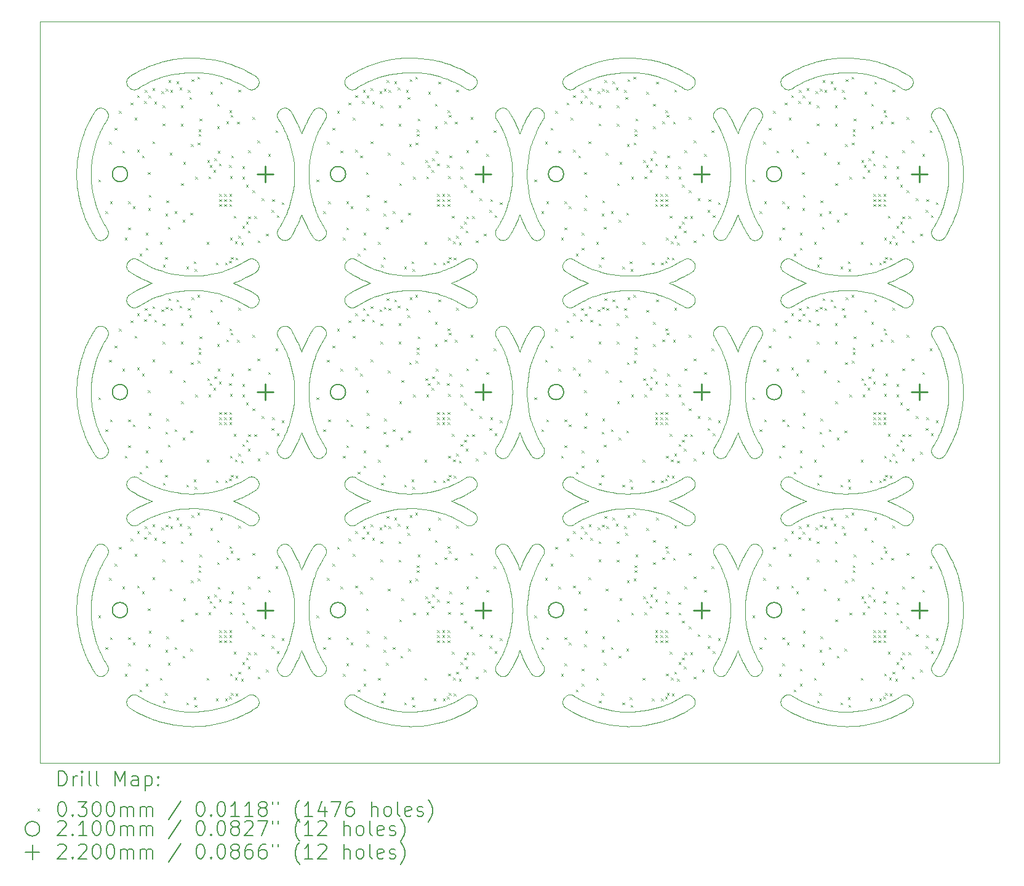
<source format=gbr>
%TF.GenerationSoftware,KiCad,Pcbnew,9.0.1-9.0.1-0~ubuntu24.04.1*%
%TF.CreationDate,2025-04-05T17:47:22+02:00*%
%TF.ProjectId,panel,70616e65-6c2e-46b6-9963-61645f706362,rev?*%
%TF.SameCoordinates,Original*%
%TF.FileFunction,Drillmap*%
%TF.FilePolarity,Positive*%
%FSLAX45Y45*%
G04 Gerber Fmt 4.5, Leading zero omitted, Abs format (unit mm)*
G04 Created by KiCad (PCBNEW 9.0.1-9.0.1-0~ubuntu24.04.1) date 2025-04-05 17:47:22*
%MOMM*%
%LPD*%
G01*
G04 APERTURE LIST*
%ADD10C,0.100000*%
%ADD11C,0.200000*%
%ADD12C,0.210000*%
%ADD13C,0.220000*%
G04 APERTURE END LIST*
D10*
X6928695Y-5945414D02*
X6926709Y-5949370D01*
X3472001Y-7823558D02*
X3457201Y-7758182D01*
X9709535Y-7307541D02*
X9711744Y-7303678D01*
X875272Y-6000873D02*
X871342Y-6002855D01*
X7338622Y-6925099D02*
X7334788Y-6927234D01*
X10188588Y-837183D02*
X10188494Y-832752D01*
X4212186Y-9427540D02*
X4209269Y-9424203D01*
X2546484Y-563568D02*
X2550754Y-564817D01*
X10326832Y-6930930D02*
X10322728Y-6932483D01*
X710157Y-5271505D02*
X710431Y-5273709D01*
X6752817Y-1236019D02*
X6758315Y-1227874D01*
X10318554Y-3933833D02*
X10314318Y-3934978D01*
X6267248Y-7262377D02*
X6268837Y-7258330D01*
X6008277Y-6344453D02*
X6009257Y-6348714D01*
X932072Y-7262555D02*
X933454Y-7266761D01*
X9576742Y-7485082D02*
X9599247Y-7542925D01*
X6413695Y-1202180D02*
X6417428Y-1204625D01*
X582290Y-1592074D02*
X607646Y-1521807D01*
X3007091Y-3340245D02*
X3008277Y-3344453D01*
X6384842Y-4190613D02*
X6389184Y-4191641D01*
X9345012Y-1191246D02*
X9349372Y-1190297D01*
X9010941Y-3838074D02*
X9010591Y-3842432D01*
X9893214Y-7211561D02*
X9896402Y-7214597D01*
X10252421Y-3742557D02*
X10256199Y-3740206D01*
X12668787Y-4787503D02*
X12681658Y-4861088D01*
X6409845Y-5999862D02*
X6405887Y-6001925D01*
X3009257Y-3851072D02*
X3008277Y-3855332D01*
X6937161Y-2902407D02*
X6937282Y-2906832D01*
X9011078Y-833704D02*
X9010941Y-838074D01*
X7806283Y-730986D02*
X7741096Y-746593D01*
X5870888Y-9269523D02*
X5875033Y-9267854D01*
X9819859Y-6010580D02*
X9815521Y-6009838D01*
X9397691Y-3005450D02*
X9393471Y-3006903D01*
X3009507Y-6816312D02*
X3010217Y-6820626D01*
X875272Y-1198913D02*
X879099Y-1201085D01*
X1262483Y-9267569D02*
X1266646Y-9266182D01*
X6010716Y-6374816D02*
X6010217Y-6379159D01*
X7189430Y-3353782D02*
X7190176Y-3349413D01*
X4942950Y-3491077D02*
X4945157Y-3491324D01*
X2875033Y-6267854D02*
X2879256Y-6266394D01*
X12266562Y-5877691D02*
X12268058Y-5873609D01*
X3850898Y-7466854D02*
X3822028Y-7527348D01*
X12271633Y-7334101D02*
X12269750Y-7330182D01*
X3934627Y-1271030D02*
X3935589Y-1275352D01*
X8843754Y-6683483D02*
X8909055Y-6719762D01*
X9320317Y-5998440D02*
X9316541Y-5996062D01*
X4188588Y-6362603D02*
X4188900Y-6358182D01*
X7919621Y-510037D02*
X7924043Y-509542D01*
X9879100Y-1201085D02*
X9882816Y-1203442D01*
X12010591Y-6842432D02*
X12010029Y-6846768D01*
X5998845Y-6412007D02*
X5996552Y-6415729D01*
X752817Y-5963767D02*
X750420Y-5960018D01*
X1242952Y-9277445D02*
X1246656Y-9275093D01*
X9638060Y-7448733D02*
X9639877Y-7444671D01*
X3010029Y-846768D02*
X3009257Y-851072D01*
X7338622Y-925099D02*
X7334788Y-927234D01*
X2905629Y-937619D02*
X2901164Y-937464D01*
X12391744Y-5638609D02*
X12416049Y-5576141D01*
X3935496Y-4310546D02*
X3934511Y-4314862D01*
X6004603Y-6400234D02*
X6002876Y-6404250D01*
X1225385Y-6760452D02*
X1229028Y-6757927D01*
X3010941Y-9361712D02*
X3011078Y-9366082D01*
X936267Y-4306186D02*
X935496Y-4310546D01*
X6639877Y-7444671D02*
X6672051Y-7377253D01*
X3924530Y-4246561D02*
X3926709Y-4250415D01*
X672051Y-7377253D02*
X674066Y-7373285D01*
X4542872Y-3815366D02*
X4482025Y-3843485D01*
X1482025Y-6356301D02*
X1542872Y-6384420D01*
X3937184Y-7288527D02*
X3937282Y-7292953D01*
X9362563Y-1495924D02*
X9332205Y-1436163D01*
X6011003Y-6829333D02*
X6011078Y-6833704D01*
X9710157Y-2271505D02*
X9710431Y-2273709D01*
X7945159Y-9491324D02*
X8011938Y-9497120D01*
X1360928Y-3910637D02*
X1359042Y-3911810D01*
X9760866Y-2975499D02*
X9758315Y-2971912D01*
X12416804Y-2574047D02*
X12437990Y-2510453D01*
X3921898Y-2856778D02*
X3924284Y-2860508D01*
X4874342Y-9481629D02*
X4876535Y-9481985D01*
X8909055Y-6480023D02*
X8843754Y-6516303D01*
X10542872Y-6815366D02*
X10482025Y-6843485D01*
X12409845Y-7199923D02*
X12413695Y-7202180D01*
X6867321Y-9004642D02*
X6863216Y-9006231D01*
X3798686Y-9004784D02*
X3794657Y-9003013D01*
X10305704Y-9263144D02*
X10310031Y-9263870D01*
X9916895Y-2964080D02*
X9914004Y-2967433D01*
X896402Y-4214597D02*
X910950Y-4229145D01*
X4330855Y-3929179D02*
X4326832Y-3930930D01*
X11559501Y-3422160D02*
X11622265Y-3398629D01*
X7330855Y-3270606D02*
X7334788Y-3272552D01*
X6004113Y-9332026D02*
X6005702Y-9336099D01*
X12434032Y-1219449D02*
X12436883Y-1222882D01*
X6332204Y-1436160D02*
X6331150Y-1434206D01*
X2624329Y-6397796D02*
X2685853Y-6371191D01*
X2875033Y-9267854D02*
X2879256Y-9266394D01*
X1535816Y-602494D02*
X1539982Y-600932D01*
X1188619Y-6371464D02*
X1188494Y-6367034D01*
X9442058Y-4230152D02*
X9467281Y-4269594D01*
X10258393Y-930628D02*
X10254386Y-928841D01*
X7394642Y-3663543D02*
X7462454Y-3632206D01*
X3884837Y-2795841D02*
X3919541Y-2853187D01*
X11859021Y-6924054D02*
X11810490Y-6893858D01*
X10188619Y-828322D02*
X10188961Y-823903D01*
X12282283Y-2963708D02*
X12279602Y-2960285D01*
X6261801Y-8907609D02*
X6261856Y-8903261D01*
X1221871Y-9436633D02*
X1218494Y-9433762D01*
X12431014Y-5983624D02*
X12427837Y-5986758D01*
X3928491Y-8868297D02*
X3930301Y-8872338D01*
X710431Y-4926077D02*
X710157Y-4928281D01*
X9837417Y-9011404D02*
X9833017Y-9011521D01*
X6758315Y-2971912D02*
X6752817Y-2963767D01*
X3002328Y-3871750D02*
X3000351Y-3875650D01*
X2927768Y-935075D02*
X2923402Y-936023D01*
X9497776Y-2029547D02*
X9492806Y-1962702D01*
X9931911Y-7323324D02*
X9930301Y-7327448D01*
X3794471Y-2606485D02*
X3795276Y-2608555D01*
X7466538Y-6630440D02*
X7535816Y-6602494D01*
X7674609Y-6433808D02*
X7738945Y-6452621D01*
X9795277Y-8608557D02*
X9821120Y-8670405D01*
X9376030Y-1189211D02*
X9380453Y-1189803D01*
X10808460Y-3469264D02*
X10874340Y-3481629D01*
X9867321Y-7195144D02*
X9871342Y-7196931D01*
X824228Y-6011108D02*
X819859Y-6010580D01*
X2952495Y-3274810D02*
X2956276Y-3277190D01*
X2984749Y-3303158D02*
X2987765Y-3306325D01*
X4741094Y-746594D02*
X4738947Y-747164D01*
X9497776Y-8029547D02*
X9492806Y-7962702D01*
X7301347Y-937157D02*
X7296970Y-937459D01*
X7246656Y-6924693D02*
X7242952Y-6922341D01*
X12000955Y-3791608D02*
X12002876Y-3795536D01*
X6264664Y-1270678D02*
X6265855Y-1266496D01*
X9851905Y-1464872D02*
X9850899Y-1466852D01*
X8685855Y-3371190D02*
X8687871Y-3370258D01*
X6277089Y-4243049D02*
X6279602Y-4239501D01*
X12405887Y-4197860D02*
X12409845Y-4199923D01*
X10221871Y-9436633D02*
X10218494Y-9433762D01*
X6720344Y-2340007D02*
X6720726Y-2342194D01*
X6795276Y-7591231D02*
X6794471Y-7593300D01*
X3262121Y-2898921D02*
X3262596Y-2894599D01*
X3922164Y-8956967D02*
X3919617Y-8960588D01*
X12009507Y-816312D02*
X12010217Y-820626D01*
X2998845Y-6787779D02*
X3000955Y-6791608D01*
X10208876Y-6309723D02*
X10211769Y-6306366D01*
X12371583Y-1188839D02*
X12376030Y-1189211D01*
X8966847Y-3285413D02*
X8970085Y-3288494D01*
X8810488Y-6893857D02*
X8808574Y-6892731D01*
X3798686Y-4195002D02*
X3802796Y-4193431D01*
X10808458Y-6730522D02*
X10806286Y-6730985D01*
X3928491Y-2868297D02*
X3930301Y-2872338D01*
X12008589Y-9387748D02*
X12007463Y-9391973D01*
X1195278Y-3332464D02*
X1197067Y-3328410D01*
X5956276Y-6277190D02*
X5959935Y-6279755D01*
X9421035Y-5992533D02*
X9417428Y-5995160D01*
X12320317Y-8998440D02*
X12316541Y-8996062D01*
X9933454Y-7266761D02*
X9934628Y-7271030D01*
X2892285Y-936490D02*
X2887892Y-935674D01*
X4246656Y-924693D02*
X4242952Y-922341D01*
X1672489Y-6766655D02*
X1609162Y-6788625D01*
X6607646Y-7521807D02*
X6609260Y-7517660D01*
X6009257Y-3348714D02*
X6010029Y-3353018D01*
X7256199Y-6740206D02*
X7320582Y-6702323D01*
X7201553Y-786397D02*
X7203946Y-782667D01*
X2318791Y-514974D02*
X2392529Y-526934D01*
X8772797Y-9551372D02*
X8768758Y-9553239D01*
X6416803Y-4625736D02*
X6416049Y-4623647D01*
X12345012Y-7191246D02*
X12349372Y-7190296D01*
X8081146Y-9499745D02*
X8083367Y-9499772D01*
X12427837Y-5986758D02*
X12424507Y-5989730D01*
X3930484Y-2941364D02*
X3928695Y-2945414D01*
X6508782Y-1342165D02*
X6542613Y-1408767D01*
X12277089Y-4243049D02*
X12279602Y-4239501D01*
X2993317Y-3313077D02*
X2995840Y-3316648D01*
X4270871Y-6934786D02*
X4266646Y-6933604D01*
X10292583Y-6262239D02*
X10296970Y-6262327D01*
X10242952Y-3922341D02*
X10239367Y-3919811D01*
X926483Y-2864351D02*
X928491Y-2868297D01*
X4279470Y-6936526D02*
X4275149Y-6935761D01*
X7614796Y-575092D02*
X7686496Y-554127D01*
X5927768Y-935075D02*
X5923402Y-936023D01*
X9268837Y-1258330D02*
X9270621Y-1254364D01*
X6794471Y-8606485D02*
X6795276Y-8608555D01*
X11748008Y-9340641D02*
X11749975Y-9339610D01*
X9417428Y-8995160D02*
X9413695Y-8997606D01*
X6324207Y-6000627D02*
X6320317Y-5998440D01*
X11879256Y-933391D02*
X11875033Y-931931D01*
X11491413Y-9443911D02*
X11493544Y-9443288D01*
X9492586Y-1960487D02*
X9484317Y-1893969D01*
X3362661Y-9011027D02*
X3358207Y-9010734D01*
X12358207Y-7189051D02*
X12362661Y-7188759D01*
X9312887Y-8993499D02*
X9309365Y-8990758D01*
X6262895Y-2920597D02*
X6262321Y-2916287D01*
X12336459Y-1193789D02*
X12340704Y-1192411D01*
X5968673Y-756726D02*
X5972329Y-759126D01*
X12492586Y-4960487D02*
X12484317Y-4893969D01*
X11870888Y-3269522D02*
X11875033Y-3267854D01*
X3772725Y-1211313D02*
X3776069Y-1208451D01*
X863216Y-7193555D02*
X867321Y-7195144D01*
X10250470Y-3926862D02*
X10246656Y-3924693D01*
X9769526Y-8985451D02*
X9766478Y-8982277D01*
X12651418Y-1710281D02*
X12667912Y-1783140D01*
X7738947Y-3452621D02*
X7741093Y-3453192D01*
X3934627Y-7271030D02*
X3935589Y-7275352D01*
X3417428Y-4204625D02*
X3421035Y-4207253D01*
X8559498Y-6777625D02*
X8557400Y-6776897D01*
X1462454Y-6567580D02*
X1394643Y-6536242D01*
X3424507Y-4210056D02*
X3427837Y-4213028D01*
X4188588Y-9362603D02*
X4188900Y-9358182D01*
X12262121Y-2898921D02*
X12262596Y-2894599D01*
X3296722Y-2825671D02*
X3297872Y-2823771D01*
X3362564Y-2703859D02*
X3363520Y-2701855D01*
X11076355Y-500081D02*
X11080736Y-500025D01*
X4480028Y-6844468D02*
X4420647Y-6875562D01*
X6296722Y-8825671D02*
X6297872Y-8823771D01*
X7189430Y-846004D02*
X7188900Y-841604D01*
X9416804Y-8574047D02*
X9437990Y-8510453D01*
X3506669Y-7338249D02*
X3508782Y-7342165D01*
X12413695Y-7202180D02*
X12417428Y-7204625D01*
X6424507Y-1210056D02*
X6427837Y-1213028D01*
X8559501Y-9422160D02*
X8622265Y-9398629D01*
X3424507Y-8989730D02*
X3421035Y-8992533D01*
X1242952Y-922341D02*
X1239367Y-919811D01*
X4674607Y-3765978D02*
X4672491Y-3766654D01*
X6766478Y-5982277D02*
X6763589Y-5978957D01*
X1201553Y-786397D02*
X1203946Y-782667D01*
X5970085Y-9288494D02*
X5984749Y-9303158D01*
X3273704Y-7337924D02*
X3271633Y-7334101D01*
X9362563Y-7495924D02*
X9332205Y-7436163D01*
X9936869Y-2915675D02*
X9936337Y-2920070D01*
X2994080Y-780450D02*
X2996552Y-784056D01*
X3472001Y-4823558D02*
X3457201Y-4758183D01*
X4806284Y-6730986D02*
X4741096Y-6746593D01*
X9802797Y-9006355D02*
X9798686Y-9004784D01*
X3924284Y-8860509D02*
X3926483Y-8864351D01*
X2843754Y-683483D02*
X2909055Y-719762D01*
X3279602Y-7239501D02*
X3282283Y-7236078D01*
X6771015Y-5541324D02*
X6771717Y-5543430D01*
X846172Y-6010526D02*
X841805Y-6011072D01*
X12008277Y-9344453D02*
X12009257Y-9348714D01*
X4360928Y-6910637D02*
X4359042Y-6911810D01*
X2963461Y-3917288D02*
X2959935Y-3920031D01*
X11984749Y-896628D02*
X11970085Y-911292D01*
X3750420Y-1239768D02*
X3752817Y-1236019D01*
X11887892Y-3935674D02*
X11883546Y-3934640D01*
X9265856Y-2933290D02*
X9264664Y-2929108D01*
X3010217Y-3379159D02*
X3009507Y-3383473D01*
X9750420Y-8960018D02*
X9711744Y-8896108D01*
X1305704Y-9263144D02*
X1310031Y-9263870D01*
X2491411Y-3755874D02*
X2426629Y-3738659D01*
X3600028Y-8656868D02*
X3599740Y-8656127D01*
X6769526Y-4214334D02*
X6772725Y-4211313D01*
X7239367Y-6279975D02*
X7242952Y-6277445D01*
X1945157Y-3708462D02*
X1942950Y-3708708D01*
X580883Y-8603490D02*
X559033Y-8532055D01*
X6439561Y-1226452D02*
X6442058Y-1230152D01*
X4482025Y-6356301D02*
X4542872Y-6384420D01*
X9007092Y-3859541D02*
X9005702Y-3863686D01*
X1188588Y-6837183D02*
X1188494Y-6832752D01*
X6324207Y-3000627D02*
X6320317Y-2998440D01*
X4209269Y-9424203D02*
X4206520Y-9420727D01*
X6269750Y-4330182D02*
X6268058Y-4326177D01*
X8318791Y-9684812D02*
X8314382Y-9685415D01*
X10806286Y-3468800D02*
X10808458Y-3469264D01*
X6263280Y-4309480D02*
X6262596Y-4305186D01*
X2896712Y-6937088D02*
X2892285Y-6936490D01*
X6002328Y-6871750D02*
X6000351Y-6875650D01*
X1942950Y-3491077D02*
X1945157Y-3491324D01*
X2768758Y-3646547D02*
X2772797Y-3648413D01*
X1544912Y-3814483D02*
X1542874Y-3815365D01*
X1193691Y-6336602D02*
X1195278Y-6332464D01*
X9267248Y-2937409D02*
X9265856Y-2933290D01*
X11221735Y-705260D02*
X11219523Y-705068D01*
X6936267Y-5893600D02*
X6936822Y-5897992D01*
X3268058Y-1326177D02*
X3266562Y-1322094D01*
X7188961Y-3375882D02*
X7188619Y-3371464D01*
X7806283Y-6730986D02*
X7741096Y-6746593D01*
X9710431Y-8273711D02*
X9720343Y-8340004D01*
X9700000Y-5133410D02*
X9700055Y-5135630D01*
X9884837Y-2795841D02*
X9919541Y-2853187D01*
X11984749Y-3896628D02*
X11970085Y-3911292D01*
X3819859Y-6010580D02*
X3815521Y-6009838D01*
X1462454Y-9567580D02*
X1394643Y-9536242D01*
X12332205Y-2763623D02*
X12362562Y-2703861D01*
X9766478Y-4217509D02*
X9769526Y-4214334D01*
X1191287Y-6810824D02*
X1192489Y-6806558D01*
X12268058Y-7326177D02*
X12266562Y-7322094D01*
X11901164Y-937464D02*
X11896712Y-937088D01*
X846172Y-1189260D02*
X850507Y-1190020D01*
X11905629Y-6937619D02*
X11901164Y-6937464D01*
X10208876Y-3890063D02*
X10206151Y-3886568D01*
X1189430Y-3353782D02*
X1190176Y-3349413D01*
X12340704Y-7192411D02*
X12345012Y-7191246D01*
X9859039Y-7192170D02*
X9863217Y-7193555D01*
X9544530Y-4412783D02*
X9575026Y-4480976D01*
X1338622Y-9274686D02*
X1342347Y-9277006D01*
X703535Y-8204800D02*
X710156Y-8271503D01*
X8474287Y-9655403D02*
X8469960Y-9656440D01*
X10208876Y-9309723D02*
X10211769Y-9306366D01*
X4212186Y-3427540D02*
X4209269Y-3424203D01*
X4242952Y-3922341D02*
X4239367Y-3919811D01*
X12697510Y-2181241D02*
X12691971Y-2255738D01*
X6008277Y-855332D02*
X6007091Y-859541D01*
X12691971Y-5255738D02*
X12691532Y-5260166D01*
X11221738Y-9494525D02*
X11288353Y-9487079D01*
X4242952Y-922341D02*
X4239367Y-919811D01*
X9006134Y-6396138D02*
X9004604Y-6400234D01*
X11288353Y-6712706D02*
X11221738Y-6705260D01*
X11493544Y-6756498D02*
X11491413Y-6755875D01*
X6875272Y-1198913D02*
X6879099Y-1201085D01*
X6936822Y-4301793D02*
X6936267Y-4306186D01*
X10609159Y-788626D02*
X10607080Y-789406D01*
X3324207Y-4199158D02*
X3328200Y-4197166D01*
X6575026Y-8718809D02*
X6544530Y-8787003D01*
X3376030Y-7189211D02*
X3380453Y-7189803D01*
X9456656Y-7756024D02*
X9438641Y-7691461D01*
X11083367Y-6700014D02*
X11081146Y-6700041D01*
X11290558Y-3486777D02*
X11356723Y-3476046D01*
X3499544Y-5098780D02*
X3497886Y-5031771D01*
X7190297Y-6815144D02*
X7191287Y-6810824D01*
X3269750Y-4330182D02*
X3268058Y-4326177D01*
X751407Y-1722565D02*
X750810Y-1724704D01*
X766478Y-7217509D02*
X769526Y-7214334D01*
X7845609Y-9679617D02*
X7841217Y-9678905D01*
X2993317Y-6313077D02*
X2995840Y-6316648D01*
X12302750Y-1215017D02*
X12305984Y-1211939D01*
X9850507Y-3009766D02*
X9846172Y-3010526D01*
X7229410Y-6911215D02*
X7214826Y-6896631D01*
X10919621Y-9689749D02*
X10845610Y-9679617D01*
X1318554Y-9265953D02*
X1322728Y-9267303D01*
X8655455Y-6599986D02*
X8656192Y-6600283D01*
X7334788Y-6927234D02*
X7330855Y-6929179D01*
X10262483Y-932216D02*
X10258393Y-930628D01*
X6353774Y-3010221D02*
X6349372Y-3009489D01*
X8875033Y-3267854D02*
X8879256Y-3266394D01*
X6802796Y-6006355D02*
X6798686Y-6004784D01*
X8656192Y-3599503D02*
X8655455Y-3599800D01*
X3267248Y-5937409D02*
X3265855Y-5933290D01*
X9397691Y-1194336D02*
X9401833Y-1195996D01*
X5975863Y-6761700D02*
X5979267Y-6764443D01*
X12336459Y-6005997D02*
X12332288Y-6004411D01*
X11988626Y-3426167D02*
X11985657Y-3429376D01*
X8493545Y-6756498D02*
X8491413Y-6755875D01*
X884835Y-1403947D02*
X883733Y-1405875D01*
X11952495Y-6274810D02*
X11956276Y-6277190D01*
X2808572Y-3892730D02*
X2749977Y-3860177D01*
X4188900Y-6358182D02*
X4189430Y-6353782D01*
X6924530Y-7246561D02*
X6926709Y-7250415D01*
X8966847Y-9285413D02*
X8970085Y-9288494D01*
X12605339Y-5640900D02*
X12603829Y-5645085D01*
X2944602Y-9270628D02*
X2948600Y-9272621D01*
X10318554Y-933833D02*
X10314318Y-934978D01*
X6010217Y-820626D02*
X6010716Y-824970D01*
X12282283Y-7236078D02*
X12285127Y-7232788D01*
X12332288Y-4195375D02*
X12336459Y-4193789D01*
X6935589Y-5924434D02*
X6934627Y-5928756D01*
X8014160Y-6497258D02*
X8081144Y-6499744D01*
X9879100Y-5998701D02*
X9875272Y-6000873D01*
X9261801Y-5907609D02*
X9261856Y-5903261D01*
X7258393Y-930628D02*
X7254386Y-928841D01*
X3409845Y-5999862D02*
X3405887Y-6001925D01*
X9004113Y-867759D02*
X9002328Y-871750D01*
X4191136Y-6345087D02*
X4192309Y-6340813D01*
X776069Y-7208451D02*
X779549Y-7205757D01*
X6261801Y-7292177D02*
X6261956Y-7287832D01*
X9674066Y-5826500D02*
X9672051Y-5822533D01*
X7209269Y-6775582D02*
X7212185Y-6772246D01*
X8905630Y-937619D02*
X8901164Y-937464D01*
X7394642Y-663543D02*
X7462454Y-632206D01*
X12309365Y-1209027D02*
X12312887Y-1206287D01*
X882816Y-7203441D02*
X886413Y-7205977D01*
X3924530Y-2953225D02*
X3922164Y-2956967D01*
X6924284Y-1339277D02*
X6921898Y-1343008D01*
X9919541Y-1346599D02*
X9884837Y-1403945D01*
X3005702Y-863686D02*
X3004113Y-867759D01*
X6772725Y-7211313D02*
X6776069Y-7208451D01*
X8749975Y-3860175D02*
X8748008Y-3859145D01*
X7190297Y-3384642D02*
X7189521Y-3380278D01*
X9497776Y-5029548D02*
X9492806Y-4962702D01*
X10741096Y-9453192D02*
X10806284Y-9468800D01*
X11892285Y-6263295D02*
X11896712Y-6262698D01*
X1296970Y-937459D02*
X1292583Y-937546D01*
X9542613Y-5791019D02*
X9508782Y-5857621D01*
X13198469Y-10199786D02*
X13199450Y-10199762D01*
X3340704Y-7192411D02*
X3345012Y-7191246D01*
X7296970Y-3937459D02*
X7292583Y-3937546D01*
X4235910Y-917109D02*
X4232588Y-914242D01*
X5975863Y-3438085D02*
X5972329Y-3440659D01*
X6771014Y-4658465D02*
X6751407Y-4722563D01*
X3771015Y-5541324D02*
X3771717Y-5543430D01*
X3363520Y-7497931D02*
X3362564Y-7495927D01*
X4192489Y-806558D02*
X4193899Y-802357D01*
X9766478Y-5982277D02*
X9763589Y-5978957D01*
X7242952Y-3922341D02*
X7239367Y-3919811D01*
X6879099Y-5998701D02*
X6875272Y-6000873D01*
X4322728Y-6267303D02*
X4326832Y-6268856D01*
X9935496Y-8889240D02*
X9936267Y-8893600D01*
X11918994Y-9263032D02*
X11923402Y-9263762D01*
X5956276Y-3922596D02*
X5952495Y-3924975D01*
X7266646Y-9266182D02*
X7270871Y-9265000D01*
X2424464Y-6738141D02*
X2358911Y-6724150D01*
X10544915Y-3385303D02*
X10607078Y-3410379D01*
X3794657Y-6003013D02*
X3790719Y-6001047D01*
X2996552Y-784056D02*
X2998845Y-787779D01*
X8656195Y-3600284D02*
X8696066Y-3615231D01*
X720343Y-7859781D02*
X710431Y-7926074D01*
X4195278Y-6867321D02*
X4193690Y-6863184D01*
X4209269Y-6775582D02*
X4212186Y-6772246D01*
X5426627Y-6738658D02*
X5424467Y-6738141D01*
X5808572Y-6892730D02*
X5749977Y-6860177D01*
X1256199Y-6740206D02*
X1320583Y-6702323D01*
X3271633Y-5865685D02*
X3273704Y-5861862D01*
X6575026Y-4480976D02*
X6576742Y-4485082D01*
X6010591Y-3842432D02*
X6010029Y-3846768D01*
X11696065Y-3584554D02*
X11656194Y-3599502D01*
X2990623Y-3309633D02*
X2993317Y-3313077D01*
X4741096Y-9453192D02*
X4806284Y-9468800D01*
X523876Y-1822029D02*
X538563Y-1748785D01*
X8655455Y-3599986D02*
X8656192Y-3600283D01*
X6703535Y-4994988D02*
X6703370Y-4997202D01*
X6928695Y-4254372D02*
X6930484Y-4258422D01*
X6358207Y-4189051D02*
X6362661Y-4188759D01*
X9010029Y-846768D02*
X9009258Y-851072D01*
X10390651Y-6665509D02*
X10394643Y-6663543D01*
X2923402Y-6936023D02*
X2918994Y-6936753D01*
X6499544Y-5101003D02*
X6499544Y-5098782D01*
X3919541Y-1346599D02*
X3884837Y-1403945D01*
X920740Y-5855062D02*
X921898Y-5856778D01*
X7201234Y-6320590D02*
X7203602Y-6316843D01*
X9783156Y-1203236D02*
X9786883Y-1200895D01*
X12416803Y-7625736D02*
X12416049Y-7623647D01*
X9819859Y-3010580D02*
X9815521Y-3009838D01*
X2748008Y-3340640D02*
X2749975Y-3339610D01*
X2944602Y-3929157D02*
X2940509Y-3930949D01*
X10541927Y-6600257D02*
X10542649Y-6599986D01*
X3936822Y-1301793D02*
X3936267Y-1306186D01*
X5910097Y-3262233D02*
X5914555Y-3262522D01*
X4542872Y-815366D02*
X4482025Y-843485D01*
X710431Y-2273711D02*
X720343Y-2340004D01*
X0Y-10198684D02*
X24Y-10199664D01*
X4338622Y-6925099D02*
X4334788Y-6927234D01*
X1334788Y-3272552D02*
X1338622Y-3274686D01*
X750810Y-5475081D02*
X751407Y-5477220D01*
X9004604Y-3400234D02*
X9002876Y-3404250D01*
X10189430Y-9353782D02*
X10190176Y-9349413D01*
X12002876Y-795536D02*
X12004603Y-799552D01*
X3882816Y-7203441D02*
X3886413Y-7205977D01*
X9011078Y-3833704D02*
X9010941Y-3838074D01*
X7942947Y-3708709D02*
X7876537Y-3717800D01*
X9575026Y-7480976D02*
X9576742Y-7485082D01*
X2952495Y-6924975D02*
X2948600Y-6927164D01*
X10193900Y-3397429D02*
X10192489Y-3393227D01*
X9000351Y-6324136D02*
X9002328Y-6328035D01*
X3332205Y-2763623D02*
X3362562Y-2703861D01*
X3760866Y-5975499D02*
X3758315Y-5971912D01*
X6427837Y-8986758D02*
X6424507Y-8989730D01*
X7292583Y-6262239D02*
X7296970Y-6262327D01*
X5909055Y-719762D02*
X5912890Y-722019D01*
X851905Y-1464872D02*
X850899Y-1466852D01*
X10190176Y-9349413D02*
X10191137Y-9345087D01*
X12000955Y-6791608D02*
X12002876Y-6795536D01*
X10266646Y-6266182D02*
X10270871Y-6264999D01*
X6005702Y-9336099D02*
X6007091Y-9340245D01*
X10945157Y-6708462D02*
X10942950Y-6708708D01*
X10254386Y-6270944D02*
X10258393Y-6269158D01*
X6416049Y-1623645D02*
X6391744Y-1561177D01*
X7674609Y-9433809D02*
X7738945Y-9452621D01*
X4390651Y-6534276D02*
X4324472Y-6499623D01*
X11952495Y-924975D02*
X11948600Y-927164D01*
X794471Y-8606485D02*
X795276Y-8608555D01*
X10301347Y-6262629D02*
X10305704Y-6263144D01*
X11948600Y-3927164D02*
X11944602Y-3929157D01*
X6506669Y-4338249D02*
X6508782Y-4342165D01*
X12273704Y-1337924D02*
X12271633Y-1334101D01*
X2875033Y-931931D02*
X2870888Y-930263D01*
X6436883Y-4222882D02*
X6439561Y-4226452D01*
X3794471Y-8606485D02*
X3795276Y-8608555D01*
X11011941Y-3497120D02*
X11014157Y-3497258D01*
X4672489Y-3766655D02*
X4609162Y-3788625D01*
X9273704Y-2861862D02*
X9275958Y-2858142D01*
X703535Y-4994988D02*
X703370Y-4997202D01*
X3795276Y-7591231D02*
X3794471Y-7593300D01*
X5952495Y-6924975D02*
X5948600Y-6927164D01*
X11963461Y-9282498D02*
X11966847Y-9285413D01*
X4256199Y-3459579D02*
X4252421Y-3457228D01*
X6469585Y-5926384D02*
X6467281Y-5930191D01*
X5875033Y-3931931D02*
X5870888Y-3930263D01*
X3599740Y-7543658D02*
X3600028Y-7542918D01*
X2959935Y-6920031D02*
X2956276Y-6922596D01*
X9850507Y-9009766D02*
X9846172Y-9010526D01*
X9700055Y-2135633D02*
X9703370Y-2202581D01*
X3393471Y-9006903D02*
X3389184Y-9008145D01*
X6700000Y-2066378D02*
X6700000Y-2133408D01*
X6469585Y-8926384D02*
X6467281Y-8930191D01*
X9914004Y-2967433D02*
X9910950Y-2970640D01*
X6397690Y-9005450D02*
X6393471Y-9006903D01*
X2469960Y-543346D02*
X2474287Y-544382D01*
X10214826Y-3303155D02*
X10229410Y-3288570D01*
X9819859Y-7189206D02*
X9824228Y-7188678D01*
X9261856Y-4296525D02*
X9261801Y-4292177D01*
X3268058Y-4326177D02*
X3266562Y-4322094D01*
X1609159Y-3788626D02*
X1607080Y-3789406D01*
X9004113Y-3332026D02*
X9005702Y-3336099D01*
X11011941Y-6497120D02*
X11014157Y-6497258D01*
X3380453Y-7189803D02*
X3384842Y-7190613D01*
X11923402Y-9263762D02*
X11927768Y-9264710D01*
X3267248Y-7262377D02*
X3268837Y-7258330D01*
X9893214Y-8988225D02*
X9889882Y-8991100D01*
X5990623Y-3309633D02*
X5993317Y-3313077D01*
X10206520Y-779059D02*
X10209269Y-775582D01*
X12261956Y-2911954D02*
X12261801Y-2907609D01*
X3499544Y-5101003D02*
X3499544Y-5098782D01*
X3262895Y-5920597D02*
X3262321Y-5916287D01*
X6542613Y-5791019D02*
X6508782Y-5857621D01*
X6933315Y-2880661D02*
X6934511Y-2884924D01*
X3268058Y-8873609D02*
X3269750Y-8869604D01*
X6316541Y-4203724D02*
X6320317Y-4201346D01*
X11923402Y-3936023D02*
X11918994Y-3936753D01*
X3275958Y-1341644D02*
X3273704Y-1337924D01*
X700055Y-5064155D02*
X700000Y-5066375D01*
X4206520Y-6779059D02*
X4209269Y-6775582D01*
X7330855Y-929179D02*
X7326832Y-930930D01*
X8996552Y-3415729D02*
X8994081Y-3419336D01*
X9926709Y-8949371D02*
X9924530Y-8953225D01*
X12262895Y-5920597D02*
X12262321Y-5916287D01*
X1206151Y-9313218D02*
X1208876Y-9309723D01*
X5990623Y-9309633D02*
X5993317Y-9313077D01*
X8843754Y-9516303D02*
X8839812Y-9518367D01*
X10191287Y-3388962D02*
X10190297Y-3384642D01*
X3309365Y-2990758D02*
X3305984Y-2987846D01*
X6910950Y-5970640D02*
X6896402Y-5985189D01*
X1320583Y-9497462D02*
X1256199Y-9459579D01*
X1193900Y-3802357D02*
X1195515Y-3798230D01*
X9733905Y-7791867D02*
X9720727Y-7857589D01*
X3750810Y-8475081D02*
X3751407Y-8477220D01*
X12269750Y-4330182D02*
X12268058Y-4326177D01*
X6401833Y-1195996D02*
X6405887Y-1197860D01*
X4197067Y-6328410D02*
X4199054Y-6324448D01*
X6926709Y-5949370D02*
X6924530Y-5953225D01*
X8696066Y-3584554D02*
X8656195Y-3599502D01*
X9340704Y-4192411D02*
X9345012Y-4191246D01*
X10945160Y-9491324D02*
X11011938Y-9497120D01*
X6806979Y-3007723D02*
X6802796Y-3006355D01*
X12650328Y-2493819D02*
X12630251Y-2565772D01*
X3261956Y-8911954D02*
X3261801Y-8907609D01*
X802796Y-1193431D02*
X806979Y-1192062D01*
X5426629Y-6461127D02*
X5491411Y-6443912D01*
X6009257Y-9348714D02*
X6010029Y-9353018D01*
X6798686Y-4195002D02*
X6802796Y-4193431D01*
X609260Y-2682126D02*
X607646Y-2677979D01*
X7206151Y-9313218D02*
X7208876Y-9309723D01*
X6931911Y-4323324D02*
X6930301Y-4327448D01*
X1262483Y-6267569D02*
X1266646Y-6266182D01*
X6261801Y-4292177D02*
X6261956Y-4287832D01*
X8927768Y-6264710D02*
X8932081Y-6265874D01*
X11905629Y-937619D02*
X11901164Y-937464D01*
X7211769Y-3893420D02*
X7208876Y-3890063D01*
X5748006Y-859144D02*
X5687873Y-829528D01*
X6930301Y-1327448D02*
X6928491Y-1331488D01*
X10418701Y-6876643D02*
X10360930Y-6910636D01*
X3576742Y-5714704D02*
X3575026Y-5718809D01*
X12405887Y-6001925D02*
X12401833Y-6003789D01*
X6889882Y-4208686D02*
X6893214Y-4211561D01*
X882816Y-4203442D02*
X886413Y-4205977D01*
X9924284Y-8860509D02*
X9926484Y-8864351D01*
X8768758Y-3553239D02*
X8700192Y-3582890D01*
X3416803Y-7625736D02*
X3416049Y-7623647D01*
X934627Y-2928756D02*
X933454Y-2933025D01*
X3262121Y-4300864D02*
X3261856Y-4296525D01*
X7544915Y-9385303D02*
X7607078Y-9410379D01*
X2990623Y-890152D02*
X2987765Y-893461D01*
X638060Y-7448733D02*
X639877Y-7444671D01*
X4197333Y-3794188D02*
X4199347Y-3790240D01*
X12010591Y-6357353D02*
X12010941Y-6361712D01*
X10607080Y-9410380D02*
X10609159Y-9411160D01*
X3009257Y-3348714D02*
X3010029Y-3353018D01*
X8901164Y-3937464D02*
X8896712Y-3937088D01*
X7197333Y-3405598D02*
X7195515Y-3401556D01*
X4201234Y-3879196D02*
X4199054Y-3875337D01*
X2392529Y-9672852D02*
X2318791Y-9684812D01*
X5655455Y-3599986D02*
X5656192Y-3600283D01*
X9384842Y-6009172D02*
X9380453Y-6009983D01*
X6919617Y-8960588D02*
X6916895Y-8964080D01*
X5948600Y-6927164D02*
X5944602Y-6929157D01*
X2152616Y-6700925D02*
X2150397Y-6700843D01*
X3265855Y-8933290D02*
X3264664Y-8929108D01*
X9575026Y-1480976D02*
X9576742Y-1485082D01*
X11810488Y-6893857D02*
X11808574Y-6892731D01*
X5687871Y-6829527D02*
X5685855Y-6828596D01*
X2952495Y-9274810D02*
X2956276Y-9277190D01*
X8493545Y-3756498D02*
X8491413Y-3755875D01*
X7189521Y-3380278D02*
X7188961Y-3375882D01*
X7206520Y-3779059D02*
X7209269Y-3775582D01*
X7806286Y-9468800D02*
X7808458Y-9469264D01*
X3005702Y-6863686D02*
X3004113Y-6867759D01*
X4232588Y-3285544D02*
X4235910Y-3282676D01*
X1197067Y-9328410D02*
X1199054Y-9324448D01*
X1189430Y-6353782D02*
X1190176Y-6349413D01*
X4192489Y-3393227D02*
X4191287Y-3388962D01*
X8557400Y-3422888D02*
X8559498Y-3422160D01*
X6867321Y-6004642D02*
X6863216Y-6006230D01*
X6007463Y-6807813D02*
X6008589Y-6812038D01*
X7239367Y-3919811D02*
X7235910Y-3917109D01*
X10206151Y-886568D02*
X10203602Y-882942D01*
X7535816Y-6597292D02*
X7466538Y-6569346D01*
X10250470Y-6926862D02*
X10246656Y-6924693D01*
X9822027Y-1527351D02*
X9821121Y-1529378D01*
X10191137Y-3854699D02*
X10190176Y-3850372D01*
X6766478Y-2982277D02*
X6763589Y-2978957D01*
X926483Y-7335435D02*
X924284Y-7339277D01*
X1229028Y-757927D02*
X1252421Y-742557D01*
X9282283Y-2963708D02*
X9279602Y-2960285D01*
X9893214Y-4211561D02*
X9896402Y-4214597D01*
X3638060Y-8751053D02*
X3609260Y-8682126D01*
X3828617Y-9011422D02*
X3824228Y-9011108D01*
X5474287Y-9655403D02*
X5469960Y-9656440D01*
X806979Y-6007723D02*
X802796Y-6006355D01*
X7199054Y-6875337D02*
X7197067Y-6871376D01*
X580883Y-1596296D02*
X582290Y-1592074D01*
X9703535Y-8204800D02*
X9710157Y-8271503D01*
X6879099Y-2998701D02*
X6875272Y-3000873D01*
X7318553Y-9265953D02*
X7322728Y-9267303D01*
X3405887Y-1197860D02*
X3409845Y-1199923D01*
X2655455Y-3599986D02*
X2656192Y-3600283D01*
X9772725Y-7211313D02*
X9776069Y-7208451D01*
X9674066Y-2826500D02*
X9672051Y-2822533D01*
X7229028Y-6441858D02*
X7225384Y-6439333D01*
X6397690Y-3005450D02*
X6393471Y-3006903D01*
X6442058Y-2969633D02*
X6439561Y-2973333D01*
X7262483Y-932216D02*
X7258393Y-930628D01*
X12312887Y-8993499D02*
X12309365Y-8990758D01*
X3345012Y-4191246D02*
X3349372Y-4190296D01*
X4190176Y-850372D02*
X4189430Y-846004D01*
X9850898Y-1466854D02*
X9822028Y-1527348D01*
X11235709Y-505687D02*
X11240142Y-506072D01*
X936267Y-1306186D02*
X935496Y-1310546D01*
X1191137Y-6854699D02*
X1190176Y-6850372D01*
X12328200Y-7197166D02*
X12332288Y-7195375D01*
X6331149Y-7434204D02*
X6297873Y-7376016D01*
X10190176Y-3850372D02*
X10189430Y-3846004D01*
X9277090Y-1243049D02*
X9279602Y-1239501D01*
X1806286Y-6468800D02*
X1808458Y-6469264D01*
X4482025Y-9356301D02*
X4542872Y-9384420D01*
X3349372Y-6009489D02*
X3345012Y-6008539D01*
X2901164Y-937464D02*
X2896712Y-937088D01*
X9456657Y-5443759D02*
X9457201Y-5441606D01*
X7189430Y-3846004D02*
X7188900Y-3841604D01*
X9277090Y-5956736D02*
X9274752Y-5953071D01*
X8426629Y-6461127D02*
X8491411Y-6443912D01*
X9265856Y-7266496D02*
X9267248Y-7262377D01*
X1214826Y-3896631D02*
X1211769Y-3893420D01*
X4201234Y-879196D02*
X4199054Y-875337D01*
X11011938Y-3702665D02*
X10945160Y-3708462D01*
X1292583Y-9262239D02*
X1296970Y-9262327D01*
X9883732Y-4405877D02*
X9851906Y-4464870D01*
X12312887Y-1206287D02*
X12316541Y-1203724D01*
X5952495Y-6274810D02*
X5956276Y-6277190D01*
X1206520Y-3779059D02*
X1209269Y-3775582D01*
X9262895Y-5920597D02*
X9262321Y-5916287D01*
X752817Y-2963767D02*
X750420Y-2960018D01*
X8905630Y-6937619D02*
X8901164Y-6937464D01*
X926709Y-5949370D02*
X924530Y-5953225D01*
X6345012Y-9008539D02*
X6340704Y-9007374D01*
X12397690Y-6005450D02*
X12393471Y-6006903D01*
X821120Y-8670408D02*
X822027Y-8672435D01*
X9010941Y-6838074D02*
X9010591Y-6842432D01*
X9363521Y-5701853D02*
X9390886Y-5640663D01*
X8956276Y-6277190D02*
X8959935Y-6279755D01*
X9600028Y-5656868D02*
X9599740Y-5656127D01*
X1275149Y-3264024D02*
X1279470Y-3263259D01*
X6264170Y-8886049D02*
X6265265Y-8881842D01*
X9924530Y-2953225D02*
X9922164Y-2956967D01*
X4275149Y-3264024D02*
X4279470Y-3263259D01*
X4326832Y-3930930D02*
X4322728Y-3932483D01*
X867321Y-1195144D02*
X871342Y-1196931D01*
X11687871Y-6829527D02*
X11685855Y-6828596D01*
X9316541Y-2996062D02*
X9312887Y-2993499D01*
X824228Y-1188678D02*
X828617Y-1188364D01*
X9776069Y-1208451D02*
X9779549Y-1205757D01*
X8959935Y-9279755D02*
X8963461Y-9282498D01*
X3711744Y-2896108D02*
X3709535Y-2892245D01*
X2839812Y-3681419D02*
X2843754Y-3683483D01*
X3926709Y-5949370D02*
X3924530Y-5953225D01*
X9703370Y-7997205D02*
X9700055Y-8064153D01*
X794471Y-5606485D02*
X795276Y-5608555D01*
X11963461Y-6917288D02*
X11959935Y-6920031D01*
X9268837Y-5941456D02*
X9267248Y-5937409D01*
X2772797Y-648414D02*
X2839812Y-681419D01*
X8843754Y-3516303D02*
X8839812Y-3518367D01*
X3607646Y-7521807D02*
X3609260Y-7517660D01*
X6916895Y-1235706D02*
X6919617Y-1239198D01*
X5979267Y-764443D02*
X5982535Y-767349D01*
X523876Y-4822029D02*
X538563Y-4748785D01*
X10326832Y-9268856D02*
X10330855Y-9270607D01*
X2959935Y-6279755D02*
X2963461Y-6282498D01*
X9499544Y-8101003D02*
X9499544Y-8098782D01*
X10301347Y-937157D02*
X10296970Y-937459D01*
X9922164Y-5956967D02*
X9919617Y-5960588D01*
X1539982Y-6598854D02*
X1535816Y-6597292D01*
X5910097Y-6262233D02*
X5914555Y-6262522D01*
X5944602Y-6929157D02*
X5940509Y-6930949D01*
X3262321Y-1283499D02*
X3262895Y-1279189D01*
X1195278Y-867321D02*
X1193691Y-863184D01*
X12288127Y-1229640D02*
X12302750Y-1215017D01*
X9363521Y-2701853D02*
X9390886Y-2640663D01*
X9926709Y-5949370D02*
X9924530Y-5953225D01*
X511514Y-7904708D02*
X512063Y-7900293D01*
X9896402Y-4214597D02*
X9910950Y-4229145D01*
X3674066Y-1373286D02*
X3709535Y-1307541D01*
X12421035Y-7207253D02*
X12424507Y-7210056D01*
X9265856Y-1266496D02*
X9267248Y-1262377D01*
X2290555Y-3713008D02*
X2288355Y-3712707D01*
X6896402Y-7214597D02*
X6910950Y-7229145D01*
X3709535Y-7307541D02*
X3711744Y-7303678D01*
X1188619Y-9371464D02*
X1188494Y-9367034D01*
X3270620Y-4254364D02*
X3272593Y-4250490D01*
X10288197Y-6937420D02*
X10283823Y-6937079D01*
X9010217Y-820626D02*
X9010716Y-824970D01*
X4195515Y-6798230D02*
X4197333Y-6794188D01*
X6720727Y-2342197D02*
X6733905Y-2407919D01*
X3795277Y-8608557D02*
X3821119Y-8670405D01*
X3320317Y-5998440D02*
X3316541Y-5996062D01*
X6935496Y-2889240D02*
X6936267Y-2893600D01*
X6265265Y-1317944D02*
X6264170Y-1313736D01*
X709535Y-4307541D02*
X711744Y-4303678D01*
X4191136Y-6854699D02*
X4190176Y-6850372D01*
X7318553Y-6265953D02*
X7322728Y-6267303D01*
X4246656Y-9275093D02*
X4250470Y-9272924D01*
X12417428Y-8995160D02*
X12413695Y-8997606D01*
X3639877Y-4444671D02*
X3672051Y-4377253D01*
X7197067Y-3328410D02*
X7199054Y-3324448D01*
X2474287Y-544382D02*
X2546484Y-563568D01*
X4201234Y-3320590D02*
X4203602Y-3316843D01*
X3926709Y-7250415D02*
X3928695Y-7254372D01*
X11288353Y-712706D02*
X11221738Y-705260D01*
X9766478Y-8982277D02*
X9763589Y-8978957D01*
X6672051Y-1377253D02*
X6674066Y-1373286D01*
X4203602Y-3882942D02*
X4201234Y-3879196D01*
X3867321Y-3004642D02*
X3863216Y-3006230D01*
X6282283Y-7236078D02*
X6285127Y-7232788D01*
X557837Y-5527769D02*
X539546Y-5455341D01*
X7188900Y-9358182D02*
X7189430Y-9353782D01*
X12362661Y-7188759D02*
X12367123Y-7188688D01*
X9416049Y-4623645D02*
X9391744Y-4561177D01*
X1206520Y-6779059D02*
X1209269Y-6775582D01*
X12497776Y-8170236D02*
X12497886Y-8168018D01*
X4254386Y-9270944D02*
X4258393Y-9269158D01*
X6937282Y-8906833D02*
X6937184Y-8911259D01*
X6275958Y-5858142D02*
X6296721Y-5825673D01*
X9935496Y-7310546D02*
X9934511Y-7314862D01*
X3261801Y-7292177D02*
X3261956Y-7287832D01*
X7808458Y-6730522D02*
X7806286Y-6730985D01*
X3279602Y-2960285D02*
X3277089Y-2956736D01*
X9263677Y-4274912D02*
X9264664Y-4270678D01*
X7542874Y-3384421D02*
X7544912Y-3385302D01*
X3930484Y-1258422D02*
X3932072Y-1262555D01*
X10188494Y-9367034D02*
X10188588Y-9362603D01*
X7808460Y-6469264D02*
X7874340Y-6481629D01*
X7338622Y-3274686D02*
X7342347Y-3277006D01*
X4215263Y-769057D02*
X4218494Y-766023D01*
X5988626Y-6773618D02*
X5991436Y-6776968D01*
X12262596Y-2894599D02*
X12263280Y-2890305D01*
X3380453Y-6009983D02*
X3376030Y-6010575D01*
X7203946Y-6417119D02*
X7201553Y-6413389D01*
X886413Y-5993808D02*
X882816Y-5996344D01*
X2995840Y-883138D02*
X2993317Y-886709D01*
X1359042Y-6287975D02*
X1360928Y-6289149D01*
X1482023Y-3843486D02*
X1480031Y-3844467D01*
X12008277Y-3344453D02*
X12009257Y-3348714D01*
X6703535Y-2204801D02*
X6710156Y-2271503D01*
X12439561Y-7226452D02*
X12442058Y-7230152D01*
X9269750Y-2869604D02*
X9271633Y-2865685D01*
X3442058Y-2969633D02*
X3439561Y-2973333D01*
X763589Y-4220829D02*
X766478Y-4217509D01*
X3914004Y-7232353D02*
X3916895Y-7235706D01*
X9703535Y-2204801D02*
X9710157Y-2271503D01*
X794657Y-7196773D02*
X798686Y-7195002D01*
X6427837Y-5986758D02*
X6424507Y-5989730D01*
X841805Y-6011072D02*
X837417Y-6011404D01*
X6268058Y-8873609D02*
X6269750Y-8869604D01*
X10942948Y-6708709D02*
X10876537Y-6717800D01*
X6937282Y-4292953D02*
X6937161Y-4297379D01*
X12268058Y-2873609D02*
X12269750Y-2869604D01*
X12681658Y-1861088D02*
X12682316Y-1865488D01*
X11356726Y-3476045D02*
X11358908Y-3475636D01*
X1211769Y-893420D02*
X1208876Y-890063D01*
X11768758Y-3553239D02*
X11700192Y-3582890D01*
X4544915Y-9385303D02*
X4607078Y-9410379D01*
X2927768Y-3935075D02*
X2923402Y-3936023D01*
X794657Y-1196773D02*
X798686Y-1195002D01*
X7767797Y-9665125D02*
X7763445Y-9664196D01*
X1201234Y-6879196D02*
X1199054Y-6875337D01*
X11914555Y-6262522D02*
X11918994Y-6263032D01*
X4318554Y-6265953D02*
X4322728Y-6267303D01*
X3575026Y-5718809D02*
X3544530Y-5787003D01*
X3850507Y-4190019D02*
X3854799Y-4190990D01*
X916895Y-5964080D02*
X914004Y-5967433D01*
X769526Y-1214334D02*
X772725Y-1211313D01*
X3261956Y-4287832D02*
X3262321Y-4283499D01*
X7188619Y-9371464D02*
X7188494Y-9367034D01*
X2700192Y-6616896D02*
X2768758Y-6646547D01*
X5905629Y-3262166D02*
X5910097Y-3262233D01*
X1738947Y-9452621D02*
X1741093Y-9453192D01*
X7808458Y-3730522D02*
X7806286Y-3730985D01*
X10215263Y-9430729D02*
X10212186Y-9427540D01*
X6821119Y-7529380D02*
X6795277Y-7591228D01*
X3363521Y-8701853D02*
X3390886Y-8640663D01*
X3010217Y-3820626D02*
X3010716Y-3824970D01*
X9296722Y-8825671D02*
X9297872Y-8823771D01*
X9324207Y-1199158D02*
X9328200Y-1197166D01*
X3924284Y-4339277D02*
X3921898Y-4343008D01*
X10359040Y-911812D02*
X10342347Y-922779D01*
X7296970Y-6937459D02*
X7292583Y-6937546D01*
X2083367Y-700014D02*
X2081146Y-700041D01*
X8948600Y-927164D02*
X8944602Y-929157D01*
X11426627Y-6738658D02*
X11424467Y-6738141D01*
X3438641Y-2508325D02*
X3456656Y-2443761D01*
X8910097Y-9262233D02*
X8914555Y-9262522D01*
X9421035Y-8992533D02*
X9417428Y-8995160D01*
X5993317Y-3313077D02*
X5995840Y-3316648D01*
X6751407Y-1722565D02*
X6750810Y-1724704D01*
X9932072Y-7262555D02*
X9933454Y-7266761D01*
X9405887Y-9001925D02*
X9401833Y-9003790D01*
X3928695Y-1254372D02*
X3930484Y-1258422D01*
X3328200Y-6002619D02*
X3324207Y-6000627D01*
X9542613Y-4408767D02*
X9544530Y-4412783D01*
X3393471Y-3006903D02*
X3389184Y-3008145D01*
X11956276Y-6922596D02*
X11952495Y-6924975D01*
X8156669Y-500907D02*
X8161184Y-501073D01*
X2240143Y-9693714D02*
X2235710Y-9694098D01*
X9933315Y-4319125D02*
X9931911Y-4323324D01*
X4334788Y-3272552D02*
X4338622Y-3274686D01*
X6575026Y-5718809D02*
X6544530Y-5787003D01*
X4334788Y-6927234D02*
X4330855Y-6929179D01*
X3010029Y-6846768D02*
X3009257Y-6851072D01*
X5991436Y-6776968D02*
X5994080Y-6780450D01*
X11996552Y-6415729D02*
X11994080Y-6419336D01*
X8685853Y-3828595D02*
X8624329Y-3801989D01*
X8161184Y-501073D02*
X8235709Y-505687D01*
X12439561Y-2973333D02*
X12436883Y-2976904D01*
X7188900Y-841604D02*
X7188588Y-837183D01*
X9345012Y-7191246D02*
X9349372Y-7190296D01*
X10322728Y-3267303D02*
X10326832Y-3268856D01*
X811224Y-3008885D02*
X806979Y-3007723D01*
X3720727Y-8342197D02*
X3733905Y-8407919D01*
X9931911Y-1323324D02*
X9930301Y-1327448D01*
X4942948Y-708709D02*
X4876537Y-717800D01*
X12367123Y-6011097D02*
X12362661Y-6011027D01*
X2685855Y-3371190D02*
X2687871Y-3370258D01*
X5975863Y-6438085D02*
X5972329Y-6440659D01*
X9416049Y-1623645D02*
X9391744Y-1561177D01*
X6005702Y-6863686D02*
X6004113Y-6867759D01*
X3376030Y-4189211D02*
X3380453Y-4189803D01*
X811224Y-7190900D02*
X815521Y-7189947D01*
X6922164Y-4242819D02*
X6924530Y-4246561D01*
X1741093Y-3746594D02*
X1738947Y-3747164D01*
X6733905Y-1791867D02*
X6720727Y-1857589D01*
X3472438Y-4825738D02*
X3472002Y-4823561D01*
X850898Y-7466854D02*
X822028Y-7527348D01*
X8970085Y-911292D02*
X8966847Y-914372D01*
X10229410Y-9288571D02*
X10232588Y-9285544D01*
X2923402Y-3936023D02*
X2918994Y-3936753D01*
X9916895Y-4235706D02*
X9919617Y-4239198D01*
X12261856Y-1296525D02*
X12261801Y-1292177D01*
X9265856Y-8933290D02*
X9264664Y-8929108D01*
X10252421Y-3457228D02*
X10229028Y-3441858D01*
X5972329Y-6440659D02*
X5968673Y-6443059D01*
X6871342Y-3002855D02*
X6867321Y-3004642D01*
X2424464Y-3738141D02*
X2358911Y-3724150D01*
X6009257Y-851072D02*
X6008277Y-855332D01*
X833017Y-4188265D02*
X837417Y-4188382D01*
X6933454Y-8933025D02*
X6932072Y-8937231D01*
X937282Y-4292953D02*
X937161Y-4297379D01*
X9822028Y-2672437D02*
X9850898Y-2732932D01*
X10270871Y-6934786D02*
X10266646Y-6933604D01*
X1292583Y-3937546D02*
X1288197Y-3937420D01*
X9409845Y-8999862D02*
X9405887Y-9001925D01*
X6320317Y-1201346D02*
X6324207Y-1199158D01*
X8014160Y-9497258D02*
X8081144Y-9499745D01*
X5972329Y-759126D02*
X5975863Y-761700D01*
X3811224Y-6008885D02*
X3806979Y-6007723D01*
X4189521Y-819507D02*
X4190297Y-815144D01*
X6416049Y-7623645D02*
X6391744Y-7561177D01*
X5887892Y-6264112D02*
X5892285Y-6263295D01*
X7324472Y-3700162D02*
X7390651Y-3665509D01*
X935589Y-5924434D02*
X934627Y-5928756D01*
X1229028Y-6757927D02*
X1252421Y-6742557D01*
X5993317Y-3886709D02*
X5990623Y-3890152D01*
X1314318Y-934978D02*
X1310031Y-935915D01*
X5290555Y-6713008D02*
X5288355Y-6712707D01*
X9009258Y-6348714D02*
X9010029Y-6353018D01*
X2014160Y-9497258D02*
X2081144Y-9499745D01*
X10390651Y-665509D02*
X10394643Y-663543D01*
X3506669Y-8861537D02*
X3469585Y-8926384D01*
X4192309Y-9340813D02*
X4193690Y-9336602D01*
X3922164Y-5956967D02*
X3919617Y-5960588D01*
X1338622Y-3274686D02*
X1342347Y-3277006D01*
X7945159Y-3491324D02*
X8011938Y-3497120D01*
X10188619Y-9371464D02*
X10188494Y-9367034D01*
X12328200Y-3002619D02*
X12324207Y-3000627D01*
X5080736Y-500025D02*
X5156669Y-500907D01*
X5081146Y-3499744D02*
X5083367Y-3499772D01*
X3883733Y-8793911D02*
X3884835Y-8795839D01*
X6331149Y-4434204D02*
X6297873Y-4376016D01*
X9575026Y-2718809D02*
X9544530Y-2787003D01*
X3638060Y-4448733D02*
X3639877Y-4444671D01*
X1191287Y-3810824D02*
X1192489Y-3806558D01*
X638060Y-2751053D02*
X609260Y-2682126D01*
X6416804Y-5574047D02*
X6437990Y-5510453D01*
X3928695Y-8945414D02*
X3926709Y-8949371D01*
X1330855Y-6270606D02*
X1334788Y-6272552D01*
X6921898Y-2856778D02*
X6924284Y-2860508D01*
X3934627Y-5928756D02*
X3933454Y-5933025D01*
X2356726Y-6476045D02*
X2358908Y-6475636D01*
X8987765Y-3893461D02*
X8984749Y-3896628D01*
X6769526Y-5985451D02*
X6766478Y-5982277D01*
X854799Y-9008796D02*
X850507Y-9009766D01*
X3776069Y-8991334D02*
X3772725Y-8988473D01*
X1292583Y-6262239D02*
X1296970Y-6262327D01*
X7420647Y-9324223D02*
X7480028Y-9355317D01*
X751407Y-4722565D02*
X750810Y-4724704D01*
X3935496Y-2889240D02*
X3936267Y-2893600D01*
X859039Y-9007616D02*
X854799Y-9008796D01*
X12000351Y-3324136D02*
X12002328Y-3328035D01*
X3936822Y-4301793D02*
X3936267Y-4306186D01*
X4310031Y-6263870D02*
X4314318Y-6264807D01*
X2002907Y-9696978D02*
X1998466Y-9696703D01*
X12345012Y-9008539D02*
X12340704Y-9007374D01*
X3824228Y-7188678D02*
X3828617Y-7188364D01*
X8879256Y-3266394D02*
X8883546Y-3265146D01*
X2839812Y-6518367D02*
X2772797Y-6551372D01*
X8424467Y-6461644D02*
X8426627Y-6461127D01*
X1841217Y-9678905D02*
X1767797Y-9665125D01*
X6263677Y-8924874D02*
X6262895Y-8920597D01*
X6851905Y-1464872D02*
X6850899Y-1466852D01*
X9828618Y-4188364D02*
X9833017Y-4188265D01*
X3275958Y-4341644D02*
X3273704Y-4337924D01*
X9833017Y-7188265D02*
X9837417Y-7188382D01*
X10188961Y-3375882D02*
X10188619Y-3371464D01*
X3886413Y-4205977D02*
X3889882Y-4208686D01*
X9285127Y-7232788D02*
X9288127Y-7229640D01*
X7390651Y-6534276D02*
X7324472Y-6499623D01*
X1690796Y-552984D02*
X1763445Y-535590D01*
X3472439Y-2374045D02*
X3483988Y-2308018D01*
X2918994Y-3936753D02*
X2914555Y-3937263D01*
X12682316Y-5334297D02*
X12681658Y-5338698D01*
X9264170Y-2886049D02*
X9265265Y-2881841D01*
X6919617Y-4239198D02*
X6922164Y-4242819D01*
X6638060Y-8751053D02*
X6609260Y-8682126D01*
X9005702Y-9336099D02*
X9007092Y-9340245D01*
X4535816Y-3602494D02*
X4539982Y-3600932D01*
X828617Y-4188364D02*
X833017Y-4188265D01*
X6919617Y-7239197D02*
X6922164Y-7242819D01*
X7201234Y-3879196D02*
X7199054Y-3875337D01*
X4418703Y-3323144D02*
X4420645Y-3324222D01*
X8749975Y-6860175D02*
X8748008Y-6859145D01*
X9920740Y-2855062D02*
X9921898Y-2856778D01*
X7296970Y-9262327D02*
X7301347Y-9262629D01*
X1544915Y-6385303D02*
X1607078Y-6410379D01*
X3269750Y-1330182D02*
X3268058Y-1326177D01*
X10535816Y-3602494D02*
X10539982Y-3600932D01*
X7390651Y-3534276D02*
X7324472Y-3499623D01*
X3884837Y-5795841D02*
X3919541Y-5853187D01*
X776069Y-8991334D02*
X772725Y-8988473D01*
X2984749Y-6303158D02*
X2987765Y-6306325D01*
X2862873Y-6273466D02*
X2866832Y-6271394D01*
X889882Y-8991100D02*
X886413Y-8993809D01*
X3871342Y-9002855D02*
X3867321Y-9004642D01*
X3821119Y-1529380D02*
X3795277Y-1591228D01*
X733906Y-2407921D02*
X734396Y-2410087D01*
X9353774Y-3010221D02*
X9349372Y-3009489D01*
X5990623Y-890152D02*
X5987765Y-893461D01*
X12421035Y-5992533D02*
X12417428Y-5995160D01*
X10209269Y-775582D02*
X10212186Y-772246D01*
X8959935Y-3920031D02*
X8956276Y-3922596D01*
X638060Y-8751053D02*
X609260Y-8682126D01*
X12371583Y-6010947D02*
X12367123Y-6011097D01*
X1229028Y-9441858D02*
X1225385Y-9439334D01*
X12263677Y-2924874D02*
X12262895Y-2920597D01*
X871342Y-9002855D02*
X867321Y-9004642D01*
X12390886Y-4559123D02*
X12363521Y-4497933D01*
X4199347Y-6790240D02*
X4201553Y-6786397D01*
X9436883Y-1222882D02*
X9439561Y-1226452D01*
X734396Y-4789699D02*
X733906Y-4791865D01*
X5076355Y-500081D02*
X5080736Y-500025D01*
X4806286Y-6468800D02*
X4808458Y-6469264D01*
X6267248Y-4262377D02*
X6268837Y-4258330D01*
X10206151Y-6886568D02*
X10203602Y-6882942D01*
X11914555Y-3937263D02*
X11910097Y-3937552D01*
X11991436Y-6776968D02*
X11994080Y-6780450D01*
X9349372Y-9009489D02*
X9345012Y-9008539D01*
X3771014Y-1658465D02*
X3751407Y-1722563D01*
X12000351Y-3875650D02*
X11998186Y-3879449D01*
X6010591Y-9357354D02*
X6010941Y-9361712D01*
X12384842Y-3009172D02*
X12380453Y-3009983D01*
X9919617Y-1239198D02*
X9922164Y-1242819D01*
X12302750Y-7215016D02*
X12305984Y-7211939D01*
X2956276Y-9277190D02*
X2959935Y-9279755D01*
X6709535Y-1307541D02*
X6711744Y-1303678D01*
X6302750Y-5984769D02*
X6288127Y-5970146D01*
X8493547Y-3443287D02*
X8557398Y-3422889D01*
X12006134Y-6396138D02*
X12004603Y-6400234D01*
X4201553Y-786397D02*
X4203946Y-782667D01*
X9879100Y-2998701D02*
X9875272Y-3000873D01*
X6499544Y-2098780D02*
X6497886Y-2031770D01*
X6779549Y-5994029D02*
X6776069Y-5991334D01*
X9010591Y-842432D02*
X9010029Y-846768D01*
X6497776Y-5029548D02*
X6492806Y-4962702D01*
X6794657Y-9003013D02*
X6790719Y-9001047D01*
X3000351Y-3875650D02*
X2998186Y-3879449D01*
X12010941Y-6361712D02*
X12011078Y-6366082D01*
X10188961Y-3823903D02*
X10189521Y-3819507D01*
X10192309Y-9340813D02*
X10193691Y-9336602D01*
X3710431Y-8273711D02*
X3720343Y-8340004D01*
X3397690Y-3005450D02*
X3393471Y-3006903D01*
X7283822Y-6262706D02*
X7288197Y-6262366D01*
X1250470Y-6926862D02*
X1246656Y-6924693D01*
X3922164Y-7242819D02*
X3924530Y-7246561D01*
X3772725Y-7211313D02*
X3776069Y-7208451D01*
X2998845Y-6412007D02*
X2996552Y-6415729D01*
X9937185Y-7288527D02*
X9937282Y-7292953D01*
X10239367Y-3279975D02*
X10242952Y-3277445D01*
X4232588Y-3914242D02*
X4229410Y-3911215D01*
X6886413Y-1205977D02*
X6889882Y-1208686D01*
X3896402Y-2985189D02*
X3893214Y-2988225D01*
X9336459Y-9005997D02*
X9332288Y-9004411D01*
X9851906Y-5734916D02*
X9883732Y-5793908D01*
X559033Y-4667731D02*
X580883Y-4596296D01*
X7310031Y-6935915D02*
X7305704Y-6936642D01*
X7541925Y-6599528D02*
X7539982Y-6598854D01*
X4480031Y-3355318D02*
X4482023Y-3356300D01*
X4189521Y-9380279D02*
X4188961Y-9375882D01*
X711744Y-2896108D02*
X709535Y-2892245D01*
X9345012Y-6008539D02*
X9340704Y-6007374D01*
X2749977Y-9339609D02*
X2808572Y-9307056D01*
X875272Y-7198913D02*
X879099Y-7201085D01*
X9639877Y-1444671D02*
X9672051Y-1377253D01*
X3457201Y-1758180D02*
X3456657Y-1756027D01*
X3863216Y-9006231D02*
X3859039Y-9007616D01*
X12261956Y-7287832D02*
X12262321Y-7283499D01*
X1192309Y-9340813D02*
X1193691Y-9336602D01*
X4480028Y-844468D02*
X4420647Y-875562D01*
X10235910Y-6282676D02*
X10239367Y-6279975D01*
X6264170Y-2886049D02*
X6265265Y-2881841D01*
X3305984Y-5987846D02*
X3302750Y-5984769D01*
X1188961Y-3375882D02*
X1188619Y-3371464D01*
X6884835Y-4403947D02*
X6883733Y-4405875D01*
X5424464Y-3738141D02*
X5358911Y-3724150D01*
X9349372Y-7190296D02*
X9353774Y-7189564D01*
X841805Y-3011072D02*
X837417Y-3011404D01*
X11998845Y-3787779D02*
X12000955Y-3791608D01*
X3932072Y-1262555D02*
X3933454Y-1266761D01*
X3376030Y-9010575D02*
X3371583Y-9010947D01*
X2396903Y-527755D02*
X2469960Y-543346D01*
X8936332Y-932535D02*
X8932081Y-933912D01*
X8469960Y-9656440D02*
X8396903Y-9672031D01*
X12630251Y-4634014D02*
X12650328Y-4705967D01*
X3674066Y-4373286D02*
X3709535Y-4307541D01*
X9937282Y-8906833D02*
X9937185Y-8911259D01*
X2968673Y-6756726D02*
X2972329Y-6759126D01*
X9750810Y-8475081D02*
X9751407Y-8477220D01*
X6863216Y-4193555D02*
X6867321Y-4195144D01*
X8956276Y-922596D02*
X8952495Y-924975D01*
X3421035Y-4207253D02*
X3424507Y-4210056D01*
X10239367Y-6919811D02*
X10235910Y-6917109D01*
X822027Y-4527351D02*
X821120Y-4529378D01*
X4808460Y-9469264D02*
X4874340Y-9481629D01*
X1201234Y-879196D02*
X1199054Y-875337D01*
X8748008Y-9340641D02*
X8749975Y-9339610D01*
X6672051Y-5822533D02*
X6639877Y-5755115D01*
X5990623Y-6309633D02*
X5993317Y-6313077D01*
X4292583Y-9262239D02*
X4296970Y-9262327D01*
X11879256Y-6266394D02*
X11883546Y-6265146D01*
X6914004Y-7232353D02*
X6916895Y-7235706D01*
X11909055Y-6480023D02*
X11843754Y-6516303D01*
X1310031Y-3263870D02*
X1314318Y-3264807D01*
X3497886Y-5168015D02*
X3499544Y-5101006D01*
X6279602Y-1239501D02*
X6282283Y-1236078D01*
X4610558Y-576446D02*
X4614796Y-575092D01*
X1193900Y-6802357D02*
X1195515Y-6798230D01*
X9936267Y-4306186D02*
X9935496Y-4310546D01*
X936822Y-2897992D02*
X937161Y-2902407D01*
X9802797Y-1193431D02*
X9806979Y-1192062D01*
X638060Y-5751053D02*
X609260Y-5682126D01*
X4203602Y-6316843D02*
X4206151Y-6313218D01*
X10188961Y-6375882D02*
X10188619Y-6371464D01*
X3008277Y-3855332D02*
X3007091Y-3859541D01*
X10806284Y-6730986D02*
X10741096Y-6746593D01*
X3265855Y-7266496D02*
X3267248Y-7262377D01*
X9483988Y-4891768D02*
X9472439Y-4825740D01*
X1318554Y-933833D02*
X1314318Y-934978D01*
X10201553Y-3786397D02*
X10203946Y-3782667D01*
X1209269Y-3424203D02*
X1206520Y-3420727D01*
X7314318Y-3264807D02*
X7318553Y-3265953D01*
X7212185Y-6427540D02*
X7209269Y-6424203D01*
X9932072Y-2937231D02*
X9930484Y-2941364D01*
X9484317Y-8305816D02*
X9492586Y-8239299D01*
X12274751Y-5953071D02*
X12272593Y-5949296D01*
X3331149Y-4434204D02*
X3297873Y-4376016D01*
X3009257Y-6851072D02*
X3008277Y-6855332D01*
X4541927Y-6600257D02*
X4542649Y-6599986D01*
X9771717Y-1656355D02*
X9771015Y-1658462D01*
X11892285Y-6936490D02*
X11887892Y-6935674D01*
X7254386Y-928841D02*
X7250470Y-926862D01*
X9871342Y-4196931D02*
X9875272Y-4198913D01*
X3760866Y-1224286D02*
X3763589Y-1220829D01*
X9672051Y-2822533D02*
X9639877Y-2755115D01*
X3806979Y-1192062D02*
X3811224Y-1190900D01*
X6393471Y-4192883D02*
X6397690Y-4194336D01*
X539546Y-5455341D02*
X538563Y-5451001D01*
X6752817Y-7236019D02*
X6758315Y-7227874D01*
X4239367Y-3279975D02*
X4242952Y-3277445D01*
X12457201Y-8441603D02*
X12472001Y-8376228D01*
X3933454Y-1266761D02*
X3934627Y-1271030D01*
X9427837Y-2986758D02*
X9424508Y-2989730D01*
X3854799Y-3008796D02*
X3850507Y-3009766D01*
X5918994Y-9263032D02*
X5923402Y-9263762D01*
X3011003Y-9370453D02*
X3010716Y-9374816D01*
X3544530Y-7412783D02*
X3575026Y-7480976D01*
X11901164Y-6937464D02*
X11896712Y-6937088D01*
X2963461Y-6282498D02*
X2966847Y-6285413D01*
X9771014Y-7658465D02*
X9751408Y-7722563D01*
X10206520Y-6420727D02*
X10203946Y-6417119D01*
X9332204Y-4436160D02*
X9331150Y-4434206D01*
X12363520Y-4497931D02*
X12362564Y-4495927D01*
X4192489Y-3806558D02*
X4193899Y-3802357D01*
X5883546Y-6934640D02*
X5879256Y-6933391D01*
X937282Y-2906832D02*
X937184Y-2911259D01*
X12497776Y-8029547D02*
X12492806Y-7962702D01*
X6011078Y-3366082D02*
X6011003Y-3370453D01*
X3815521Y-1189947D02*
X3819859Y-1189206D01*
X11424464Y-3738141D02*
X11358911Y-3724150D01*
X3316541Y-8996062D02*
X3312887Y-8993499D01*
X12442058Y-8969634D02*
X12439561Y-8973333D01*
X3000955Y-9408177D02*
X2998845Y-9412007D01*
X3933315Y-5880661D02*
X3934511Y-5884924D01*
X3930484Y-8941364D02*
X3928695Y-8945414D01*
X3710431Y-4926077D02*
X3710157Y-4928281D01*
X6010941Y-838074D02*
X6010591Y-842432D01*
X3802796Y-6006355D02*
X3798686Y-6004784D01*
X6769526Y-2985451D02*
X6766478Y-2982277D01*
X7741093Y-746594D02*
X7738947Y-747164D01*
X6282283Y-4236078D02*
X6285127Y-4232788D01*
X11923402Y-6263762D02*
X11927768Y-6264710D01*
X9324207Y-6000627D02*
X9320317Y-5998440D01*
X11859021Y-924054D02*
X11810490Y-893858D01*
X6896402Y-1214597D02*
X6910950Y-1229145D01*
X5996552Y-6415729D02*
X5994080Y-6419336D01*
X4188588Y-3837183D02*
X4188494Y-3832752D01*
X3850507Y-3009766D02*
X3846172Y-3010526D01*
X11687873Y-3370257D02*
X11748006Y-3340642D01*
X2918994Y-936753D02*
X2914555Y-937263D01*
X12697730Y-5022989D02*
X12699544Y-5096307D01*
X12261856Y-5903261D02*
X12262121Y-5898921D01*
X9483988Y-2308015D02*
X9484317Y-2305819D01*
X6609260Y-1517660D02*
X6638060Y-1448733D01*
X6508782Y-8857621D02*
X6506669Y-8861537D01*
X10235910Y-6917109D02*
X10232588Y-6914242D01*
X9431014Y-8983624D02*
X9427837Y-8986758D01*
X6472439Y-8374045D02*
X6483988Y-8308018D01*
X5984749Y-6896628D02*
X5970085Y-6911292D01*
X9867321Y-3004642D02*
X9863217Y-3006230D01*
X3937184Y-8911259D02*
X3936869Y-8915675D01*
X639877Y-1444671D02*
X672051Y-1377253D01*
X9002876Y-6404250D02*
X9000955Y-6408177D01*
X7876534Y-3717801D02*
X7874342Y-3718156D01*
X1544912Y-814483D02*
X1542874Y-815365D01*
X8474287Y-544382D02*
X8546484Y-563568D01*
X12324207Y-1199158D02*
X12328200Y-1197166D01*
X7188494Y-3367034D02*
X7188588Y-3362603D01*
X7229410Y-6288570D02*
X7232588Y-6285544D01*
X8810488Y-3893857D02*
X8808574Y-3892731D01*
X7741093Y-3746594D02*
X7738947Y-3747164D01*
X11996552Y-3415729D02*
X11994080Y-3419336D01*
X4418701Y-6876643D02*
X4360930Y-6910636D01*
X2968673Y-6443059D02*
X2912890Y-6477767D01*
X9638060Y-8751053D02*
X9609260Y-8682126D01*
X5932081Y-9265874D02*
X5936332Y-9267251D01*
X7418703Y-3323144D02*
X7420644Y-3324222D01*
X12697510Y-8181241D02*
X12691971Y-8255738D01*
X3711744Y-1303678D02*
X3750420Y-1239768D01*
X3262321Y-2916287D02*
X3261956Y-2911954D01*
X8862873Y-6273466D02*
X8866832Y-6271394D01*
X3936337Y-5920070D02*
X3935589Y-5924434D01*
X5879256Y-6266394D02*
X5883546Y-6265146D01*
X1480028Y-844468D02*
X1420647Y-875562D01*
X4876537Y-6481985D02*
X4942948Y-6491077D01*
X2474287Y-9655403D02*
X2469960Y-9656440D01*
X4301347Y-3262629D02*
X4305704Y-3263144D01*
X4266646Y-9266182D02*
X4270871Y-9265000D01*
X5892285Y-3263295D02*
X5896712Y-3262698D01*
X790719Y-7198739D02*
X794657Y-7196773D01*
X9886413Y-7205977D02*
X9889882Y-7208686D01*
X9497776Y-2170236D02*
X9497886Y-2168018D01*
X2914555Y-6937263D02*
X2910097Y-6937552D01*
X3324207Y-1199158D02*
X3328200Y-1197166D01*
X3936869Y-1284111D02*
X3937184Y-1288527D01*
X3936267Y-8893600D02*
X3936822Y-8897992D01*
X11290558Y-6486777D02*
X11356723Y-6476046D01*
X10330855Y-929179D02*
X10326832Y-930930D01*
X10197333Y-3794188D02*
X10199347Y-3790240D01*
X6265855Y-7266496D02*
X6267248Y-7262377D01*
X3763589Y-5978957D02*
X3760866Y-5975499D01*
X8557400Y-6422888D02*
X8559498Y-6422160D01*
X8839812Y-681419D02*
X8843754Y-683483D01*
X7254386Y-6928841D02*
X7250470Y-6926862D01*
X3277089Y-5956736D02*
X3274751Y-5953071D01*
X9456656Y-1756024D02*
X9438641Y-1691461D01*
X11318791Y-9684812D02*
X11314382Y-9685415D01*
X4246656Y-3275093D02*
X4250470Y-3272924D01*
X8011941Y-9497121D02*
X8014157Y-9497258D01*
X2901164Y-3262321D02*
X2905629Y-3262166D01*
X3391744Y-5638609D02*
X3416049Y-5576141D01*
X867321Y-3004642D02*
X863216Y-3006230D01*
X7190297Y-815144D02*
X7191287Y-810824D01*
X933454Y-2933025D02*
X932072Y-2937231D01*
X7674606Y-6765978D02*
X7672491Y-6766654D01*
X4246656Y-3924693D02*
X4242952Y-3922341D01*
X5392529Y-526934D02*
X5396903Y-527755D01*
X9274752Y-2953071D02*
X9272594Y-2949296D01*
X6882816Y-7203441D02*
X6886413Y-7205977D01*
X2966847Y-3914372D02*
X2963461Y-3917288D01*
X6270620Y-1254364D02*
X6272593Y-1250490D01*
X10763445Y-535590D02*
X10767797Y-534661D01*
X1535816Y-3602494D02*
X1539982Y-3600932D01*
X806979Y-9007723D02*
X802796Y-9006355D01*
X9484317Y-1893967D02*
X9483988Y-1891770D01*
X11493547Y-9443287D02*
X11557398Y-9422889D01*
X6269750Y-2869604D02*
X6271633Y-2865685D01*
X6786883Y-2998891D02*
X6783156Y-2996550D01*
X2550754Y-9634969D02*
X2546484Y-9636218D01*
X9751407Y-7722565D02*
X9750810Y-7724704D01*
X6431014Y-1216162D02*
X6434032Y-1219449D01*
X6371583Y-3010947D02*
X6367123Y-3011097D01*
X5559498Y-3777625D02*
X5557400Y-3776897D01*
X1192309Y-858973D02*
X1191137Y-854699D01*
X9004113Y-6332026D02*
X9005702Y-6336099D01*
X11936332Y-3932535D02*
X11932081Y-3933912D01*
X4283823Y-6937079D02*
X4279470Y-6936526D01*
X3499544Y-2098780D02*
X3497886Y-2031770D01*
X5839812Y-3681419D02*
X5843754Y-3683483D01*
X3397690Y-4194336D02*
X3401833Y-4195996D01*
X916895Y-8964080D02*
X914004Y-8967433D01*
X10360930Y-3289150D02*
X10418701Y-3323142D01*
X5998186Y-3879449D02*
X5995840Y-3883138D01*
X5622267Y-9398628D02*
X5624327Y-9397797D01*
X8014157Y-3702528D02*
X8011941Y-3702665D01*
X7270871Y-3934786D02*
X7266646Y-3933604D01*
X674066Y-7373285D02*
X709535Y-7307541D01*
X5859021Y-3924054D02*
X5810490Y-3893858D01*
X1201553Y-6413389D02*
X1199347Y-6409545D01*
X9288127Y-1229640D02*
X9302750Y-1215017D01*
X3889882Y-1208686D02*
X3893214Y-1211561D01*
X5901164Y-937464D02*
X5896712Y-937088D01*
X12691532Y-7939620D02*
X12691971Y-7944048D01*
X9794657Y-3003013D02*
X9790719Y-3001047D01*
X639877Y-7444671D02*
X672051Y-7377253D01*
X12009257Y-3348714D02*
X12010029Y-3353018D01*
X821119Y-1529380D02*
X795277Y-1591228D01*
X9288127Y-2970146D02*
X9285127Y-2966997D01*
X6720727Y-8342197D02*
X6733905Y-8407919D01*
X3434032Y-2980337D02*
X3431014Y-2983624D01*
X11866832Y-6271394D02*
X11870888Y-6269522D01*
X6296722Y-5825671D02*
X6297872Y-5823771D01*
X6336459Y-9005997D02*
X6332288Y-9004411D01*
X3794657Y-7196773D02*
X3798686Y-7195002D01*
X10191287Y-6388962D02*
X10190297Y-6384642D01*
X3371583Y-3010947D02*
X3367123Y-3011097D01*
X12261956Y-4287832D02*
X12262321Y-4283499D01*
X12358207Y-9010734D02*
X12353774Y-9010222D01*
X1221871Y-3763153D02*
X1225385Y-3760452D01*
X10188961Y-823903D02*
X10189521Y-819507D01*
X1211769Y-6306366D02*
X1214826Y-6303155D01*
X9709535Y-4307541D02*
X9711744Y-4303678D01*
X937161Y-5902407D02*
X937282Y-5906832D01*
X933315Y-4319125D02*
X931911Y-4323324D01*
X11150397Y-6498943D02*
X11152616Y-6498860D01*
X3720344Y-5340007D02*
X3720726Y-5342194D01*
X7738945Y-747165D02*
X7674609Y-765977D01*
X12266562Y-8877692D02*
X12268058Y-8873609D01*
X6305984Y-5987846D02*
X6302750Y-5984769D01*
X5952495Y-3274810D02*
X5956276Y-3277190D01*
X6472439Y-2374045D02*
X6483988Y-2308018D01*
X12575026Y-1480976D02*
X12576742Y-1485082D01*
X3822028Y-2672437D02*
X3850898Y-2732932D01*
X4738947Y-6452621D02*
X4741094Y-6453192D01*
X9008589Y-812038D02*
X9009507Y-816312D01*
X9011004Y-6829333D02*
X9011078Y-6833704D01*
X9270621Y-4254364D02*
X9272594Y-4250490D01*
X12305984Y-5987846D02*
X12302750Y-5984769D01*
X11963461Y-917288D02*
X11959935Y-920031D01*
X7326832Y-3268856D02*
X7330855Y-3270606D01*
X8870888Y-930263D02*
X8866832Y-928391D01*
X11914555Y-6937263D02*
X11910097Y-6937552D01*
X12273704Y-8861862D02*
X12275958Y-8858142D01*
X3930484Y-7258422D02*
X3932072Y-7262555D01*
X883733Y-2793911D02*
X884835Y-2795839D01*
X3011003Y-3829333D02*
X3011078Y-3833704D01*
X6871342Y-7196931D02*
X6875272Y-7198913D01*
X9750809Y-4724707D02*
X9734397Y-4789696D01*
X6262121Y-7300864D02*
X6261856Y-7296524D01*
X1254386Y-928841D02*
X1250470Y-926862D01*
X11235709Y-9694098D02*
X11161184Y-9698713D01*
X3850899Y-2732934D02*
X3851905Y-2734914D01*
X1229410Y-3911215D02*
X1214826Y-3896631D01*
X12699544Y-5096307D02*
X12699572Y-5098532D01*
X1252421Y-3457228D02*
X1229028Y-3441858D01*
X2808572Y-6892730D02*
X2749977Y-6860177D01*
X9575026Y-5718809D02*
X9544530Y-5787003D01*
X933315Y-7319125D02*
X931911Y-7323324D01*
X10841217Y-520881D02*
X10845610Y-520169D01*
X10324472Y-3499623D02*
X10320583Y-3497462D01*
X3004603Y-3400234D02*
X3002876Y-3404250D01*
X1418703Y-6323144D02*
X1420644Y-6324222D01*
X2685853Y-6828595D02*
X2624329Y-6801989D01*
X5810490Y-9305927D02*
X5859021Y-9275732D01*
X9305984Y-8987846D02*
X9302750Y-8984769D01*
X4945157Y-3708462D02*
X4942950Y-3708708D01*
X5982535Y-3432437D02*
X5979267Y-3435342D01*
X854799Y-4190990D02*
X859039Y-4192170D01*
X10544913Y-814483D02*
X10542874Y-815365D01*
X3720343Y-7859781D02*
X3710431Y-7926074D01*
X3349372Y-4190296D02*
X3353774Y-4189564D01*
X11866832Y-3928391D02*
X11862873Y-3926320D01*
X703370Y-5202583D02*
X703535Y-5204798D01*
X1221871Y-6436633D02*
X1218494Y-6433762D01*
X2748008Y-6340640D02*
X2749975Y-6339610D01*
X910950Y-7229145D02*
X914004Y-7232353D01*
X1203946Y-6417119D02*
X1201553Y-6413389D01*
X4190297Y-6815144D02*
X4191287Y-6810824D01*
X9720344Y-8340007D02*
X9720726Y-8342194D01*
X3437990Y-7689332D02*
X3416804Y-7625738D01*
X10338622Y-925099D02*
X10334788Y-927234D01*
X12265855Y-1266496D02*
X12267248Y-1262377D01*
X12668787Y-8412283D02*
X12667912Y-8416646D01*
X9937185Y-2911259D02*
X9936869Y-2915675D01*
X3434032Y-1219449D02*
X3436883Y-1222882D01*
X6879099Y-7201085D02*
X6882816Y-7203441D01*
X5808572Y-892730D02*
X5749977Y-860177D01*
X4211769Y-6893420D02*
X4208876Y-6890063D01*
X12484317Y-8305816D02*
X12492586Y-8239299D01*
X3011078Y-6833704D02*
X3010941Y-6838074D01*
X3438641Y-5508325D02*
X3456656Y-5443761D01*
X9763589Y-8978957D02*
X9760866Y-8975499D01*
X6921898Y-8856778D02*
X6924284Y-8860509D01*
X3822027Y-7527351D02*
X3821120Y-7529378D01*
X11768758Y-646547D02*
X11772797Y-648414D01*
X9710157Y-4928283D02*
X9703535Y-4994985D01*
X4874342Y-6481629D02*
X4876535Y-6481985D01*
X12264170Y-7313736D02*
X12263280Y-7309480D01*
X3011003Y-829333D02*
X3011078Y-833704D01*
X710156Y-1928283D02*
X703535Y-1994985D01*
X7480031Y-6355318D02*
X7482023Y-6356300D01*
X12271633Y-5865685D02*
X12273704Y-5861862D01*
X10876537Y-3481985D02*
X10942948Y-3491077D01*
X5914555Y-6262522D02*
X5918994Y-6263032D01*
X7320582Y-9497462D02*
X7256199Y-9459579D01*
X12288127Y-4229640D02*
X12302750Y-4215017D01*
X7806286Y-3468800D02*
X7808458Y-3469264D01*
X10314318Y-3264807D02*
X10318554Y-3265953D01*
X1324472Y-9499623D02*
X1320583Y-9497462D01*
X6609260Y-7517660D02*
X6638060Y-7448733D01*
X9269750Y-1330182D02*
X9268058Y-1326177D01*
X2696066Y-9584554D02*
X2626118Y-9610778D01*
X9599247Y-5656860D02*
X9576742Y-5714704D01*
X10342347Y-6277006D02*
X10359040Y-6287974D01*
X5883546Y-3934640D02*
X5879256Y-3933391D01*
X1338622Y-925099D02*
X1334788Y-927234D01*
X859039Y-3007616D02*
X854799Y-3008796D01*
X7301347Y-3262629D02*
X7305704Y-3263144D01*
X9937161Y-2902407D02*
X9937282Y-2906832D01*
X12264664Y-8929108D02*
X12263677Y-8924874D01*
X3771717Y-8543433D02*
X3794470Y-8606483D01*
X3599247Y-8656860D02*
X3576742Y-8714704D01*
X3264170Y-5886049D02*
X3265265Y-5881841D01*
X1199347Y-6409545D02*
X1197333Y-6405598D01*
X8772797Y-6648413D02*
X8839812Y-6681419D01*
X3936267Y-1306186D02*
X3935496Y-1310546D01*
X3009257Y-9348714D02*
X3010029Y-9353018D01*
X7535816Y-602494D02*
X7539982Y-600932D01*
X3269750Y-7330182D02*
X3268058Y-7326177D01*
X2866832Y-9271394D02*
X2870888Y-9269523D01*
X4390651Y-3534276D02*
X4324472Y-3499623D01*
X7539982Y-9598854D02*
X7535816Y-9597292D01*
X11700192Y-9582890D02*
X11696065Y-9584554D01*
X3798686Y-6004784D02*
X3794657Y-6003013D01*
X2221735Y-3705260D02*
X2219523Y-3705068D01*
X11956276Y-9277190D02*
X11959935Y-9279755D01*
X9772725Y-2988473D02*
X9769526Y-2985451D01*
X2914555Y-3937263D02*
X2910097Y-3937552D01*
X1193691Y-6863184D02*
X1192309Y-6858973D01*
X3367123Y-1188688D02*
X3371583Y-1188839D01*
X9854799Y-6008796D02*
X9850507Y-6009766D01*
X6261956Y-1287832D02*
X6262321Y-1283499D01*
X10322728Y-9267303D02*
X10326832Y-9268856D01*
X935496Y-7310546D02*
X934511Y-7314862D01*
X12009257Y-851072D02*
X12008277Y-855332D01*
X6007091Y-6859541D02*
X6005702Y-6863686D01*
X3802796Y-1193431D02*
X3806979Y-1192062D01*
X3413695Y-4202180D02*
X3417428Y-4204625D01*
X4542874Y-6384421D02*
X4544913Y-6385302D01*
X2982535Y-9432437D02*
X2979267Y-9435342D01*
X5998186Y-6879449D02*
X5995840Y-6883138D01*
X5963461Y-3282498D02*
X5966847Y-3285413D01*
X3409845Y-1199923D02*
X3413695Y-1202180D01*
X3270620Y-8945421D02*
X3268837Y-8941456D01*
X6828617Y-6011422D02*
X6824228Y-6011108D01*
X3937282Y-2906832D02*
X3937184Y-2911259D01*
X9822027Y-7527351D02*
X9821121Y-7529378D01*
X9312887Y-5993499D02*
X9309365Y-5990758D01*
X2910097Y-3262233D02*
X2914555Y-3262522D01*
X4394643Y-6663543D02*
X4462454Y-6632206D01*
X934627Y-5928756D02*
X933454Y-5933025D01*
X638060Y-4448733D02*
X639877Y-4444671D01*
X11993317Y-6313077D02*
X11995840Y-6316648D01*
X3936822Y-5897992D02*
X3937161Y-5902407D01*
X6263677Y-1274912D02*
X6264664Y-1270678D01*
X6930301Y-5872338D02*
X6931911Y-5876462D01*
X6734397Y-2410089D02*
X6750809Y-2475079D01*
X3262321Y-7283499D02*
X3262895Y-7279189D01*
X1741096Y-6453192D02*
X1806283Y-6468800D01*
X11918994Y-6936753D02*
X11914555Y-6937263D01*
X9277090Y-4243049D02*
X9279602Y-4239501D01*
X11944602Y-6929157D02*
X11940509Y-6930949D01*
X7338622Y-9274686D02*
X7342347Y-9277006D01*
X8944602Y-9270628D02*
X8948600Y-9272621D01*
X10229028Y-9441858D02*
X10225385Y-9439334D01*
X3752817Y-2963767D02*
X3750420Y-2960018D01*
X6936337Y-8920070D02*
X6935589Y-8924434D01*
X6910950Y-2970640D02*
X6896402Y-2985189D01*
X1189521Y-3819507D02*
X1190297Y-3815144D01*
X11948600Y-6272621D02*
X11952495Y-6274810D01*
X5288355Y-3487079D02*
X5290555Y-3486778D01*
X9008589Y-6812038D02*
X9009507Y-6816312D01*
X1215263Y-769057D02*
X1218494Y-766023D01*
X6937282Y-7292953D02*
X6937161Y-7297379D01*
X8687871Y-3829527D02*
X8685855Y-3828596D01*
X12469585Y-7273401D02*
X12506669Y-7338249D01*
X9274752Y-5953071D02*
X9272594Y-5949296D01*
X10535816Y-6602494D02*
X10539982Y-6600932D01*
X2493545Y-6756498D02*
X2491413Y-6755875D01*
X1192309Y-3340813D02*
X1193691Y-3336602D01*
X9863217Y-9006231D02*
X9859039Y-9007616D01*
X6937184Y-5911259D02*
X6936869Y-5915675D01*
X3390886Y-7559123D02*
X3363521Y-7497933D01*
X2700192Y-9582890D02*
X2696066Y-9584554D01*
X1201234Y-3320590D02*
X1203602Y-3316843D01*
X9871342Y-3002855D02*
X9867321Y-3004642D01*
X1203946Y-782667D02*
X1206520Y-779059D01*
X9467281Y-1269594D02*
X9469585Y-1273401D01*
X6391743Y-1561174D02*
X6390887Y-1559125D01*
X1206520Y-9420727D02*
X1203946Y-9417119D01*
X7215263Y-6430729D02*
X7212185Y-6427540D01*
X783156Y-8996550D02*
X779549Y-8994029D01*
X9362564Y-8703859D02*
X9363520Y-8701855D01*
X8081146Y-3499744D02*
X8083367Y-3499772D01*
X7738947Y-9452621D02*
X7741093Y-9453192D01*
X9846172Y-6010526D02*
X9841805Y-6011072D01*
X5905629Y-9262166D02*
X5910097Y-9262233D01*
X3937184Y-4288527D02*
X3937282Y-4292953D01*
X2624329Y-3397796D02*
X2685853Y-3371191D01*
X3469585Y-2926384D02*
X3467281Y-2930191D01*
X3438640Y-4691458D02*
X3437991Y-4689335D01*
X11624329Y-6397796D02*
X11685853Y-6371191D01*
X7191287Y-6388962D02*
X7190297Y-6384642D01*
X12331150Y-2765580D02*
X12332204Y-2763625D01*
X8970085Y-9288494D02*
X8984749Y-9303158D01*
X1808458Y-3730522D02*
X1806286Y-3730985D01*
X9261801Y-1292177D02*
X9261956Y-1287832D01*
X3376030Y-6010575D02*
X3371583Y-6010947D01*
X7215263Y-9430729D02*
X7212185Y-9427540D01*
X9846172Y-7189260D02*
X9850507Y-7190019D01*
X2998186Y-6879449D02*
X2995840Y-6883138D01*
X6931911Y-1323324D02*
X6930301Y-1327448D01*
X3472002Y-2376225D02*
X3472438Y-2374048D01*
X6763589Y-8978957D02*
X6760866Y-8975499D01*
X6363521Y-8701853D02*
X6390886Y-8640663D01*
X1229410Y-911215D02*
X1214826Y-896631D01*
X6472438Y-1825738D02*
X6472002Y-1823560D01*
X5493545Y-3756498D02*
X5491413Y-3755875D01*
X790719Y-4198739D02*
X794657Y-4196773D01*
X4201553Y-6413389D02*
X4199347Y-6409545D01*
X9937161Y-1297379D02*
X9936823Y-1301793D01*
X3261801Y-4292177D02*
X3261956Y-4287832D01*
X12442058Y-7230152D02*
X12467281Y-7269594D01*
X4919621Y-510037D02*
X4924044Y-509542D01*
X7275149Y-6264024D02*
X7279470Y-6263259D01*
X10258393Y-3930628D02*
X10254386Y-3928841D01*
X3263280Y-4309480D02*
X3262596Y-4305186D01*
X10296970Y-3937459D02*
X10292583Y-3937546D01*
X12499544Y-2098780D02*
X12497886Y-2031770D01*
X6607646Y-5677979D02*
X6600029Y-5656870D01*
X1262483Y-6932216D02*
X1258393Y-6930628D01*
X2839812Y-3518367D02*
X2772797Y-3551372D01*
X3883732Y-1405877D02*
X3851906Y-1464870D01*
X3011078Y-3833704D02*
X3010941Y-3838074D01*
X12576742Y-8714704D02*
X12575026Y-8718809D01*
X6011003Y-3829333D02*
X6011078Y-3833704D01*
X6854799Y-9008796D02*
X6850507Y-9009766D01*
X8748006Y-3859144D02*
X8687873Y-3829528D01*
X11621914Y-587549D02*
X11626117Y-589008D01*
X3002876Y-9404250D02*
X3000955Y-9408177D01*
X766478Y-4217509D02*
X769526Y-4214334D01*
X6010217Y-6379159D02*
X6009507Y-6383473D01*
X1292583Y-3262239D02*
X1296970Y-3262327D01*
X13199571Y-1102D02*
X13199547Y-122D01*
X1482025Y-9356301D02*
X1542872Y-9384420D01*
X2696066Y-3584554D02*
X2656195Y-3599502D01*
X7686496Y-554127D02*
X7690796Y-552984D01*
X1197333Y-3405598D02*
X1195515Y-3401556D01*
X3002328Y-6328035D02*
X3004113Y-6332026D01*
X6439561Y-2973333D02*
X6436883Y-2976904D01*
X3492806Y-4962700D02*
X3492587Y-4960490D01*
X6828617Y-1188364D02*
X6833017Y-1188265D01*
X2687873Y-6370257D02*
X2748006Y-6340642D01*
X7292583Y-9262239D02*
X7296970Y-9262327D01*
X8972329Y-6440659D02*
X8968673Y-6443059D01*
X6266562Y-8877692D02*
X6268058Y-8873609D01*
X1674606Y-6765978D02*
X1672491Y-6766654D01*
X6305984Y-4211939D02*
X6309365Y-4209027D01*
X3769526Y-8985451D02*
X3766478Y-8982277D01*
X12273704Y-5861862D02*
X12275958Y-5858142D01*
X6710157Y-8271505D02*
X6710431Y-8273709D01*
X3393471Y-1192883D02*
X3397690Y-1194336D01*
X11655455Y-6599986D02*
X11656192Y-6600283D01*
X833017Y-6011521D02*
X828617Y-6011422D01*
X889882Y-1208686D02*
X893214Y-1211561D01*
X6639877Y-1444671D02*
X6672051Y-1377253D01*
X9297872Y-1376014D02*
X9296722Y-1374114D01*
X9936823Y-2897992D02*
X9937161Y-2902407D01*
X5843754Y-6683483D02*
X5909055Y-6719762D01*
X2944602Y-3270628D02*
X2948600Y-3272621D01*
X9928491Y-4331488D02*
X9926484Y-4335435D01*
X9007463Y-6807813D02*
X9008589Y-6812038D01*
X11901164Y-9262321D02*
X11905629Y-9262166D01*
X1254386Y-9270944D02*
X1258393Y-9269158D01*
X3011078Y-833704D02*
X3010941Y-838074D01*
X9710431Y-4926077D02*
X9710157Y-4928281D01*
X8988626Y-6426167D02*
X8985657Y-6429376D01*
X9928695Y-4254372D02*
X9930484Y-4258422D01*
X12484316Y-1893967D02*
X12483988Y-1891770D01*
X8963461Y-6917288D02*
X8959935Y-6920031D01*
X2956276Y-922596D02*
X2952495Y-924975D01*
X12263677Y-5924874D02*
X12262895Y-5920597D01*
X914004Y-7232353D02*
X916895Y-7235706D01*
X12371583Y-4188839D02*
X12376030Y-4189211D01*
X3285127Y-5966997D02*
X3282283Y-5963708D01*
X9776069Y-5991334D02*
X9772725Y-5988473D01*
X6332204Y-4436160D02*
X6331150Y-4434206D01*
X3875272Y-3000873D02*
X3871342Y-3002855D01*
X1542872Y-6815366D02*
X1482025Y-6843485D01*
X12285127Y-7232788D02*
X12288127Y-7229640D01*
X9332204Y-7436160D02*
X9331150Y-7434206D01*
X8988626Y-9426168D02*
X8985657Y-9429376D01*
X9270621Y-8945421D02*
X9268837Y-8941456D01*
X5083367Y-6700014D02*
X5081146Y-6700041D01*
X11988626Y-9426168D02*
X11985657Y-9429376D01*
X12302750Y-8984769D02*
X12288127Y-8970146D01*
X9390887Y-5640660D02*
X9391743Y-5638611D01*
X6599247Y-5656860D02*
X6576742Y-5714704D01*
X6924530Y-5953225D02*
X6922164Y-5956967D01*
X12279602Y-2960285D02*
X12277089Y-2956736D01*
X1738945Y-3747165D02*
X1674609Y-3765977D01*
X12506669Y-7338249D02*
X12508782Y-7342165D01*
X8948600Y-3272621D02*
X8952495Y-3274810D01*
X2932081Y-6265874D02*
X2936332Y-6267251D01*
X3492586Y-7960487D02*
X3484317Y-7893969D01*
X3436883Y-1222882D02*
X3439561Y-1226452D01*
X6438641Y-5508325D02*
X6456656Y-5443761D01*
X4250470Y-9272924D02*
X4254386Y-9270944D01*
X3750420Y-2960018D02*
X3711744Y-2896108D01*
X9734396Y-4789699D02*
X9733906Y-4791865D01*
X6700000Y-2133410D02*
X6700055Y-2135630D01*
X6456657Y-5443759D02*
X6457201Y-5441606D01*
X936337Y-1279715D02*
X936869Y-1284111D01*
X9931911Y-8876462D02*
X9933315Y-8880661D01*
X6600029Y-7542916D02*
X6607646Y-7521807D01*
X11014160Y-3497258D02*
X11081144Y-3499744D01*
X3363521Y-5701853D02*
X3390886Y-5640663D01*
X10193691Y-863184D02*
X10192309Y-858973D01*
X3263677Y-4274912D02*
X3264664Y-4270678D01*
X3008589Y-6387748D02*
X3007463Y-6391973D01*
X5909055Y-9480024D02*
X5843754Y-9516303D01*
X8557398Y-776897D02*
X8493547Y-756499D01*
X5994080Y-780450D02*
X5996552Y-784056D01*
X933454Y-5933025D02*
X932072Y-5937231D01*
X6769526Y-7214334D02*
X6772725Y-7211313D01*
X8972329Y-9440659D02*
X8968673Y-9443059D01*
X10674609Y-3433808D02*
X10738945Y-3452621D01*
X6672051Y-7377253D02*
X6674066Y-7373285D01*
X1188901Y-9358182D02*
X1189430Y-9353782D01*
X9936869Y-8915675D02*
X9936337Y-8920070D01*
X4239367Y-3919811D02*
X4235910Y-3917109D01*
X1242952Y-6922341D02*
X1239367Y-6919811D01*
X5870888Y-3269522D02*
X5875033Y-3267854D01*
X11396903Y-527755D02*
X11469960Y-543346D01*
X9302750Y-1215017D02*
X9305984Y-1211939D01*
X4232588Y-914242D02*
X4229410Y-911215D01*
X9806979Y-3007723D02*
X9802797Y-3006355D01*
X935496Y-4310546D02*
X934511Y-4314862D01*
X2932081Y-6933912D02*
X2927768Y-6935075D01*
X4322728Y-3267303D02*
X4326832Y-3268856D01*
X7225384Y-3760452D02*
X7229028Y-3757927D01*
X9266562Y-7322094D02*
X9265265Y-7317944D01*
X3779549Y-8994029D02*
X3776069Y-8991334D01*
X3921898Y-7343008D02*
X3920740Y-7344723D01*
X10420647Y-3324223D02*
X10480028Y-3355317D01*
X12371583Y-7188839D02*
X12376030Y-7189211D01*
X8862873Y-3926320D02*
X8859021Y-3924054D01*
X4201234Y-9320590D02*
X4203602Y-9316843D01*
X4876535Y-717801D02*
X4874342Y-718156D01*
X6751407Y-5477223D02*
X6771014Y-5541321D01*
X3935496Y-5889240D02*
X3936267Y-5893600D01*
X7191136Y-6854699D02*
X7190176Y-6850372D01*
X4229410Y-6288570D02*
X4232588Y-6285544D01*
X6841805Y-7188714D02*
X6846172Y-7189260D01*
X4288197Y-6937420D02*
X4283823Y-6937079D01*
X8626118Y-589008D02*
X8696066Y-615231D01*
X12309365Y-5990758D02*
X12305984Y-5987846D01*
X7945157Y-3708462D02*
X7942950Y-3708708D01*
X2975863Y-6761700D02*
X2979267Y-6764443D01*
X6390887Y-5640660D02*
X6391743Y-5638611D01*
X11936332Y-3267251D02*
X11940509Y-3268837D01*
X2559498Y-777625D02*
X2557400Y-776897D01*
X1203602Y-3316843D02*
X1206151Y-3313218D01*
X920740Y-2855062D02*
X921898Y-2856778D01*
X6833017Y-3011521D02*
X6828617Y-3011422D01*
X3752817Y-7236019D02*
X3758315Y-7227874D01*
X7203946Y-3782667D02*
X7206520Y-3779059D01*
X3484317Y-2305817D02*
X3492586Y-2239299D01*
X3358207Y-9010734D02*
X3353774Y-9010222D01*
X795276Y-7591231D02*
X794471Y-7593300D01*
X5014157Y-702528D02*
X5011941Y-702665D01*
X13198467Y0D02*
X1105Y0D01*
X6710156Y-4928283D02*
X6703535Y-4994985D01*
X10462454Y-632206D02*
X10466538Y-630440D01*
X500110Y-5058092D02*
X503804Y-4983483D01*
X12393471Y-6006903D02*
X12389184Y-6008145D01*
X12499544Y-2101003D02*
X12499544Y-2098782D01*
X9771014Y-1658465D02*
X9751408Y-1722563D01*
X4188619Y-3371464D02*
X4188494Y-3367034D01*
X2624329Y-9397797D02*
X2685853Y-9371191D01*
X3264170Y-7313736D02*
X3263280Y-7309480D01*
X3265265Y-1317944D02*
X3264170Y-1313736D01*
X3766478Y-4217509D02*
X3769526Y-4214334D01*
X6004113Y-6332026D02*
X6005702Y-6336099D01*
X6794470Y-4593303D02*
X6771717Y-4656353D01*
X3859039Y-4192170D02*
X3863216Y-4193555D01*
X9336459Y-3005997D02*
X9332288Y-3004411D01*
X2909055Y-3480023D02*
X2843754Y-3516303D01*
X10420645Y-3875563D02*
X10418703Y-3876642D01*
X12010029Y-846768D02*
X12009257Y-851072D01*
X822027Y-1527351D02*
X821120Y-1529378D01*
X6936869Y-5915675D02*
X6936337Y-5920070D01*
X2975863Y-3761700D02*
X2979267Y-3764443D01*
X6771717Y-7656355D02*
X6771015Y-7658462D01*
X10232588Y-3285544D02*
X10235910Y-3282676D01*
X5979267Y-3435342D02*
X5975863Y-3438085D01*
X9389185Y-7191641D02*
X9393471Y-7192883D01*
X930484Y-8941364D02*
X928695Y-8945414D01*
X8859021Y-9275732D02*
X8862873Y-9273466D01*
X7874340Y-718157D02*
X7808460Y-730521D01*
X10342347Y-3922779D02*
X10338622Y-3925099D01*
X4211769Y-9306366D02*
X4214826Y-9303155D01*
X7330855Y-6270606D02*
X7334788Y-6272552D01*
X3600029Y-7542916D02*
X3607646Y-7521807D01*
X7203946Y-9417119D02*
X7201553Y-9413389D01*
X11356723Y-6723740D02*
X11290558Y-6713008D01*
X3401833Y-4195996D02*
X3405887Y-4197860D01*
X6924530Y-8953225D02*
X6922164Y-8956967D01*
X4195278Y-9332464D02*
X4197067Y-9328410D01*
X12456657Y-2443759D02*
X12457201Y-2441606D01*
X4609162Y-9411160D02*
X4672489Y-9433131D01*
X1420647Y-6324223D02*
X1480028Y-6355317D01*
X10296970Y-3262327D02*
X10301347Y-3262629D01*
X3266562Y-1322094D02*
X3265265Y-1317944D01*
X8923402Y-3263762D02*
X8927768Y-3264710D01*
X7215263Y-3430729D02*
X7212185Y-3427540D01*
X11956276Y-6277190D02*
X11959935Y-6279755D01*
X1672489Y-3766655D02*
X1609162Y-3788625D01*
X11998845Y-3412007D02*
X11996552Y-3415729D01*
X12628950Y-7629758D02*
X12630251Y-7634014D01*
X4193690Y-3863184D02*
X4192309Y-3858973D01*
X9376030Y-3010575D02*
X9371583Y-3010947D01*
X12438641Y-8508325D02*
X12456656Y-8443761D01*
X6576742Y-7485082D02*
X6599247Y-7542925D01*
X6815521Y-4189947D02*
X6819859Y-4189206D01*
X1535816Y-9597292D02*
X1466538Y-9569346D01*
X6007463Y-9391973D02*
X6006134Y-9396138D01*
X9011078Y-9366082D02*
X9011004Y-9370453D01*
X4235910Y-3917109D02*
X4232588Y-3914242D01*
X6639877Y-5755115D02*
X6638060Y-5751053D01*
X3850507Y-6009766D02*
X3846172Y-6010526D01*
X3367123Y-7188688D02*
X3371583Y-7188839D01*
X3336459Y-6005997D02*
X3332288Y-6004411D01*
X10212186Y-6427540D02*
X10209269Y-6424203D01*
X3786883Y-4200895D02*
X3790719Y-4198739D01*
X828617Y-6011422D02*
X824228Y-6011108D01*
X9010591Y-3357353D02*
X9010941Y-3361712D01*
X6882816Y-4203442D02*
X6886413Y-4205977D01*
X5843754Y-683483D02*
X5909055Y-719762D01*
X12409845Y-2999862D02*
X12405887Y-3001925D01*
X4188961Y-823903D02*
X4189521Y-819507D01*
X3261801Y-1292177D02*
X3261956Y-1287832D01*
X10542874Y-3384421D02*
X10544913Y-3385302D01*
X7876537Y-9481985D02*
X7942947Y-9491077D01*
X11918994Y-3263032D02*
X11923402Y-3263762D01*
X841805Y-9011072D02*
X837417Y-9011404D01*
X10322728Y-932483D02*
X10318554Y-933833D01*
X12376030Y-4189211D02*
X12380453Y-4189803D01*
X12010029Y-9353018D02*
X12010591Y-9357354D01*
X6363520Y-7497931D02*
X6362564Y-7495927D01*
X557837Y-7672017D02*
X559033Y-7667731D01*
X12472002Y-2376225D02*
X12472438Y-2374048D01*
X4256199Y-9459579D02*
X4252421Y-9457228D01*
X10215263Y-6769057D02*
X10218494Y-6766023D01*
X11290555Y-3713008D02*
X11288355Y-3712707D01*
X3931911Y-4323324D02*
X3930301Y-4327448D01*
X1466538Y-3630440D02*
X1535816Y-3602494D01*
X8984749Y-6896628D02*
X8970085Y-6911292D01*
X8985657Y-770409D02*
X8988626Y-773618D01*
X9492806Y-8237084D02*
X9497776Y-8170238D01*
X4482023Y-6843486D02*
X4480031Y-6844467D01*
X511514Y-2295077D02*
X504134Y-2220740D01*
X4334788Y-3927234D02*
X4330855Y-3929179D01*
X3262121Y-5898921D02*
X3262596Y-5894599D01*
X4266646Y-6933604D02*
X4262483Y-6932216D01*
X607646Y-8677979D02*
X582290Y-8607712D01*
X9384842Y-4190613D02*
X9389185Y-4191641D01*
X9576742Y-5714704D02*
X9575026Y-5718809D01*
X12667912Y-4783140D02*
X12668787Y-4787503D01*
X6710431Y-4926077D02*
X6710157Y-4928281D01*
X6752817Y-4236019D02*
X6758315Y-4227874D01*
X11870888Y-3930263D02*
X11866832Y-3928391D01*
X7195515Y-798230D02*
X7197333Y-794188D01*
X1212186Y-3427540D02*
X1209269Y-3424203D01*
X9316541Y-7203724D02*
X9320317Y-7201346D01*
X6711744Y-2896108D02*
X6709535Y-2892245D01*
X10288197Y-937420D02*
X10283823Y-937079D01*
X4229410Y-9288571D02*
X4232588Y-9285544D01*
X3875272Y-6000873D02*
X3871342Y-6002855D01*
X6824228Y-9011108D02*
X6819859Y-9010580D01*
X3316541Y-4203724D02*
X3320317Y-4201346D01*
X6000351Y-6875650D02*
X5998186Y-6879449D01*
X9010029Y-6846768D02*
X9009258Y-6851072D01*
X0Y-1105D02*
X0Y-10198681D01*
X8491411Y-3755874D02*
X8426629Y-3738659D01*
X539546Y-1744445D02*
X557837Y-1672017D01*
X10209269Y-9424203D02*
X10206520Y-9420727D01*
X3434032Y-4219449D02*
X3436883Y-4222882D01*
X3776069Y-5991334D02*
X3772725Y-5988473D01*
X6928491Y-8868297D02*
X6930301Y-8872338D01*
X6384842Y-6009172D02*
X6380453Y-6009983D01*
X815521Y-3009838D02*
X811224Y-3008885D01*
X6457201Y-5441603D02*
X6472001Y-5376228D01*
X752817Y-8963767D02*
X750420Y-8960018D01*
X4418701Y-876643D02*
X4360930Y-910636D01*
X5859021Y-924054D02*
X5810490Y-893858D01*
X8912890Y-6722019D02*
X8968673Y-6756726D01*
X9794657Y-7196773D02*
X9798686Y-7195002D01*
X6802796Y-9006355D02*
X6798686Y-9004784D01*
X6427837Y-1213028D02*
X6431014Y-1216162D01*
X3328200Y-3002619D02*
X3324207Y-3000627D01*
X2979267Y-3764443D02*
X2982535Y-3767349D01*
X4188494Y-9367034D02*
X4188588Y-9362603D01*
X1199054Y-6324448D02*
X1201234Y-6320590D01*
X6497886Y-8031768D02*
X6497776Y-8029550D01*
X8993317Y-886709D02*
X8990623Y-890152D01*
X12384842Y-9009172D02*
X12380453Y-9009983D01*
X8936332Y-9267251D02*
X8940509Y-9268837D01*
X4262483Y-6932216D02*
X4258393Y-6930628D01*
X3264170Y-4313736D02*
X3263280Y-4309480D01*
X6285127Y-7232788D02*
X6288127Y-7229640D01*
X4674607Y-6765978D02*
X4672491Y-6766654D01*
X928695Y-2945414D02*
X926709Y-2949370D01*
X11998186Y-3879449D02*
X11995840Y-3883138D01*
X4690797Y-552984D02*
X4763445Y-535590D01*
X10189521Y-3380278D02*
X10188961Y-3375882D01*
X6312887Y-4206287D02*
X6316541Y-4203724D01*
X10292583Y-937546D02*
X10288197Y-937420D01*
X4322728Y-932483D02*
X4318554Y-933833D01*
X9417428Y-2995160D02*
X9413695Y-2997605D01*
X8984749Y-3896628D02*
X8970085Y-3911292D01*
X10197067Y-9328410D02*
X10199054Y-9324448D01*
X12508782Y-7342165D02*
X12542613Y-7408767D01*
X10197333Y-6405598D02*
X10195515Y-6401556D01*
X9472439Y-2374045D02*
X9483988Y-2308018D01*
X6274751Y-5953071D02*
X6272593Y-5949296D01*
X3790719Y-6001047D02*
X3786883Y-5998891D01*
X3790719Y-4198739D02*
X3794657Y-4196773D01*
X854799Y-6008796D02*
X850507Y-6009766D01*
X12002328Y-3871750D02*
X12000351Y-3875650D01*
X6837417Y-3011404D02*
X6833017Y-3011521D01*
X9815521Y-6009838D02*
X9811224Y-6008885D01*
X9005702Y-3863686D02*
X9004113Y-3867759D01*
X6005702Y-863686D02*
X6004113Y-867759D01*
X6270620Y-2945421D02*
X6268837Y-2941456D01*
X9261956Y-1287832D02*
X9262321Y-1283499D01*
X10998466Y-9696703D02*
X10924044Y-9690243D01*
X883733Y-8793911D02*
X884835Y-8795839D01*
X12264170Y-5886049D02*
X12265265Y-5881841D01*
X4945160Y-3491324D02*
X5011938Y-3497120D01*
X4262483Y-3267569D02*
X4266646Y-3266182D01*
X5685855Y-6371190D02*
X5687871Y-6370258D01*
X4188494Y-832752D02*
X4188619Y-828322D01*
X6336459Y-7193789D02*
X6340704Y-7192411D01*
X10301347Y-9262629D02*
X10305704Y-9263144D01*
X5995840Y-9316648D02*
X5998186Y-9320337D01*
X3882816Y-8996344D02*
X3879099Y-8998701D01*
X10214826Y-3896631D02*
X10211769Y-3893420D01*
X1197333Y-6794188D02*
X1199347Y-6790240D01*
X2152618Y-6498860D02*
X2219520Y-6494718D01*
X2843754Y-3683483D02*
X2909055Y-3719762D01*
X12270620Y-5945421D02*
X12268837Y-5941456D01*
X1334788Y-3927234D02*
X1330855Y-3929179D01*
X1360930Y-9289150D02*
X1418701Y-9323142D01*
X6711744Y-7303678D02*
X6750420Y-7239768D01*
X3391743Y-4561174D02*
X3390887Y-4559125D01*
X2918994Y-6936753D02*
X2914555Y-6937263D01*
X9469585Y-2926384D02*
X9467281Y-2930191D01*
X538563Y-5451001D02*
X523876Y-5377757D01*
X12409845Y-5999862D02*
X12405887Y-6001925D01*
X3421035Y-2992533D02*
X3417428Y-2995160D01*
X12492806Y-8237084D02*
X12497776Y-8170238D01*
X8991437Y-6422818D02*
X8988626Y-6426167D01*
X8014160Y-3497258D02*
X8081144Y-3499744D01*
X2984749Y-6896628D02*
X2970085Y-6911292D01*
X6936869Y-8915675D02*
X6936337Y-8920070D01*
X9638060Y-2751053D02*
X9609260Y-2682126D01*
X8392529Y-9672852D02*
X8318791Y-9684812D01*
X582290Y-4592074D02*
X607646Y-4521807D01*
X12691532Y-1939620D02*
X12691971Y-1944048D01*
X3672051Y-2822533D02*
X3639877Y-2755115D01*
X12439561Y-8973333D02*
X12436883Y-8976904D01*
X3883732Y-7405877D02*
X3851906Y-7464870D01*
X6389184Y-6008145D02*
X6384842Y-6009172D01*
X8424467Y-9461644D02*
X8426627Y-9461127D01*
X921898Y-2856778D02*
X924284Y-2860508D01*
X4275149Y-6264024D02*
X4279470Y-6263259D01*
X10390651Y-3534276D02*
X10324472Y-3499623D01*
X3285127Y-8966997D02*
X3282283Y-8963708D01*
X3821119Y-7529380D02*
X3795277Y-7591228D01*
X9798686Y-1195002D02*
X9802797Y-1193431D01*
X3427837Y-4213028D02*
X3431014Y-4216162D01*
X9401833Y-6003789D02*
X9397691Y-6005450D01*
X10462454Y-6632206D02*
X10466538Y-6630440D01*
X9933315Y-5880661D02*
X9934511Y-5884924D01*
X5993317Y-886709D02*
X5990623Y-890152D01*
X9769526Y-7214334D02*
X9772725Y-7211313D01*
X12483988Y-7891768D02*
X12472439Y-7825740D01*
X6483988Y-7891768D02*
X6472439Y-7825740D01*
X4195278Y-3332464D02*
X4197067Y-3328410D01*
X9010716Y-824970D02*
X9011004Y-829333D01*
X10235910Y-3917109D02*
X10232588Y-3914242D01*
X9336459Y-4193789D02*
X9340704Y-4192411D01*
X7841217Y-520881D02*
X7845609Y-520169D01*
X8749975Y-860175D02*
X8748008Y-859145D01*
X12699544Y-5103479D02*
X12697730Y-5176797D01*
X12699544Y-2096307D02*
X12699572Y-2098532D01*
X6921898Y-4343008D02*
X6920740Y-4344723D01*
X9771014Y-4658465D02*
X9751408Y-4722563D01*
X4256199Y-3740206D02*
X4320583Y-3702323D01*
X6288127Y-1229640D02*
X6302750Y-1215017D01*
X1542648Y-6599799D02*
X1541927Y-6599529D01*
X4324472Y-3499623D02*
X4320583Y-3497462D01*
X11923402Y-6936023D02*
X11918994Y-6936753D01*
X3932072Y-7262555D02*
X3933454Y-7266761D01*
X6920739Y-1344726D02*
X6919542Y-1346597D01*
X3437990Y-1689332D02*
X3416804Y-1625738D01*
X6275958Y-4341644D02*
X6273704Y-4337924D01*
X8557400Y-9422888D02*
X8559498Y-9422160D01*
X766478Y-8982277D02*
X763589Y-8978957D01*
X794657Y-9003013D02*
X790719Y-9001047D01*
X12389184Y-4191641D02*
X12393471Y-4192883D01*
X12389184Y-6008145D02*
X12384842Y-6009172D01*
X2936332Y-3267251D02*
X2940509Y-3268837D01*
X9674066Y-4373286D02*
X9709535Y-4307541D01*
X1215263Y-3430729D02*
X1212186Y-3427540D01*
X5914555Y-3262522D02*
X5918994Y-3263032D01*
X12305984Y-7211939D02*
X12309365Y-7209027D01*
X6771014Y-1658465D02*
X6751407Y-1722563D01*
X3926709Y-1250415D02*
X3928695Y-1254372D01*
X9703535Y-5204801D02*
X9710157Y-5271503D01*
X3936869Y-8915675D02*
X3936337Y-8920070D01*
X2392529Y-526934D02*
X2396903Y-527755D01*
X10342347Y-9277006D02*
X10359040Y-9287974D01*
X752817Y-4236019D02*
X758315Y-4227874D01*
X6772725Y-1211313D02*
X6776069Y-1208451D01*
X4203946Y-3782667D02*
X4206520Y-3779059D01*
X2011941Y-3497120D02*
X2014157Y-3497258D01*
X3875272Y-1198913D02*
X3879099Y-1201085D01*
X9720727Y-8342197D02*
X9733905Y-8407919D01*
X7305704Y-9263144D02*
X7310031Y-9263870D01*
X1209269Y-9424203D02*
X1206520Y-9420727D01*
X6936822Y-5897992D02*
X6937161Y-5902407D01*
X6758315Y-1227874D02*
X6760866Y-1224286D01*
X9006134Y-6803648D02*
X9007463Y-6807813D01*
X9935589Y-4275352D02*
X9936337Y-4279715D01*
X3272593Y-1250490D02*
X3274751Y-1246715D01*
X1305704Y-3936642D02*
X1301347Y-3937157D01*
X6405887Y-4197860D02*
X6409845Y-4199923D01*
X4607078Y-6789407D02*
X4544915Y-6814482D01*
X11749977Y-9339609D02*
X11808572Y-9307056D01*
X10188494Y-6367034D02*
X10188588Y-6362603D01*
X919541Y-7346599D02*
X884837Y-7403945D01*
X3851905Y-4464872D02*
X3850899Y-4466852D01*
X10225385Y-6439333D02*
X10221871Y-6436633D01*
X12457201Y-4758180D02*
X12456657Y-4756027D01*
X921898Y-5856778D02*
X924284Y-5860508D01*
X3288127Y-4229640D02*
X3302750Y-4215017D01*
X8940509Y-6268837D02*
X8944602Y-6270628D01*
X6467281Y-5930191D02*
X6442058Y-5969633D01*
X7214826Y-3303155D02*
X7229410Y-3288570D01*
X2923402Y-9263762D02*
X2927768Y-9264710D01*
X3424507Y-2989730D02*
X3421035Y-2992533D01*
X4193690Y-863184D02*
X4192309Y-858973D01*
X3922164Y-4242819D02*
X3924530Y-4246561D01*
X3316541Y-2996062D02*
X3312887Y-2993499D01*
X794657Y-6003013D02*
X790719Y-6001047D01*
X10674609Y-9433809D02*
X10738945Y-9452621D01*
X6011078Y-9366082D02*
X6011003Y-9370453D01*
X9599248Y-4542928D02*
X9599555Y-4543661D01*
X12438640Y-1691458D02*
X12437991Y-1689335D01*
X12331149Y-1434204D02*
X12297873Y-1376016D01*
X4876535Y-6717801D02*
X4874342Y-6718156D01*
X11424467Y-3461644D02*
X11426627Y-3461127D01*
X4607080Y-6410380D02*
X4609159Y-6411159D01*
X9600028Y-2656868D02*
X9599740Y-2656127D01*
X1232588Y-914242D02*
X1229410Y-911215D01*
X5081146Y-6499744D02*
X5083367Y-6499772D01*
X9921898Y-2856778D02*
X9924284Y-2860508D01*
X3332204Y-1436160D02*
X3331150Y-1434206D01*
X8892285Y-936490D02*
X8887892Y-935674D01*
X1418701Y-3876643D02*
X1360930Y-3910636D01*
X10318554Y-3265953D02*
X10322728Y-3267303D01*
X6600028Y-2656868D02*
X6599740Y-2656127D01*
X3709535Y-5892245D02*
X3674066Y-5826500D01*
X10741094Y-3746594D02*
X10738947Y-3747164D01*
X3933315Y-2880661D02*
X3934511Y-2884924D01*
X11808574Y-3307055D02*
X11810488Y-3305928D01*
X6421035Y-5992533D02*
X6417428Y-5995160D01*
X12010716Y-6824970D02*
X12011003Y-6829333D01*
X11696065Y-3615231D02*
X11700192Y-3616896D01*
X6859039Y-7192170D02*
X6863216Y-7193555D01*
X3000351Y-3324136D02*
X3002328Y-3328035D01*
X12434032Y-7219449D02*
X12436883Y-7222882D01*
X2985657Y-770409D02*
X2988626Y-773618D01*
X3389184Y-7191641D02*
X3393471Y-7192883D01*
X3933454Y-5933025D02*
X3932072Y-5937231D01*
X9009258Y-3851072D02*
X9008278Y-3855332D01*
X4258393Y-6930628D02*
X4254386Y-6928841D01*
X4876537Y-3481985D02*
X4942948Y-3491077D01*
X2910097Y-3937552D02*
X2905629Y-3937619D01*
X4318554Y-933833D02*
X4314318Y-934978D01*
X11839812Y-3681419D02*
X11843754Y-3683483D01*
X8912890Y-6477767D02*
X8909055Y-6480023D01*
X3389184Y-9008145D02*
X3384842Y-9009172D01*
X12630251Y-8565772D02*
X12628950Y-8570027D01*
X709535Y-8892245D02*
X674066Y-8826500D01*
X6268837Y-8941456D02*
X6267248Y-8937409D01*
X7292583Y-3937546D02*
X7288197Y-3937420D01*
X2998186Y-9320337D02*
X3000351Y-9324136D01*
X2896712Y-6262698D02*
X2901164Y-6262321D01*
X5557398Y-6776897D02*
X5493547Y-6756499D01*
X7541927Y-6600257D02*
X7542648Y-6599986D01*
X6273704Y-7337924D02*
X6271633Y-7334101D01*
X8426629Y-9461127D02*
X8491411Y-9443912D01*
X4607078Y-3789407D02*
X4544915Y-3814482D01*
X5219520Y-6705068D02*
X5152618Y-6700925D01*
X11156669Y-9698879D02*
X11080736Y-9699760D01*
X700000Y-8133410D02*
X700055Y-8135630D01*
X7190176Y-3349413D02*
X7191136Y-3345087D01*
X12324207Y-4199158D02*
X12328200Y-4197166D01*
X1919621Y-9689749D02*
X1845609Y-9679617D01*
X6819859Y-1189206D02*
X6824228Y-1188678D01*
X8859021Y-6275731D02*
X8862873Y-6273466D01*
X2843754Y-6516303D02*
X2839812Y-6518367D01*
X9000955Y-791608D02*
X9002876Y-795536D01*
X12467281Y-7269594D02*
X12469585Y-7273401D01*
X3926709Y-8949371D02*
X3924530Y-8953225D01*
X3279602Y-8960285D02*
X3277089Y-8956737D01*
X10296970Y-6262327D02*
X10301347Y-6262629D01*
X12413695Y-5997605D02*
X12409845Y-5999862D01*
X937184Y-2911259D02*
X936869Y-2915675D01*
X720727Y-2342197D02*
X733905Y-2407919D01*
X3575026Y-2718809D02*
X3544530Y-2787003D01*
X9896402Y-2985189D02*
X9893214Y-2988225D01*
X7199347Y-6790240D02*
X7201553Y-6786397D01*
X3340704Y-1192411D02*
X3345012Y-1191246D01*
X4283823Y-9262706D02*
X4288197Y-9262366D01*
X4270871Y-934786D02*
X4266646Y-933604D01*
X12397690Y-1194336D02*
X12401833Y-1195996D01*
X10189430Y-846004D02*
X10188901Y-841604D01*
X4266646Y-6266182D02*
X4270871Y-6264999D01*
X2219523Y-3494718D02*
X2221735Y-3494525D01*
X9268058Y-8873609D02*
X9269750Y-8869604D01*
X5892285Y-9263295D02*
X5896712Y-9262698D01*
X9302750Y-2984769D02*
X9288127Y-2970146D01*
X5235710Y-9694098D02*
X5161184Y-9698713D01*
X10609159Y-6788626D02*
X10607080Y-6789406D01*
X10279470Y-6936526D02*
X10275149Y-6935761D01*
X6811224Y-4190900D02*
X6815521Y-4189947D01*
X3733906Y-2407921D02*
X3734396Y-2410087D01*
X9442058Y-7230152D02*
X9467281Y-7269594D01*
X12270620Y-7254364D02*
X12272593Y-7250490D01*
X3700000Y-8066378D02*
X3700000Y-8133408D01*
X4318554Y-6933833D02*
X4314318Y-6934978D01*
X3000351Y-875650D02*
X2998186Y-879449D01*
X5011941Y-3497120D02*
X5014157Y-3497258D01*
X9824228Y-1188678D02*
X9828618Y-1188364D01*
X3910950Y-1229145D02*
X3914004Y-1232353D01*
X10275149Y-9264025D02*
X10279470Y-9263260D01*
X3936267Y-5893600D02*
X3936822Y-5897992D01*
X1191137Y-6345087D02*
X1192309Y-6340813D01*
X9275958Y-1341644D02*
X9273704Y-1337924D01*
X2996552Y-6784056D02*
X2998845Y-6787779D01*
X6345012Y-4191246D02*
X6349372Y-4190296D01*
X9263677Y-7274912D02*
X9264664Y-7270678D01*
X12431014Y-8983624D02*
X12427837Y-8986758D01*
X6401833Y-4195996D02*
X6405887Y-4197860D01*
X4256199Y-6740206D02*
X4320583Y-6702323D01*
X12367123Y-9011098D02*
X12362661Y-9011027D01*
X3599740Y-1543658D02*
X3600028Y-1542918D01*
X5991436Y-3776968D02*
X5994080Y-3780450D01*
X9639877Y-5755115D02*
X9638060Y-5751053D01*
X3261956Y-5911954D02*
X3261801Y-5907609D01*
X12262895Y-8920597D02*
X12262321Y-8916287D01*
X758315Y-2971912D02*
X752817Y-2963767D01*
X5862873Y-3926320D02*
X5859021Y-3924054D01*
X2700192Y-3616896D02*
X2768758Y-3646547D01*
X11808572Y-892730D02*
X11749977Y-860177D01*
X11870888Y-6930263D02*
X11866832Y-6928391D01*
X1544915Y-3385303D02*
X1607078Y-3410379D01*
X2493547Y-3443287D02*
X2557398Y-3422889D01*
X8685855Y-6371190D02*
X8687871Y-6370258D01*
X786883Y-2998891D02*
X783156Y-2996550D01*
X6483988Y-5308015D02*
X6484316Y-5305819D01*
X12009257Y-9348714D02*
X12010029Y-9353018D01*
X10209269Y-3775582D02*
X10212186Y-3772246D01*
X10322728Y-3932483D02*
X10318554Y-3933833D01*
X9935589Y-7275352D02*
X9936337Y-7279715D01*
X928491Y-8868297D02*
X930301Y-8872338D01*
X3934627Y-8928756D02*
X3933454Y-8933025D01*
X11896712Y-3262698D02*
X11901164Y-3262321D01*
X9499544Y-5101003D02*
X9499544Y-5098782D01*
X3924530Y-1246561D02*
X3926709Y-1250415D01*
X6936869Y-4284111D02*
X6937184Y-4288527D01*
X5994080Y-3419336D02*
X5991436Y-3422818D01*
X12264664Y-2929108D02*
X12263677Y-2924874D01*
X6002876Y-3795536D02*
X6004603Y-3799552D01*
X2685855Y-9371190D02*
X2687871Y-9370258D01*
X5982535Y-6432437D02*
X5979267Y-6435342D01*
X12006134Y-3396138D02*
X12004603Y-3400234D01*
X9483988Y-7891768D02*
X9472439Y-7825740D01*
X6822027Y-1527351D02*
X6821120Y-1529378D01*
X12312887Y-5993499D02*
X12309365Y-5990758D01*
X4188961Y-3375882D02*
X4188619Y-3371464D01*
X6828617Y-9011422D02*
X6824228Y-9011108D01*
X7360928Y-6910637D02*
X7359042Y-6911810D01*
X3916895Y-8964080D02*
X3914004Y-8967433D01*
X6371583Y-4188839D02*
X6376030Y-4189211D01*
X4262483Y-9267569D02*
X4266646Y-9266182D01*
X9006134Y-803648D02*
X9007463Y-807813D01*
X1292583Y-937546D02*
X1288197Y-937420D01*
X5655455Y-6599986D02*
X5656192Y-6600283D01*
X2808572Y-892730D02*
X2749977Y-860177D01*
X3772725Y-2988473D02*
X3769526Y-2985451D01*
X12277089Y-7243049D02*
X12279602Y-7239501D01*
X2883546Y-3265146D02*
X2887892Y-3264112D01*
X3703370Y-7997205D02*
X3700055Y-8064153D01*
X3828617Y-7188364D02*
X3833017Y-7188265D01*
X7188588Y-3362603D02*
X7188900Y-3358182D01*
X12484317Y-5305817D02*
X12492586Y-5239299D01*
X8859021Y-3275731D02*
X8862873Y-3273466D01*
X6935589Y-8924434D02*
X6934627Y-8928756D01*
X3837417Y-7188382D02*
X3841805Y-7188714D01*
X8995840Y-883138D02*
X8993317Y-886709D01*
X863216Y-1193555D02*
X867321Y-1195144D01*
X4539982Y-6598854D02*
X4535816Y-6597292D01*
X9340704Y-3007374D02*
X9336459Y-3005997D01*
X2875033Y-3931931D02*
X2870888Y-3930263D01*
X3882816Y-1203442D02*
X3886413Y-1205977D01*
X12305984Y-8987846D02*
X12302750Y-8984769D01*
X12362661Y-9011027D02*
X12358207Y-9010734D01*
X6783156Y-8996550D02*
X6779549Y-8994029D01*
X4270871Y-9265000D02*
X4275149Y-9264025D01*
X3297872Y-7376014D02*
X3296722Y-7374114D01*
X6638060Y-2751053D02*
X6609260Y-2682126D01*
X1462454Y-3567580D02*
X1394643Y-3536242D01*
X3794470Y-1593303D02*
X3771717Y-1656353D01*
X10539982Y-9598854D02*
X10535816Y-9597292D01*
X2002907Y-502808D02*
X2076355Y-500081D01*
X883732Y-1405877D02*
X851906Y-1464870D01*
X6937161Y-7297379D02*
X6936822Y-7301793D01*
X6007091Y-9340245D02*
X6008277Y-9344453D01*
X10191137Y-6854699D02*
X10190176Y-6850372D01*
X9270621Y-1254364D02*
X9272594Y-1250490D01*
X8221735Y-6705260D02*
X8219523Y-6705068D01*
X9262596Y-5894599D02*
X9263280Y-5890305D01*
X10195278Y-6332464D02*
X10197067Y-6328410D01*
X12349372Y-1190297D02*
X12353774Y-1189564D01*
X8914555Y-937263D02*
X8910097Y-937552D01*
X6389184Y-4191641D02*
X6393471Y-4192883D01*
X3936869Y-5915675D02*
X3936337Y-5920070D01*
X7193690Y-863184D02*
X7192309Y-858973D01*
X6288127Y-8970146D02*
X6285127Y-8966997D01*
X11985657Y-9429376D02*
X11982535Y-9432437D01*
X4360928Y-910637D02*
X4359042Y-911810D01*
X1201553Y-9413389D02*
X1199347Y-9409545D01*
X4542874Y-3384421D02*
X4544913Y-3385302D01*
X3416803Y-1625736D02*
X3416049Y-1623647D01*
X11559498Y-3777625D02*
X11557400Y-3776897D01*
X11970085Y-9288494D02*
X11984749Y-9303158D01*
X10254386Y-9270944D02*
X10258393Y-9269158D01*
X4542649Y-3599799D02*
X4541927Y-3599529D01*
X5887892Y-6935674D02*
X5883546Y-6934640D01*
X7741096Y-9453192D02*
X7806283Y-9468800D01*
X10239367Y-6279975D02*
X10242952Y-6277445D01*
X9484317Y-4893967D02*
X9483988Y-4891770D01*
X9393471Y-9006903D02*
X9389185Y-9008145D01*
X5687873Y-9370257D02*
X5748006Y-9340642D01*
X12544530Y-7412783D02*
X12575026Y-7480976D01*
X9542613Y-2791019D02*
X9508782Y-2857621D01*
X9815521Y-9009838D02*
X9811224Y-9008885D01*
X10942948Y-3708709D02*
X10876537Y-3717800D01*
X926709Y-7250415D02*
X928695Y-7254372D01*
X8970085Y-6911292D02*
X8966847Y-6914372D01*
X3779549Y-1205757D02*
X3783156Y-1203236D01*
X9934628Y-2928756D02*
X9933454Y-2933025D01*
X7242952Y-6922341D02*
X7239367Y-6919811D01*
X6002876Y-3404250D02*
X6000955Y-3408177D01*
X6007463Y-807813D02*
X6008589Y-812038D01*
X6409845Y-4199923D02*
X6413695Y-4202180D01*
X6367123Y-6011097D02*
X6362661Y-6011027D01*
X9599248Y-7542928D02*
X9599555Y-7543661D01*
X3710156Y-1928283D02*
X3703535Y-1994985D01*
X9285127Y-2966997D02*
X9282283Y-2963708D01*
X1288197Y-6262366D02*
X1292583Y-6262239D01*
X6265855Y-2933290D02*
X6264664Y-2929108D01*
X11994080Y-3780450D02*
X11996552Y-3784056D01*
X6922164Y-5956967D02*
X6919617Y-5960588D01*
X5866832Y-6928391D02*
X5862873Y-6926320D01*
X3264170Y-2886049D02*
X3265265Y-2881841D01*
X5002907Y-502808D02*
X5076355Y-500081D01*
X6821120Y-8670408D02*
X6822027Y-8672435D01*
X8963461Y-9282498D02*
X8966847Y-9285413D01*
X11936332Y-9267251D02*
X11940509Y-9268837D01*
X5932081Y-933912D02*
X5927768Y-935075D01*
X9850507Y-4190019D02*
X9854799Y-4190990D01*
X12437991Y-5510451D02*
X12438640Y-5508327D01*
X4279470Y-9263260D02*
X4283823Y-9262706D01*
X6926709Y-2949370D02*
X6924530Y-2953225D01*
X711744Y-8896108D02*
X709535Y-8892245D01*
X6751407Y-8477223D02*
X6771014Y-8541321D01*
X896402Y-8985189D02*
X893214Y-8988225D01*
X6937184Y-2911259D02*
X6936869Y-2915675D01*
X5626117Y-9610778D02*
X5621914Y-9612237D01*
X3265265Y-7317944D02*
X3264170Y-7313736D01*
X9269750Y-4330182D02*
X9268058Y-4326177D01*
X5988626Y-773618D02*
X5991436Y-776968D01*
X7420644Y-6875563D02*
X7418703Y-6876642D01*
X1482023Y-843486D02*
X1480031Y-844467D01*
X4305704Y-9263144D02*
X4310031Y-9263870D01*
X8624327Y-801988D02*
X8622267Y-801157D01*
X3703370Y-4997205D02*
X3700055Y-5064153D01*
X9937282Y-2906832D02*
X9937185Y-2911259D01*
X8975863Y-3761700D02*
X8979267Y-3764443D01*
X9265265Y-2881841D02*
X9266562Y-2877691D01*
X734396Y-1789699D02*
X733906Y-1791865D01*
X9933315Y-1319125D02*
X9931911Y-1323324D01*
X3262895Y-4279189D02*
X3263677Y-4274912D01*
X10193900Y-6397429D02*
X10192489Y-6393227D01*
X4674609Y-9433809D02*
X4738945Y-9452621D01*
X9933454Y-1266761D02*
X9934628Y-1271030D01*
X11559498Y-6777625D02*
X11557400Y-6776897D01*
X6431014Y-7216161D02*
X6434032Y-7219449D01*
X6599740Y-7543658D02*
X6600028Y-7542918D01*
X10283823Y-9262706D02*
X10288197Y-9262366D01*
X3409845Y-8999862D02*
X3405887Y-9001925D01*
X5356723Y-3723740D02*
X5290558Y-3713008D01*
X9772725Y-1211313D02*
X9776069Y-1208451D01*
X910950Y-5970640D02*
X896402Y-5985189D01*
X6936337Y-4279715D02*
X6936869Y-4284111D01*
X3928491Y-7331488D02*
X3926483Y-7335435D01*
X1258393Y-6269158D02*
X1262483Y-6267569D01*
X9010591Y-3842432D02*
X9010029Y-3846768D01*
X8749977Y-6339609D02*
X8808572Y-6307056D01*
X750420Y-4239768D02*
X752817Y-4236019D01*
X3340704Y-3007374D02*
X3336459Y-3005997D01*
X3264664Y-7270678D02*
X3265855Y-7266496D01*
X6005702Y-6336099D02*
X6007091Y-6340245D01*
X7609162Y-6411160D02*
X7672489Y-6433131D01*
X5923402Y-6263762D02*
X5927768Y-6264710D01*
X9297872Y-7376014D02*
X9296722Y-7374114D01*
X2979267Y-9435342D02*
X2975863Y-9438085D01*
X9937185Y-5911259D02*
X9936869Y-5915675D01*
X12010716Y-6374816D02*
X12010217Y-6379159D01*
X7462454Y-6567580D02*
X7394642Y-6536242D01*
X9700000Y-8066378D02*
X9700000Y-8133408D01*
X7203602Y-9316843D02*
X7206151Y-9313218D01*
X9332205Y-8763623D02*
X9362563Y-8703861D01*
X4252421Y-6457228D02*
X4229028Y-6441858D01*
X9914004Y-1232353D02*
X9916895Y-1235706D01*
X3312887Y-5993499D02*
X3309365Y-5990758D01*
X2314382Y-9685415D02*
X2240143Y-9693714D01*
X4310031Y-935915D02*
X4305704Y-936642D01*
X6935496Y-4310546D02*
X6934511Y-4314862D01*
X9497776Y-5170236D02*
X9497886Y-5168018D01*
X1250470Y-3272924D02*
X1254386Y-3270944D01*
X5152616Y-6700925D02*
X5150397Y-6700843D01*
X6279602Y-4239501D02*
X6282283Y-4236078D01*
X3919617Y-5960588D02*
X3916895Y-5964080D01*
X5011941Y-9497121D02*
X5014157Y-9497258D01*
X3469585Y-5926384D02*
X3467281Y-5930191D01*
X8875033Y-3931931D02*
X8870888Y-3930263D01*
X3416804Y-2574047D02*
X3437990Y-2510453D01*
X5491411Y-755874D02*
X5426629Y-738659D01*
X6472439Y-5374045D02*
X6483988Y-5308018D01*
X5996552Y-3784056D02*
X5998845Y-3787779D01*
X3886413Y-8993809D02*
X3882816Y-8996344D01*
X3932072Y-4262555D02*
X3933454Y-4266761D01*
X9492586Y-7960487D02*
X9484317Y-7893969D01*
X3320317Y-7201346D02*
X3324207Y-7199158D01*
X1480031Y-6355318D02*
X1482023Y-6356300D01*
X12456656Y-1756024D02*
X12438641Y-1691461D01*
X11990623Y-9309633D02*
X11993317Y-9313077D01*
X9822028Y-8672437D02*
X9850898Y-8732932D01*
X11152618Y-9498860D02*
X11219520Y-9494718D01*
X3262121Y-7300864D02*
X3261856Y-7296524D01*
X1266646Y-933604D02*
X1262483Y-932216D01*
X11948600Y-9272621D02*
X11952495Y-9274810D01*
X2998186Y-879449D02*
X2995840Y-883138D01*
X12393471Y-1192883D02*
X12397690Y-1194336D01*
X9851906Y-8734916D02*
X9883732Y-8793909D01*
X12576742Y-5714704D02*
X12575026Y-5718809D01*
X2622267Y-3398628D02*
X2624327Y-3397797D01*
X5994080Y-6419336D02*
X5991436Y-6422818D01*
X6438640Y-4691458D02*
X6437991Y-4689335D01*
X850507Y-9009766D02*
X846172Y-9010526D01*
X12681658Y-5338698D02*
X12668787Y-5412283D01*
X10197067Y-3871376D02*
X10195278Y-3867321D01*
X3363521Y-2701853D02*
X3390886Y-2640663D01*
X3265855Y-5933290D02*
X3264664Y-5929108D01*
X3264170Y-1313736D02*
X3263280Y-1309480D01*
X5918994Y-936753D02*
X5914555Y-937263D01*
X1674606Y-3765978D02*
X1672491Y-3766654D01*
X9266562Y-4322094D02*
X9265265Y-4317944D01*
X3288127Y-2970146D02*
X3285127Y-2966997D01*
X6358207Y-6010734D02*
X6353774Y-6010221D01*
X6324207Y-9000627D02*
X6320317Y-8998440D01*
X3007463Y-6391973D02*
X3006134Y-6396138D01*
X2866832Y-6271394D02*
X2870888Y-6269522D01*
X9859039Y-6007616D02*
X9854799Y-6008796D01*
X11083369Y-3499772D02*
X11150394Y-3498943D01*
X5909055Y-6719762D02*
X5912890Y-6722019D01*
X2843754Y-3516303D02*
X2839812Y-3518367D01*
X3384842Y-4190613D02*
X3389184Y-4191641D01*
X9340704Y-7192411D02*
X9345012Y-7191246D01*
X6795276Y-1591231D02*
X6794471Y-1593300D01*
X10201553Y-786397D02*
X10203946Y-782667D01*
X10607080Y-6410380D02*
X10609159Y-6411159D01*
X4466538Y-630440D02*
X4535816Y-602494D01*
X8887892Y-3264112D02*
X8892285Y-3263295D01*
X9896402Y-1214597D02*
X9910950Y-1229145D01*
X1250470Y-926862D02*
X1246656Y-924693D01*
X13199450Y-24D02*
X13198469Y0D01*
X3750809Y-4724707D02*
X3734397Y-4789696D01*
X7310031Y-6263870D02*
X7314318Y-6264807D01*
X4292583Y-6262239D02*
X4296970Y-6262327D01*
X4206520Y-3420727D02*
X4203946Y-3417119D01*
X6750810Y-8475081D02*
X6751407Y-8477220D01*
X1542874Y-9384421D02*
X1544912Y-9385302D01*
X6376030Y-7189211D02*
X6380453Y-7189803D01*
X2988626Y-773618D02*
X2991436Y-776968D01*
X3837417Y-4188382D02*
X3841805Y-4188714D01*
X7199054Y-9324448D02*
X7201234Y-9320590D01*
X760866Y-2975499D02*
X758315Y-2971912D01*
X9576742Y-2714704D02*
X9575026Y-2718809D01*
X936337Y-8920070D02*
X935589Y-8924434D01*
X5932081Y-3933912D02*
X5927768Y-3935075D01*
X837417Y-1188382D02*
X841805Y-1188714D01*
X6010941Y-6361712D02*
X6011078Y-6366082D01*
X2970085Y-6288494D02*
X2984749Y-6303158D01*
X3806979Y-6007723D02*
X3802796Y-6006355D01*
X720344Y-8340007D02*
X720726Y-8342194D01*
X9285127Y-8966997D02*
X9282283Y-8963708D01*
X9007092Y-9340245D02*
X9008278Y-9344453D01*
X1741093Y-746594D02*
X1738947Y-747164D01*
X2905629Y-3937619D02*
X2901164Y-3937464D01*
X3576742Y-7485082D02*
X3599247Y-7542925D01*
X3896402Y-5985189D02*
X3893214Y-5988225D01*
X9282283Y-8963708D02*
X9279602Y-8960285D01*
X4326832Y-3268856D02*
X4330855Y-3270606D01*
X10189430Y-3353782D02*
X10190176Y-3349413D01*
X926709Y-4250415D02*
X928695Y-4254372D01*
X1254386Y-6270944D02*
X1258393Y-6269158D01*
X3362661Y-1188759D02*
X3367123Y-1188688D01*
X6924530Y-2953225D02*
X6922164Y-2956967D01*
X10242952Y-6922341D02*
X10239367Y-6919811D01*
X2081144Y-6700041D02*
X2014160Y-6702528D01*
X11993317Y-3886709D02*
X11990623Y-3890152D01*
X846172Y-9010526D02*
X841805Y-9011072D01*
X8963461Y-3282498D02*
X8966847Y-3285413D01*
X919542Y-8853189D02*
X920739Y-8855060D01*
X766478Y-2982277D02*
X763589Y-2978957D01*
X9456656Y-4756025D02*
X9438641Y-4691461D01*
X7270871Y-6934786D02*
X7266646Y-6933604D01*
X1192489Y-3806558D02*
X1193900Y-3802357D01*
X4741096Y-3453192D02*
X4806284Y-3468800D01*
X8150397Y-9498943D02*
X8152616Y-9498861D01*
X8557398Y-6776897D02*
X8493547Y-6756499D01*
X6438641Y-8508325D02*
X6456656Y-8443761D01*
X3009507Y-3816312D02*
X3010217Y-3820626D01*
X3271633Y-7334101D02*
X3269750Y-7330182D01*
X11150394Y-700843D02*
X11083369Y-700014D01*
X3004603Y-799552D02*
X3006134Y-803648D01*
X8996552Y-9415729D02*
X8994081Y-9419336D01*
X2875033Y-3267854D02*
X2879256Y-3266394D01*
X12427837Y-4213028D02*
X12431014Y-4216162D01*
X6734396Y-7789699D02*
X6733906Y-7791865D01*
X3850507Y-1190020D02*
X3854799Y-1190990D01*
X935589Y-4275352D02*
X936337Y-4279715D01*
X3599248Y-1542928D02*
X3599555Y-1543661D01*
X7232588Y-6285544D02*
X7235910Y-6282676D01*
X11426627Y-738658D02*
X11424467Y-738141D01*
X933315Y-2880661D02*
X934511Y-2884924D01*
X6010029Y-6846768D02*
X6009257Y-6851072D01*
X7206151Y-3886568D02*
X7203602Y-3882942D01*
X11879256Y-6933391D02*
X11875033Y-6931931D01*
X3492587Y-2239296D02*
X3492806Y-2237086D01*
X9434032Y-1219449D02*
X9436883Y-1222882D01*
X1539982Y-9598854D02*
X1535816Y-9597292D01*
X10193900Y-6802357D02*
X10195515Y-6798230D01*
X6822027Y-7527351D02*
X6821120Y-7529378D01*
X6819859Y-7189206D02*
X6824228Y-7188678D01*
X11909055Y-3480023D02*
X11843754Y-3516303D01*
X5080736Y-9699760D02*
X5076355Y-9699705D01*
X10462454Y-9567580D02*
X10394643Y-9536242D01*
X3277089Y-2956736D02*
X3274751Y-2953071D01*
X6484317Y-5305817D02*
X6492586Y-5239299D01*
X1360928Y-910637D02*
X1359042Y-911810D01*
X9309365Y-7209027D02*
X9312887Y-7206287D01*
X6771717Y-1656355D02*
X6771015Y-1658462D01*
X3262321Y-4283499D02*
X3262895Y-4279189D01*
X9384842Y-3009172D02*
X9380453Y-3009983D01*
X9926709Y-1250415D02*
X9928695Y-1254372D01*
X9886413Y-4205977D02*
X9889882Y-4208686D01*
X822028Y-5672437D02*
X850898Y-5732931D01*
X10314318Y-6934978D02*
X10310031Y-6935915D01*
X12010217Y-3820626D02*
X12010716Y-3824970D01*
X3833017Y-1188265D02*
X3837417Y-1188382D01*
X6010716Y-6824970D02*
X6011003Y-6829333D01*
X1480031Y-9355318D02*
X1482023Y-9356300D01*
X539546Y-8455341D02*
X538563Y-8451001D01*
X3776069Y-1208451D02*
X3779549Y-1205757D01*
X8998187Y-9320337D02*
X9000351Y-9324136D01*
X11959935Y-9279755D02*
X11963461Y-9282498D01*
X3274751Y-1246715D02*
X3277089Y-1243049D01*
X2990623Y-9309633D02*
X2993317Y-9313077D01*
X3405887Y-6001925D02*
X3401833Y-6003789D01*
X8952495Y-6924975D02*
X8948600Y-6927164D01*
X10806286Y-6468800D02*
X10808458Y-6469264D01*
X733905Y-4791867D02*
X720727Y-4857589D01*
X9282283Y-7236078D02*
X9285127Y-7232788D01*
X6492806Y-7962700D02*
X6492587Y-7960490D01*
X5624329Y-3397796D02*
X5685853Y-3371191D01*
X9750810Y-2475081D02*
X9751407Y-2477220D01*
X937184Y-8911259D02*
X936869Y-8915675D01*
X9672051Y-7377253D02*
X9674066Y-7373285D01*
X9263677Y-5924874D02*
X9262895Y-5920597D01*
X937161Y-1297379D02*
X936822Y-1301793D01*
X5998186Y-879449D02*
X5995840Y-883138D01*
X2839812Y-9518367D02*
X2772797Y-9551372D01*
X12542613Y-8791019D02*
X12508782Y-8857621D01*
X2982535Y-767349D02*
X2985657Y-770409D01*
X9786883Y-2998891D02*
X9783156Y-2996550D01*
X2696066Y-615231D02*
X2700192Y-616896D01*
X5424464Y-738141D02*
X5358911Y-724150D01*
X9409845Y-7199923D02*
X9413695Y-7202180D01*
X3769526Y-7214334D02*
X3772725Y-7211313D01*
X9442058Y-8969634D02*
X9439561Y-8973333D01*
X3010716Y-6374816D02*
X3010217Y-6379159D01*
X2966847Y-3285413D02*
X2970085Y-3288494D01*
X6734396Y-1789699D02*
X6733906Y-1791865D01*
X6492587Y-2239296D02*
X6492806Y-2237086D01*
X12271633Y-1334101D02*
X12269750Y-1330182D01*
X3926483Y-2864351D02*
X3928491Y-2868297D01*
X5984749Y-3303158D02*
X5987765Y-3306325D01*
X3703535Y-7994988D02*
X3703370Y-7997202D01*
X7191287Y-9388962D02*
X7190297Y-9384642D01*
X3390886Y-1559123D02*
X3363521Y-1497933D01*
X3871342Y-4196931D02*
X3875272Y-4198913D01*
X10310031Y-6935915D02*
X10305704Y-6936642D01*
X7942947Y-6708709D02*
X7876537Y-6717800D01*
X11358911Y-6475635D02*
X11424464Y-6461645D01*
X11995840Y-883138D02*
X11993317Y-886709D01*
X3919542Y-5853189D02*
X3920739Y-5855060D01*
X6795276Y-4591231D02*
X6794471Y-4593300D01*
X3710431Y-5273711D02*
X3720343Y-5340004D01*
X4197067Y-9328410D02*
X4199054Y-9324448D01*
X10741096Y-6453192D02*
X10806284Y-6468800D01*
X3914004Y-4232353D02*
X3916895Y-4235706D01*
X538563Y-8451001D02*
X523876Y-8377757D01*
X1535816Y-6597292D02*
X1466538Y-6569346D01*
X10614796Y-575092D02*
X10686496Y-554127D01*
X8944602Y-3929157D02*
X8940509Y-3930949D01*
X5979267Y-3764443D02*
X5982535Y-3767349D01*
X937184Y-7288527D02*
X937282Y-7292953D01*
X5358908Y-3724150D02*
X5356726Y-3723740D01*
X3261856Y-4296525D02*
X3261801Y-4292177D01*
X3472438Y-1825738D02*
X3472002Y-1823560D01*
X6703535Y-5204801D02*
X6710156Y-5271503D01*
X4191287Y-810824D02*
X4192489Y-806558D01*
X1420644Y-3875563D02*
X1418703Y-3876642D01*
X10188901Y-3358182D02*
X10189430Y-3353782D01*
X7195278Y-6332464D02*
X7197067Y-6328410D01*
X4324472Y-3700162D02*
X4390651Y-3665509D01*
X2994080Y-3419336D02*
X2991436Y-3422818D01*
X11970085Y-3911292D02*
X11966847Y-3914372D01*
X11843754Y-3516303D02*
X11839812Y-3518367D01*
X6297872Y-7376014D02*
X6296722Y-7374114D01*
X9916895Y-7235706D02*
X9919617Y-7239197D01*
X4254386Y-3270944D02*
X4258393Y-3269158D01*
X3401833Y-6003789D02*
X3397690Y-6005450D01*
X6497776Y-2029547D02*
X6492806Y-1962702D01*
X4188494Y-6367034D02*
X4188588Y-6362603D01*
X1212186Y-3772246D02*
X1215263Y-3769057D01*
X3871342Y-3002855D02*
X3867321Y-3004642D01*
X9007092Y-6340245D02*
X9008278Y-6344453D01*
X1945159Y-9491324D02*
X2011938Y-9497120D01*
X5748006Y-6859144D02*
X5687873Y-6829528D01*
X9875272Y-1198913D02*
X9879100Y-1201085D01*
X7266646Y-3933604D02*
X7262483Y-3932216D01*
X7342347Y-922779D02*
X7338622Y-925099D01*
X1254386Y-3928841D02*
X1250470Y-3926862D01*
X720344Y-5340007D02*
X720726Y-5342194D01*
X4535816Y-3597292D02*
X4466538Y-3569346D01*
X3733906Y-8407921D02*
X3734396Y-8410087D01*
X6936337Y-2920070D02*
X6935589Y-2924434D01*
X8982535Y-3432437D02*
X8979267Y-3435342D01*
X3672051Y-5822533D02*
X3639877Y-5755115D01*
X9004604Y-9400234D02*
X9002876Y-9404250D01*
X6837417Y-9011404D02*
X6833017Y-9011521D01*
X12697730Y-5176797D02*
X12697510Y-5181241D01*
X6733906Y-8407921D02*
X6734396Y-8410087D01*
X3750809Y-1724707D02*
X3734397Y-1789696D01*
X9884835Y-1403947D02*
X9883733Y-1405875D01*
X9010029Y-3846768D02*
X9009258Y-3851072D01*
X12261801Y-8907609D02*
X12261856Y-8903261D01*
X7480028Y-3844468D02*
X7420647Y-3875562D01*
X8940509Y-3930949D02*
X8936332Y-3932535D01*
X10301347Y-6937157D02*
X10296970Y-6937459D01*
X3009507Y-816312D02*
X3010217Y-820626D01*
X11991436Y-776968D02*
X11994080Y-780450D01*
X1206520Y-779059D02*
X1209269Y-775582D01*
X9936869Y-1284111D02*
X9937185Y-1288527D01*
X6266562Y-7322094D02*
X6265265Y-7317944D01*
X12497886Y-5168015D02*
X12499544Y-5101006D01*
X5014157Y-3702528D02*
X5011941Y-3702665D01*
X8910097Y-6262233D02*
X8914555Y-6262522D01*
X8993317Y-3886709D02*
X8990623Y-3890152D01*
X7338622Y-3925099D02*
X7334788Y-3927234D01*
X6934627Y-5928756D02*
X6933454Y-5933025D01*
X4945160Y-6491324D02*
X5011938Y-6497120D01*
X7262483Y-6932216D02*
X7258393Y-6930628D01*
X3937161Y-4297379D02*
X3936822Y-4301793D01*
X12650328Y-1705967D02*
X12651418Y-1710281D01*
X6758315Y-8971912D02*
X6752817Y-8963767D01*
X1199347Y-6790240D02*
X1201553Y-6786397D01*
X8975863Y-6761700D02*
X8979267Y-6764443D01*
X8557398Y-3776897D02*
X8493547Y-3756499D01*
X2866832Y-3928391D02*
X2862873Y-3926320D01*
X9674066Y-7373285D02*
X9709535Y-7307541D01*
X9841805Y-1188714D02*
X9846172Y-1189260D01*
X8700192Y-6582890D02*
X8696066Y-6584554D01*
X5687871Y-829527D02*
X5685855Y-828596D01*
X7342347Y-9277006D02*
X7359040Y-9287974D01*
X3639877Y-1444671D02*
X3672051Y-1377253D01*
X12389184Y-3008145D02*
X12384842Y-3009172D01*
X3638060Y-2751053D02*
X3609260Y-2682126D01*
X6508782Y-7342165D02*
X6542613Y-7408767D01*
X9934511Y-8884924D02*
X9935496Y-8889240D01*
X6417428Y-7204625D02*
X6421035Y-7207253D01*
X6932072Y-2937231D02*
X6930484Y-2941364D01*
X9492806Y-5237084D02*
X9497776Y-5170238D01*
X8995840Y-6883138D02*
X8993317Y-6886709D01*
X9413695Y-1202180D02*
X9417428Y-1204625D01*
X10206151Y-9313218D02*
X10208876Y-9309723D01*
X9639877Y-4444671D02*
X9672051Y-4377253D01*
X2557398Y-776897D02*
X2493547Y-756499D01*
X720344Y-2340007D02*
X720726Y-2342194D01*
X9786883Y-1200895D02*
X9790719Y-1198739D01*
X1609159Y-788626D02*
X1607080Y-789406D01*
X3828617Y-3011422D02*
X3824228Y-3011108D01*
X6349372Y-9009489D02*
X6345012Y-9008539D01*
X1542874Y-6384421D02*
X1544912Y-6385302D01*
X7191136Y-854699D02*
X7190176Y-850372D01*
X6401833Y-3003789D02*
X6397690Y-3005450D01*
X5987765Y-6306325D02*
X5990623Y-6309633D01*
X7188961Y-6823903D02*
X7189521Y-6819507D01*
X7942950Y-6491077D02*
X7945157Y-6491324D01*
X3733905Y-7791867D02*
X3720727Y-7857589D01*
X3933315Y-1319125D02*
X3931911Y-1323324D01*
X1275149Y-3935761D02*
X1270871Y-3934786D01*
X4192309Y-3340813D02*
X4193690Y-3336602D01*
X9833017Y-1188265D02*
X9837417Y-1188382D01*
X3261801Y-2907609D02*
X3261856Y-2903261D01*
X5972329Y-6759126D02*
X5975863Y-6761700D01*
X2288353Y-3712706D02*
X2221738Y-3705260D01*
X5988626Y-3426167D02*
X5985657Y-3429376D01*
X4541927Y-3600257D02*
X4542649Y-3599986D01*
X12389184Y-1191641D02*
X12393471Y-1192883D01*
X3439561Y-1226452D02*
X3442058Y-1230152D01*
X10334788Y-6927234D02*
X10330855Y-6929179D01*
X11968673Y-3443059D02*
X11912890Y-3477767D01*
X11426629Y-6461127D02*
X11491411Y-6443912D01*
X5290555Y-713008D02*
X5288355Y-712707D01*
X6416803Y-1625736D02*
X6416049Y-1623647D01*
X3914004Y-1232353D02*
X3916895Y-1235706D01*
X6821120Y-5670408D02*
X6822027Y-5672435D01*
X3930301Y-4327448D02*
X3928491Y-4331488D01*
X12340704Y-1192411D02*
X12345012Y-1191246D01*
X6863216Y-3006230D02*
X6859039Y-3007616D01*
X9393471Y-1192883D02*
X9397691Y-1194336D01*
X3769526Y-4214334D02*
X3772725Y-4211313D01*
X9933454Y-4266761D02*
X9934628Y-4271030D01*
X9272594Y-4250490D02*
X9274752Y-4246715D01*
X5879256Y-6933391D02*
X5875033Y-6931931D01*
X700055Y-5135633D02*
X703370Y-5202581D01*
X1480028Y-3844468D02*
X1420647Y-3875562D01*
X6833017Y-6011521D02*
X6828617Y-6011422D01*
X6457201Y-4758180D02*
X6456657Y-4756027D01*
X819859Y-4189206D02*
X824228Y-4188678D01*
X6009257Y-6348714D02*
X6010029Y-6353018D01*
X3806979Y-3007723D02*
X3802796Y-3006355D01*
X4326832Y-6268856D02*
X4330855Y-6270606D01*
X9795276Y-4591231D02*
X9794471Y-4593300D01*
X1215263Y-3769057D02*
X1218494Y-3766023D01*
X8221738Y-6494525D02*
X8288353Y-6487079D01*
X8810488Y-893857D02*
X8808574Y-892731D01*
X10256199Y-9459579D02*
X10252421Y-9457228D01*
X3766478Y-7217509D02*
X3769526Y-7214334D01*
X8768758Y-3646547D02*
X8772797Y-3648413D01*
X6417428Y-2995160D02*
X6413695Y-2997605D01*
X3886413Y-2993808D02*
X3882816Y-2996344D01*
X9270621Y-5945421D02*
X9268837Y-5941456D01*
X2866832Y-6928391D02*
X2862873Y-6926320D01*
X3815521Y-4189947D02*
X3819859Y-4189206D01*
X9508782Y-4342165D02*
X9542613Y-4408767D01*
X10924044Y-9690243D02*
X10919621Y-9689749D01*
X4342347Y-3277006D02*
X4359040Y-3287974D01*
X6324207Y-4199158D02*
X6328200Y-4197166D01*
X6851905Y-7464872D02*
X6850899Y-7466852D01*
X5626117Y-589008D02*
X5696065Y-615231D01*
X10239367Y-9279975D02*
X10242952Y-9277445D01*
X6750810Y-2475081D02*
X6751407Y-2477220D01*
X9703370Y-1997205D02*
X9700055Y-2064153D01*
X6416804Y-2574047D02*
X6437990Y-2510453D01*
X12297872Y-7376014D02*
X12296722Y-7374114D01*
X11749977Y-6339609D02*
X11808572Y-6307056D01*
X10190176Y-6850372D02*
X10189430Y-6846004D01*
X6703370Y-2202583D02*
X6703535Y-2204798D01*
X3936337Y-8920070D02*
X3935589Y-8924434D01*
X896402Y-2985189D02*
X893214Y-2988225D01*
X6269750Y-1330182D02*
X6268058Y-1326177D01*
X9639877Y-8755115D02*
X9638060Y-8751053D01*
X12391743Y-7561174D02*
X12390887Y-7559125D01*
X8002907Y-502808D02*
X8076355Y-500081D01*
X11358908Y-6724150D02*
X11356726Y-6723740D01*
X7322728Y-3267303D02*
X7326832Y-3268856D01*
X12413695Y-1202180D02*
X12417428Y-1204625D01*
X3854799Y-9008796D02*
X3850507Y-9009766D01*
X8219520Y-3705068D02*
X8152618Y-3700925D01*
X9391744Y-5638609D02*
X9416049Y-5576141D01*
X12409845Y-1199923D02*
X12413695Y-1202180D01*
X4318554Y-3265953D02*
X4322728Y-3267303D01*
X9265265Y-8881842D02*
X9266562Y-8877692D01*
X4275149Y-935761D02*
X4270871Y-934786D01*
X9883732Y-1405877D02*
X9851906Y-1464870D01*
X3439561Y-4226452D02*
X3442058Y-4230152D01*
X10218494Y-6766023D02*
X10221871Y-6763153D01*
X6924284Y-5860508D02*
X6926483Y-5864351D01*
X3854799Y-1190990D02*
X3859039Y-1192170D01*
X9672051Y-5822533D02*
X9639877Y-5755115D01*
X10741094Y-746594D02*
X10738947Y-747164D01*
X933315Y-5880661D02*
X934511Y-5884924D01*
X934511Y-8884924D02*
X935496Y-8889240D01*
X6409845Y-7199923D02*
X6413695Y-7202180D01*
X11656192Y-6599503D02*
X11655455Y-6599800D01*
X6472002Y-8376225D02*
X6472438Y-8374048D01*
X12273704Y-4337924D02*
X12271633Y-4334101D01*
X12405887Y-1197860D02*
X12409845Y-1199923D01*
X9424508Y-7210056D02*
X9427837Y-7213028D01*
X841805Y-4188714D02*
X846172Y-4189260D01*
X10262483Y-6932216D02*
X10258393Y-6930628D01*
X3750810Y-5475081D02*
X3751407Y-5477220D01*
X1215263Y-6769057D02*
X1218494Y-6766023D01*
X4266646Y-933604D02*
X4262483Y-932216D01*
X6268058Y-7326177D02*
X6266562Y-7322094D01*
X10199054Y-875337D02*
X10197067Y-871376D01*
X10305704Y-6936642D02*
X10301347Y-6937157D01*
X8985657Y-3429376D02*
X8982535Y-3432437D01*
X9936823Y-5897992D02*
X9937161Y-5902407D01*
X3854799Y-6008796D02*
X3850507Y-6009766D01*
X11839812Y-6518367D02*
X11772797Y-6551372D01*
X539546Y-2455341D02*
X538563Y-2451001D01*
X2944602Y-6270628D02*
X2948600Y-6272621D01*
X9328200Y-7197166D02*
X9332288Y-7195375D01*
X9269750Y-5869604D02*
X9271633Y-5865685D01*
X11624329Y-9397797D02*
X11685853Y-9371191D01*
X3919542Y-2853189D02*
X3920739Y-2855060D01*
X3011003Y-6370453D02*
X3010716Y-6374816D01*
X8993317Y-6886709D02*
X8990623Y-6890152D01*
X6262121Y-1300864D02*
X6261856Y-1296525D01*
X9771718Y-8543433D02*
X9794470Y-8606483D01*
X6296721Y-4374112D02*
X6275958Y-4341644D01*
X6937161Y-1297379D02*
X6936822Y-1301793D01*
X3273704Y-2861862D02*
X3275958Y-2858142D01*
X5901164Y-9262321D02*
X5905629Y-9262166D01*
X4229410Y-911215D02*
X4214826Y-896631D01*
X9285127Y-5966997D02*
X9282283Y-5963708D01*
X12371583Y-9010947D02*
X12367123Y-9011098D01*
X3886413Y-1205977D02*
X3889882Y-1208686D01*
X3751407Y-8477223D02*
X3771014Y-8541321D01*
X10242952Y-6277445D02*
X10246656Y-6275093D01*
X7672491Y-3433132D02*
X7674606Y-3433808D01*
X3544530Y-5787003D02*
X3542613Y-5791019D01*
X7235910Y-9282676D02*
X7239367Y-9279975D01*
X9005702Y-863686D02*
X9004113Y-867759D01*
X9930301Y-8872338D02*
X9931911Y-8876462D01*
X2150394Y-700843D02*
X2083369Y-700014D01*
X7394642Y-9536242D02*
X7390651Y-9534276D01*
X12651418Y-4710282D02*
X12667912Y-4783140D01*
X2843754Y-9516303D02*
X2839812Y-9518367D01*
X10189430Y-6353782D02*
X10190176Y-6349413D01*
X3467281Y-1269594D02*
X3469585Y-1273401D01*
X9009507Y-3383473D02*
X9008589Y-3387748D01*
X8083369Y-6499772D02*
X8150394Y-6498943D01*
X5772797Y-6648413D02*
X5839812Y-6681419D01*
X6700000Y-8133410D02*
X6700055Y-8135630D01*
X3802796Y-9006355D02*
X3798686Y-9004784D01*
X6930484Y-2941364D02*
X6928695Y-2945414D01*
X11959935Y-920031D02*
X11956276Y-922596D01*
X7188619Y-3828322D02*
X7188961Y-3823903D01*
X1218494Y-3433762D02*
X1215263Y-3430729D01*
X9936267Y-2893600D02*
X9936823Y-2897992D01*
X3867321Y-1195144D02*
X3871342Y-1196931D01*
X9936267Y-8893600D02*
X9936823Y-8897992D01*
X4876537Y-9481985D02*
X4942948Y-9491077D01*
X1342347Y-9277006D02*
X1359040Y-9287974D01*
X4394643Y-9536242D02*
X4390651Y-9534276D01*
X6401833Y-7195996D02*
X6405887Y-7197860D01*
X3264664Y-1270678D02*
X3265855Y-1266496D01*
X9896402Y-7214597D02*
X9910950Y-7229145D01*
X10211769Y-893420D02*
X10208876Y-890063D01*
X4945160Y-9491324D02*
X5011938Y-9497120D01*
X3720727Y-2342197D02*
X3733905Y-2407919D01*
X3274751Y-8953071D02*
X3272593Y-8949296D01*
X8700192Y-3582890D02*
X8696066Y-3584554D01*
X9011004Y-829333D02*
X9011078Y-833704D01*
X3709535Y-8892245D02*
X3674066Y-8826500D01*
X9914004Y-8967433D02*
X9910950Y-8970641D01*
X12492806Y-4962700D02*
X12492587Y-4960490D01*
X2685853Y-3828595D02*
X2624329Y-3801989D01*
X7192309Y-3858973D02*
X7191136Y-3854699D01*
X6922164Y-2956967D02*
X6919617Y-2960588D01*
X1208876Y-6890063D02*
X1206151Y-6886568D01*
X8936332Y-6932535D02*
X8932081Y-6933912D01*
X4246656Y-6924693D02*
X4242952Y-6922341D01*
X5959935Y-6920031D02*
X5956276Y-6922596D01*
X6000351Y-875650D02*
X5998186Y-879449D01*
X720726Y-4857591D02*
X720344Y-4859779D01*
X7262483Y-6267569D02*
X7266646Y-6266182D01*
X3484316Y-1893967D02*
X3483988Y-1891770D01*
X9005702Y-6863686D02*
X9004113Y-6867759D01*
X9871342Y-1196931D02*
X9875272Y-1198913D01*
X1390651Y-6665509D02*
X1394643Y-6663543D01*
X7314318Y-9264808D02*
X7318553Y-9265953D01*
X3004113Y-6332026D02*
X3005702Y-6336099D01*
X9760866Y-4224286D02*
X9763589Y-4220829D01*
X3710156Y-7928283D02*
X3703535Y-7994985D01*
X6472001Y-7823558D02*
X6457201Y-7758182D01*
X3316541Y-1203724D02*
X3320317Y-1201346D01*
X9758315Y-4227874D02*
X9760866Y-4224286D01*
X9010941Y-3361712D02*
X9011078Y-3366082D01*
X9919541Y-7346599D02*
X9884837Y-7403945D01*
X7275149Y-3264024D02*
X7279470Y-3263259D01*
X846172Y-3010526D02*
X841805Y-3011072D01*
X9750420Y-1239768D02*
X9752818Y-1236019D01*
X503804Y-5216303D02*
X500110Y-5141694D01*
X2995840Y-3883138D02*
X2993317Y-3886709D01*
X3296721Y-4374112D02*
X3275958Y-4341644D01*
X2905629Y-6937619D02*
X2901164Y-6937464D01*
X9009507Y-3816312D02*
X9010217Y-3820626D01*
X9720344Y-2340007D02*
X9720726Y-2342194D01*
X9457201Y-1758180D02*
X9456657Y-1756027D01*
X772725Y-8988473D02*
X769526Y-8985451D01*
X10203602Y-882942D02*
X10201234Y-879196D01*
X1188961Y-3823903D02*
X1189521Y-3819507D01*
X1229028Y-6441858D02*
X1225385Y-6439333D01*
X4320583Y-6702323D02*
X4324472Y-6700162D01*
X1195278Y-6332464D02*
X1197067Y-6328410D01*
X12353774Y-6010221D02*
X12349372Y-6009489D01*
X3802796Y-3006355D02*
X3798686Y-3004784D01*
X3846172Y-6010526D02*
X3841805Y-6011072D01*
X1192309Y-3858973D02*
X1191137Y-3854699D01*
X12667912Y-1783140D02*
X12668787Y-1787503D01*
X523109Y-8373374D02*
X512063Y-8299493D01*
X12011003Y-9370453D02*
X12010716Y-9374816D01*
X6009507Y-6383473D02*
X6008589Y-6387748D01*
X9824228Y-7188678D02*
X9828618Y-7188364D01*
X8927768Y-3264710D02*
X8932081Y-3265874D01*
X3434032Y-8980337D02*
X3431014Y-8983624D01*
X4738947Y-3452621D02*
X4741094Y-3453192D01*
X10320583Y-702323D02*
X10324472Y-700162D01*
X1420647Y-3324223D02*
X1480028Y-3355317D01*
X6674066Y-8826500D02*
X6672051Y-8822533D01*
X9883732Y-7405877D02*
X9851906Y-7464870D01*
X9427837Y-4213028D02*
X9431014Y-4216162D01*
X2985657Y-3770409D02*
X2988626Y-3773618D01*
X9389185Y-9008145D02*
X9384842Y-9009172D01*
X3000351Y-9324136D02*
X3002328Y-9328035D01*
X3437990Y-4689332D02*
X3416804Y-4625739D01*
X7211769Y-6306366D02*
X7214826Y-6303155D01*
X6427837Y-7213028D02*
X6431014Y-7216161D01*
X6332205Y-2763623D02*
X6362562Y-2703861D01*
X1279470Y-9263260D02*
X1283823Y-9262706D01*
X6263677Y-2924874D02*
X6262895Y-2920597D01*
X7201234Y-9320590D02*
X7203602Y-9316843D01*
X2014160Y-3497258D02*
X2081144Y-3499744D01*
X3305984Y-8987846D02*
X3302750Y-8984769D01*
X8923402Y-3936023D02*
X8918994Y-3936753D01*
X12332204Y-7436160D02*
X12331150Y-7434206D01*
X7191136Y-6345087D02*
X7192309Y-6340813D01*
X1214826Y-3303155D02*
X1229410Y-3288570D01*
X9786883Y-8998891D02*
X9783156Y-8996550D01*
X9934628Y-1271030D02*
X9935589Y-1275352D01*
X3363520Y-1497931D02*
X3362564Y-1495927D01*
X6000955Y-6408177D02*
X5998845Y-6412007D01*
X1235910Y-6282676D02*
X1239367Y-6279975D01*
X10288197Y-9262366D02*
X10292583Y-9262239D01*
X3609260Y-7517660D02*
X3638060Y-7448733D01*
X4239367Y-6279975D02*
X4242952Y-6277445D01*
X582290Y-2607712D02*
X580883Y-2603490D01*
X4225385Y-760452D02*
X4229028Y-757927D01*
X9790719Y-1198739D02*
X9794657Y-1196773D01*
X7193899Y-6397429D02*
X7192489Y-6393227D01*
X3000351Y-6875650D02*
X2998186Y-6879449D01*
X12691532Y-5260166D02*
X12682316Y-5334297D01*
X3700055Y-5135633D02*
X3703370Y-5202581D01*
X9700055Y-8135633D02*
X9703370Y-8202581D01*
X6264664Y-8929108D02*
X6263677Y-8924874D01*
X6008589Y-6812038D02*
X6009507Y-6816312D01*
X9316541Y-4203724D02*
X9320317Y-4201346D01*
X6424507Y-5989730D02*
X6421035Y-5992533D01*
X1242952Y-3922341D02*
X1239367Y-3919811D01*
X2956276Y-6277190D02*
X2959935Y-6279755D01*
X6264664Y-7270678D02*
X6265855Y-7266496D01*
X1266646Y-3266182D02*
X1270871Y-3264999D01*
X8966847Y-6914372D02*
X8963461Y-6917288D01*
X2923402Y-936023D02*
X2918994Y-936753D01*
X2622267Y-6398628D02*
X2624327Y-6397797D01*
X4188900Y-841604D02*
X4188588Y-837183D01*
X3413695Y-1202180D02*
X3417428Y-1204625D01*
X9492806Y-4962700D02*
X9492587Y-4960490D01*
X9367123Y-1188688D02*
X9371583Y-1188839D01*
X7360930Y-9289150D02*
X7418701Y-9323142D01*
X5358911Y-3475635D02*
X5424464Y-3461645D01*
X3703370Y-1997205D02*
X3700055Y-2064153D01*
X8991437Y-6776968D02*
X8994081Y-6780450D01*
X12008277Y-3855332D02*
X12007091Y-3859541D01*
X794470Y-4593303D02*
X771717Y-4656353D01*
X7193899Y-6802357D02*
X7195515Y-6798230D01*
X1466538Y-630440D02*
X1535816Y-602494D01*
X9457201Y-4758180D02*
X9456657Y-4756027D01*
X9733905Y-4791867D02*
X9720727Y-4857589D01*
X8076355Y-9699705D02*
X8002907Y-9696978D01*
X10195278Y-867321D02*
X10193691Y-863184D01*
X3802796Y-7193431D02*
X3806979Y-7192062D01*
X10324472Y-6499623D02*
X10320583Y-6497462D01*
X3790719Y-3001047D02*
X3786883Y-2998891D01*
X8011941Y-3497120D02*
X8014157Y-3497258D01*
X4806284Y-3730986D02*
X4741096Y-3746593D01*
X6421035Y-8992533D02*
X6417428Y-8995160D01*
X3010217Y-9379159D02*
X3009507Y-9383474D01*
X12007463Y-3807813D02*
X12008589Y-3812038D01*
X12699572Y-5101254D02*
X12699544Y-5103479D01*
X10270871Y-3934786D02*
X10266646Y-3933604D01*
X6442058Y-1230152D02*
X6467281Y-1269594D01*
X6273704Y-1337924D02*
X6271633Y-1334101D01*
X8991437Y-3776968D02*
X8994081Y-3780450D01*
X11622267Y-6398628D02*
X11624327Y-6397797D01*
X4342347Y-6277006D02*
X4359040Y-6287974D01*
X3436883Y-8976904D02*
X3434032Y-8980337D01*
X10320583Y-9497462D02*
X10256199Y-9459579D01*
X11990623Y-890152D02*
X11987765Y-893461D01*
X3508782Y-8857621D02*
X3506669Y-8861537D01*
X10924044Y-509542D02*
X10998466Y-503083D01*
X1239367Y-9279975D02*
X1242952Y-9277445D01*
X6914004Y-5967433D02*
X6910950Y-5970640D01*
X763589Y-1220829D02*
X766478Y-1217509D01*
X7225384Y-6760452D02*
X7229028Y-6757927D01*
X6262321Y-5916287D02*
X6261956Y-5911954D01*
X3371583Y-4188839D02*
X3376030Y-4189211D01*
X6926483Y-1335435D02*
X6924284Y-1339277D01*
X3437991Y-2510451D02*
X3438640Y-2508327D01*
X7256199Y-6459579D02*
X7252421Y-6457228D01*
X3850899Y-5732934D02*
X3851905Y-5734914D01*
X6710157Y-5271505D02*
X6710431Y-5273709D01*
X12469585Y-8926384D02*
X12467281Y-8930191D01*
X3638060Y-5751053D02*
X3609260Y-5682126D01*
X9008278Y-3855332D02*
X9007092Y-3859541D01*
X6401833Y-6003789D02*
X6397690Y-6005450D01*
X3821120Y-5670408D02*
X3822027Y-5672435D01*
X12272593Y-5949296D02*
X12270620Y-5945421D01*
X1283823Y-6262706D02*
X1288197Y-6262366D01*
X11152616Y-700925D02*
X11150397Y-700843D01*
X12349372Y-6009489D02*
X12345012Y-6008539D01*
X12630251Y-7634014D02*
X12650328Y-7705967D01*
X9393471Y-3006903D02*
X9389185Y-3008145D01*
X9919617Y-4239198D02*
X9922164Y-4242819D01*
X8356726Y-6476045D02*
X8358908Y-6475636D01*
X7305704Y-936642D02*
X7301347Y-937157D01*
X3362661Y-7188759D02*
X3367123Y-7188688D01*
X6919541Y-7346599D02*
X6884837Y-7403945D01*
X8932081Y-6933912D02*
X8927768Y-6935075D01*
X750809Y-7724707D02*
X734397Y-7789696D01*
X3270620Y-5945421D02*
X3268837Y-5941456D01*
X4211769Y-3893420D02*
X4208876Y-3890063D01*
X3760866Y-4224286D02*
X3763589Y-4220829D01*
X12681658Y-4861088D02*
X12682316Y-4865489D01*
X12268058Y-5873609D02*
X12269750Y-5869604D01*
X8892285Y-9263295D02*
X8896712Y-9262698D01*
X9261856Y-7296524D02*
X9261801Y-7292177D01*
X5870888Y-6930263D02*
X5866832Y-6928391D01*
X9262122Y-8898921D02*
X9262596Y-8894599D01*
X3926709Y-4250415D02*
X3928695Y-4254372D01*
X3324207Y-3000627D02*
X3320317Y-2998440D01*
X1232588Y-3285544D02*
X1235910Y-3282676D01*
X3409845Y-4199923D02*
X3413695Y-4202180D01*
X934627Y-7271030D02*
X935589Y-7275352D01*
X2948600Y-3272621D02*
X2952495Y-3274810D01*
X3786883Y-7200895D02*
X3790719Y-7198739D01*
X609260Y-8682126D02*
X607646Y-8677979D01*
X1672489Y-766655D02*
X1609162Y-788625D01*
X3879099Y-8998701D02*
X3875272Y-9000873D01*
X7845609Y-520169D02*
X7919621Y-510037D01*
X1275149Y-6264024D02*
X1279470Y-6263259D01*
X3772725Y-8988473D02*
X3769526Y-8985451D01*
X8896712Y-6937088D02*
X8892285Y-6936490D01*
X500110Y-8141694D02*
X500000Y-8137245D01*
X8687871Y-829527D02*
X8685855Y-828596D01*
X3837417Y-6011404D02*
X3833017Y-6011521D01*
X3312887Y-7206287D02*
X3316541Y-7203724D01*
X9851906Y-2734916D02*
X9883732Y-2793909D01*
X4189521Y-6819507D02*
X4190297Y-6815144D01*
X1288197Y-6937420D02*
X1283823Y-6937079D01*
X3544530Y-8787003D02*
X3542613Y-8791019D01*
X11240142Y-9693714D02*
X11235709Y-9694098D01*
X3710157Y-5271505D02*
X3710431Y-5273709D01*
X12005702Y-9336099D02*
X12007091Y-9340245D01*
X4189430Y-6846004D02*
X4188900Y-6841604D01*
X3703370Y-8202583D02*
X3703535Y-8204798D01*
X5469960Y-9656440D02*
X5396903Y-9672031D01*
X3431014Y-7216161D02*
X3434032Y-7219449D01*
X934627Y-4271030D02*
X935589Y-4275352D01*
X7193899Y-3397429D02*
X7192489Y-3393227D01*
X2656192Y-3599503D02*
X2655455Y-3599800D01*
X9262321Y-8916287D02*
X9261956Y-8911954D01*
X2883546Y-934640D02*
X2879256Y-933391D01*
X5290555Y-3713008D02*
X5288355Y-3712707D01*
X5988626Y-3773618D02*
X5991436Y-3776968D01*
X6324207Y-1199158D02*
X6328200Y-1197166D01*
X10279470Y-3263259D02*
X10283823Y-3262706D01*
X5559501Y-6422160D02*
X5622265Y-6398629D01*
X7609159Y-3788626D02*
X7607080Y-3789406D01*
X10480028Y-844468D02*
X10420647Y-875562D01*
X12367123Y-3011097D02*
X12362661Y-3011027D01*
X935496Y-8889240D02*
X936267Y-8893600D01*
X6004603Y-3799552D02*
X6006134Y-3803648D01*
X5901164Y-3262321D02*
X5905629Y-3262166D01*
X3924284Y-2860508D02*
X3926483Y-2864351D01*
X10279470Y-6263259D02*
X10283823Y-6262706D01*
X3390887Y-5640660D02*
X3391743Y-5638611D01*
X8879256Y-6933391D02*
X8875033Y-6931931D01*
X12002328Y-6328035D02*
X12004113Y-6332026D01*
X12263677Y-7274912D02*
X12264664Y-7270678D01*
X12436883Y-5976904D02*
X12434032Y-5980337D01*
X1544915Y-9385303D02*
X1607078Y-9410379D01*
X559033Y-5532055D02*
X557837Y-5527769D01*
X7288197Y-6937420D02*
X7283822Y-6937079D01*
X3389184Y-3008145D02*
X3384842Y-3009172D01*
X9358208Y-6010734D02*
X9353774Y-6010221D01*
X6508782Y-4342165D02*
X6542613Y-4408767D01*
X6931911Y-7323324D02*
X6930301Y-7327448D01*
X9393471Y-7192883D02*
X9397691Y-7194336D01*
X10203946Y-3417119D02*
X10201553Y-3413389D01*
X1288197Y-3937420D02*
X1283823Y-3937079D01*
X10305704Y-936642D02*
X10301347Y-937157D01*
X9766478Y-7217509D02*
X9769526Y-7214334D01*
X2948600Y-3927164D02*
X2944602Y-3929157D01*
X10741094Y-6746594D02*
X10738947Y-6747164D01*
X9883733Y-5793911D02*
X9884835Y-5795838D01*
X10188588Y-6362603D02*
X10188901Y-6358182D01*
X9275958Y-7341644D02*
X9273704Y-7337924D01*
X8914555Y-3937263D02*
X8910097Y-3937552D01*
X3371583Y-6010947D02*
X3367123Y-6011097D01*
X5966847Y-9285413D02*
X5970085Y-9288494D01*
X12472001Y-4823558D02*
X12457201Y-4758183D01*
X10218494Y-766023D02*
X10221871Y-763153D01*
X12542613Y-4408767D02*
X12544530Y-4412783D01*
X12004603Y-3400234D02*
X12002876Y-3404250D01*
X3312887Y-2993499D02*
X3309365Y-2990758D01*
X3919541Y-4346599D02*
X3884837Y-4403945D01*
X5991436Y-3422818D02*
X5988626Y-3426167D01*
X3345012Y-9008539D02*
X3340704Y-9007374D01*
X8810490Y-3305927D02*
X8859021Y-3275731D01*
X9004604Y-6799552D02*
X9006134Y-6803648D01*
X8011938Y-702665D02*
X7945159Y-708462D01*
X12265855Y-7266496D02*
X12267248Y-7262377D01*
X12492806Y-1962700D02*
X12492587Y-1960490D01*
X3007463Y-3391973D02*
X3006134Y-3396138D01*
X8987765Y-6306325D02*
X8990623Y-6309633D01*
X5948600Y-9272621D02*
X5952495Y-9274810D01*
X11896712Y-937088D02*
X11892285Y-936490D01*
X12442058Y-1230152D02*
X12467281Y-1269594D01*
X9002876Y-795536D02*
X9004604Y-799552D01*
X9750420Y-4239768D02*
X9752818Y-4236019D01*
X9875272Y-6000873D02*
X9871342Y-6002855D01*
X3439561Y-7226452D02*
X3442058Y-7230152D01*
X5892285Y-6936490D02*
X5887892Y-6935674D01*
X6859039Y-3007616D02*
X6854799Y-3008796D01*
X6794470Y-1593303D02*
X6771717Y-1656353D01*
X3919617Y-1239198D02*
X3922164Y-1242819D01*
X3305984Y-1211939D02*
X3309365Y-1209027D01*
X3483988Y-2308015D02*
X3484316Y-2305819D01*
X6720726Y-4857591D02*
X6720344Y-4859779D01*
X4544913Y-6814483D02*
X4542874Y-6815365D01*
X6779549Y-2994029D02*
X6776069Y-2991334D01*
X9456657Y-2443759D02*
X9457201Y-2441606D01*
X6607646Y-4521807D02*
X6609260Y-4517660D01*
X6841805Y-9011072D02*
X6837417Y-9011404D01*
X5975863Y-9438085D02*
X5972329Y-9440659D01*
X11923402Y-936023D02*
X11918994Y-936753D01*
X8622265Y-801157D02*
X8559501Y-777626D01*
X6766478Y-1217509D02*
X6769526Y-1214334D01*
X6492586Y-7960487D02*
X6484317Y-7893969D01*
X12442058Y-2969633D02*
X12439561Y-2973333D01*
X10215263Y-6430729D02*
X10212186Y-6427540D01*
X8550754Y-564817D02*
X8621914Y-587549D01*
X10262483Y-3932216D02*
X10258393Y-3930628D01*
X3914004Y-5967433D02*
X3910950Y-5970640D01*
X11870888Y-9269523D02*
X11875033Y-9267854D01*
X3266562Y-2877691D02*
X3268058Y-2873609D01*
X4318554Y-9265953D02*
X4322728Y-9267303D01*
X4189430Y-6353782D02*
X4190176Y-6349413D01*
X6931911Y-2876462D02*
X6933315Y-2880661D01*
X919617Y-4239198D02*
X922164Y-4242819D01*
X9815521Y-3009838D02*
X9811224Y-3008885D01*
X936337Y-5920070D02*
X935589Y-5924434D01*
X2883546Y-3934640D02*
X2879256Y-3933391D01*
X4199054Y-875337D02*
X4197067Y-871376D01*
X4324472Y-6700162D02*
X4390651Y-6665509D01*
X7215263Y-769057D02*
X7218494Y-766023D01*
X10192489Y-3806558D02*
X10193900Y-3802357D01*
X5768758Y-6553239D02*
X5700192Y-6582890D01*
X859039Y-7192170D02*
X863216Y-7193555D01*
X7201234Y-879196D02*
X7199054Y-875337D01*
X2557400Y-3422888D02*
X2559498Y-3422160D01*
X6349372Y-3009489D02*
X6345012Y-3008539D01*
X837417Y-3011404D02*
X833017Y-3011521D01*
X5550754Y-9634969D02*
X5546484Y-9636218D01*
X7326832Y-6268856D02*
X7330855Y-6270606D01*
X4199347Y-6409545D02*
X4197333Y-6405598D01*
X6937161Y-8902407D02*
X6937282Y-8906833D01*
X10195515Y-6798230D02*
X10197333Y-6794188D01*
X9931911Y-5876462D02*
X9933315Y-5880661D01*
X2875033Y-6931931D02*
X2870888Y-6930263D01*
X4203946Y-3417119D02*
X4201553Y-3413389D01*
X2288353Y-712706D02*
X2221738Y-705260D01*
X9841805Y-7188714D02*
X9846172Y-7189260D01*
X10305704Y-3263144D02*
X10310031Y-3263870D01*
X6261856Y-8903261D02*
X6262121Y-8898921D01*
X9710157Y-5271505D02*
X9710431Y-5273709D01*
X931911Y-7323324D02*
X930301Y-7327448D01*
X2656195Y-3600284D02*
X2696066Y-3615231D01*
X5696065Y-615231D02*
X5700192Y-616896D01*
X3483988Y-1891768D02*
X3472439Y-1825740D01*
X10338622Y-6925099D02*
X10334788Y-6927234D01*
X8879256Y-9266394D02*
X8883546Y-9265146D01*
X538563Y-1748785D02*
X539546Y-1744445D01*
X5948600Y-3272621D02*
X5952495Y-3274810D01*
X10206151Y-3313218D02*
X10208876Y-3309723D01*
X10874340Y-6718157D02*
X10808460Y-6730521D01*
X3331150Y-2765580D02*
X3332204Y-2763625D01*
X4338622Y-6274686D02*
X4342347Y-6277006D01*
X9324207Y-9000627D02*
X9320317Y-8998440D01*
X1239367Y-6279975D02*
X1242952Y-6277445D01*
X11892285Y-3263295D02*
X11896712Y-3262698D01*
X7190176Y-850372D02*
X7189430Y-846004D01*
X9889882Y-2991100D02*
X9886413Y-2993808D01*
X9544530Y-8787003D02*
X9542613Y-8791019D01*
X8883546Y-9265146D02*
X8887892Y-9264112D01*
X10342347Y-6922779D02*
X10338622Y-6925099D01*
X10420645Y-875563D02*
X10418703Y-876642D01*
X3508782Y-7342165D02*
X3542613Y-7408767D01*
X3011078Y-3366082D02*
X3011003Y-3370453D01*
X6457201Y-7758180D02*
X6456657Y-7756027D01*
X2914555Y-9262522D02*
X2918994Y-9263032D01*
X6000351Y-6324136D02*
X6002328Y-6328035D01*
X3833017Y-4188265D02*
X3837417Y-4188382D01*
X10258393Y-6930628D02*
X10254386Y-6928841D01*
X3376030Y-1189211D02*
X3380453Y-1189803D01*
X11991436Y-3422818D02*
X11988626Y-3426167D01*
X9331149Y-7434204D02*
X9297873Y-7376016D01*
X7246656Y-9275093D02*
X7250470Y-9272924D01*
X1466538Y-6569346D02*
X1462454Y-6567580D01*
X6417428Y-8995160D02*
X6413695Y-8997606D01*
X7232588Y-9285544D02*
X7235910Y-9282676D01*
X6010029Y-3846768D02*
X6009257Y-3851072D01*
X12431014Y-2983624D02*
X12427837Y-2986758D01*
X639877Y-8755115D02*
X638060Y-8751053D01*
X8927768Y-6935075D02*
X8923402Y-6936023D01*
X3934627Y-2928756D02*
X3933454Y-2933025D01*
X5985657Y-9429376D02*
X5982535Y-9432437D01*
X11940509Y-3930949D02*
X11936332Y-3932535D01*
X10232588Y-6285544D02*
X10235910Y-6282676D01*
X6262596Y-8894599D02*
X6263280Y-8890305D01*
X1359040Y-6911812D02*
X1342347Y-6922779D01*
X3000955Y-3791608D02*
X3002876Y-3795536D01*
X935496Y-2889240D02*
X936267Y-2893600D01*
X9011078Y-6366082D02*
X9011004Y-6370453D01*
X3384842Y-9009172D02*
X3380453Y-9009983D01*
X11944602Y-929157D02*
X11940509Y-930949D01*
X10292583Y-6937546D02*
X10288197Y-6937420D01*
X11221738Y-6494525D02*
X11288353Y-6487079D01*
X3508782Y-2857621D02*
X3506669Y-2861537D01*
X4359040Y-6911812D02*
X4342347Y-6922779D01*
X12261856Y-2903261D02*
X12262121Y-2898921D01*
X8910097Y-937552D02*
X8905630Y-937619D01*
X6928491Y-4331488D02*
X6926483Y-4335435D01*
X4229028Y-757927D02*
X4252421Y-742557D01*
X6349372Y-1190297D02*
X6353774Y-1189564D01*
X1211769Y-3893420D02*
X1208876Y-3890063D01*
X12262895Y-2920597D02*
X12262321Y-2916287D01*
X4738947Y-9452621D02*
X4741094Y-9453192D01*
X10310031Y-3263870D02*
X10314318Y-3264807D01*
X9815521Y-4189947D02*
X9819859Y-4189206D01*
X10256199Y-3459579D02*
X10252421Y-3457228D01*
X12000955Y-791608D02*
X12002876Y-795536D01*
X5696065Y-3584554D02*
X5656194Y-3599502D01*
X850898Y-4466854D02*
X822028Y-4527349D01*
X8810490Y-6305927D02*
X8859021Y-6275731D01*
X12380453Y-3009983D02*
X12376030Y-3010575D01*
X9822028Y-5672437D02*
X9850898Y-5732931D01*
X3008589Y-812038D02*
X3009507Y-816312D01*
X6436883Y-5976904D02*
X6434032Y-5980337D01*
X863216Y-3006230D02*
X859039Y-3007616D01*
X3297872Y-1376014D02*
X3296722Y-1374114D01*
X2927768Y-9264710D02*
X2932081Y-9265874D01*
X10480028Y-3844468D02*
X10420647Y-3875562D01*
X2426627Y-3738658D02*
X2424467Y-3738141D01*
X5959935Y-6279755D02*
X5963461Y-6282498D01*
X3363520Y-4497931D02*
X3362564Y-4495927D01*
X11290558Y-9486777D02*
X11356723Y-9476046D01*
X8956276Y-3922596D02*
X8952495Y-3924975D01*
X6599247Y-8656860D02*
X6576742Y-8714704D01*
X7301347Y-6937157D02*
X7296970Y-6937459D01*
X10218494Y-3766023D02*
X10221871Y-3763153D01*
X6576742Y-5714704D02*
X6575026Y-5718809D01*
X2700192Y-6582890D02*
X2696066Y-6584554D01*
X1232588Y-3914242D02*
X1229410Y-3911215D01*
X12401833Y-3003789D02*
X12397690Y-3005450D01*
X6393471Y-9006903D02*
X6389184Y-9008145D01*
X3575026Y-4480976D02*
X3576742Y-4485082D01*
X10254386Y-928841D02*
X10250470Y-926862D01*
X3362562Y-4495924D02*
X3332205Y-4436163D01*
X10480028Y-6844468D02*
X10420647Y-6875562D01*
X3497776Y-5029548D02*
X3492806Y-4962702D01*
X936869Y-7284111D02*
X937184Y-7288527D01*
X500000Y-8062540D02*
X500110Y-8058092D01*
X12261801Y-7292177D02*
X12261956Y-7287832D01*
X1225385Y-6439333D02*
X1221871Y-6436633D01*
X5984749Y-3896628D02*
X5970085Y-3911292D01*
X6896402Y-8985189D02*
X6893214Y-8988225D01*
X4190176Y-9349413D02*
X4191136Y-9345087D01*
X3268058Y-5873609D02*
X3269750Y-5869604D01*
X6824228Y-7188678D02*
X6828617Y-7188364D01*
X7221871Y-763153D02*
X7225384Y-760452D01*
X2968673Y-9443059D02*
X2912890Y-9477767D01*
X3919617Y-2960588D02*
X3916895Y-2964080D01*
X10188619Y-6828322D02*
X10188961Y-6823903D01*
X4235910Y-6917109D02*
X4232588Y-6914242D01*
X867321Y-7195144D02*
X871342Y-7196931D01*
X6863216Y-6006230D02*
X6859039Y-6007616D01*
X9264170Y-7313736D02*
X9263280Y-7309480D01*
X8358911Y-6475635D02*
X8424464Y-6461645D01*
X9700055Y-5064155D02*
X9700000Y-5066375D01*
X4420645Y-875563D02*
X4418703Y-876642D01*
X6828617Y-4188364D02*
X6833017Y-4188265D01*
X4191136Y-3854699D02*
X4190176Y-3850372D01*
X7314318Y-6934978D02*
X7310031Y-6935915D01*
X9638060Y-4448733D02*
X9639877Y-4444671D01*
X3442058Y-5969633D02*
X3439561Y-5973333D01*
X9837417Y-1188382D02*
X9841805Y-1188714D01*
X1190297Y-3384642D02*
X1189521Y-3380278D01*
X2161184Y-9698713D02*
X2156669Y-9698879D01*
X6011003Y-9370453D02*
X6010716Y-9374816D01*
X7322728Y-6932483D02*
X7318553Y-6933833D01*
X819859Y-7189206D02*
X824228Y-7188678D01*
X6010941Y-3361712D02*
X6011078Y-3366082D01*
X9859039Y-1192170D02*
X9863217Y-1193555D01*
X6783156Y-7203236D02*
X6786883Y-7200895D01*
X12302750Y-5984769D02*
X12288127Y-5970146D01*
X3850898Y-1466854D02*
X3822028Y-1527348D01*
X2624327Y-3801988D02*
X2622267Y-3801157D01*
X6004113Y-6867759D02*
X6002328Y-6871750D01*
X9367123Y-3011097D02*
X9362661Y-3011027D01*
X9934511Y-5884924D02*
X9935496Y-5889240D01*
X8696066Y-3615231D02*
X8700192Y-3616896D01*
X4945157Y-708462D02*
X4942950Y-708708D01*
X9416804Y-2574047D02*
X9437990Y-2510453D01*
X5968673Y-6756726D02*
X5972329Y-6759126D01*
X6771015Y-2541324D02*
X6771717Y-2543430D01*
X6934627Y-1271030D02*
X6935589Y-1275352D01*
X5896712Y-6937088D02*
X5892285Y-6936490D01*
X12270620Y-8945421D02*
X12268837Y-8941456D01*
X8998845Y-6787779D02*
X9000955Y-6791608D01*
X12269750Y-2869604D02*
X12271633Y-2865685D01*
X1609162Y-9411160D02*
X1672489Y-9433131D01*
X9506669Y-4338249D02*
X9508782Y-4342165D01*
X2887892Y-3264112D02*
X2892285Y-3263295D01*
X10250470Y-926862D02*
X10246656Y-924693D01*
X7206151Y-6886568D02*
X7203602Y-6882942D01*
X11358911Y-9475635D02*
X11424464Y-9461645D01*
X3936267Y-2893600D02*
X3936822Y-2897992D01*
X5936332Y-3932535D02*
X5932081Y-3933912D01*
X3802796Y-4193431D02*
X3806979Y-4192062D01*
X11910097Y-6937552D02*
X11905629Y-6937619D01*
X6008277Y-9344453D02*
X6009257Y-9348714D01*
X3296721Y-1374112D02*
X3275958Y-1341644D01*
X8991437Y-9422818D02*
X8988626Y-9426168D01*
X12009507Y-6383473D02*
X12008589Y-6387748D01*
X6883732Y-1405877D02*
X6851906Y-1464870D01*
X700055Y-2064155D02*
X700000Y-2066375D01*
X9397691Y-6005450D02*
X9393471Y-6006903D01*
X6367123Y-4188688D02*
X6371583Y-4188839D01*
X9926484Y-7335435D02*
X9924284Y-7339277D01*
X10232588Y-6914242D02*
X10229410Y-6911215D01*
X11150397Y-3498943D02*
X11152616Y-3498860D01*
X9328200Y-1197166D02*
X9332288Y-1195375D01*
X7218494Y-766023D02*
X7221871Y-763153D01*
X10686496Y-554127D02*
X10690797Y-552984D01*
X10741096Y-3453192D02*
X10806284Y-3468800D01*
X5546484Y-563568D02*
X5550754Y-564817D01*
X10542649Y-3599799D02*
X10541927Y-3599529D01*
X1360930Y-3289150D02*
X1418701Y-3323142D01*
X10466538Y-3630440D02*
X10535816Y-3602494D01*
X6005702Y-3336099D02*
X6007091Y-3340245D01*
X12008277Y-6344453D02*
X12009257Y-6348714D01*
X2956276Y-3277190D02*
X2959935Y-3279755D01*
X8083369Y-3499772D02*
X8150394Y-3498943D01*
X6794470Y-7593303D02*
X6771717Y-7656353D01*
X7192489Y-9393228D02*
X7191287Y-9388962D01*
X9009507Y-6383473D02*
X9008589Y-6387748D01*
X3332288Y-9004411D02*
X3328200Y-9002619D01*
X8870888Y-6930263D02*
X8866832Y-6928391D01*
X7320582Y-3702323D02*
X7324472Y-3700162D01*
X11700192Y-6582890D02*
X11696065Y-6584554D01*
X7256199Y-3740206D02*
X7320582Y-3702323D01*
X3752817Y-1236019D02*
X3758315Y-1227874D01*
X9262122Y-1300864D02*
X9261856Y-1296525D01*
X1808460Y-6469264D02*
X1874340Y-6481629D01*
X3274751Y-2953071D02*
X3272593Y-2949296D01*
X8972329Y-6759126D02*
X8975863Y-6761700D01*
X6763589Y-7220829D02*
X6766478Y-7217509D01*
X5862873Y-9273466D02*
X5866832Y-9271394D01*
X6312887Y-8993499D02*
X6309365Y-8990758D01*
X3010591Y-3842432D02*
X3010029Y-3846768D01*
X2862873Y-9273466D02*
X2866832Y-9271394D01*
X4614796Y-9624694D02*
X4610558Y-9623340D01*
X3401833Y-3003789D02*
X3397690Y-3005450D01*
X771717Y-1656355D02*
X771015Y-1658462D01*
X8469960Y-543346D02*
X8474287Y-544382D01*
X3798686Y-1195002D02*
X3802796Y-1193431D01*
X9312887Y-2993499D02*
X9309365Y-2990758D01*
X700055Y-8135633D02*
X703370Y-8202581D01*
X3332205Y-8763623D02*
X3362562Y-8703861D01*
X4192489Y-6393227D02*
X4191287Y-6388962D01*
X8843754Y-3683483D02*
X8909055Y-3719762D01*
X930301Y-5872338D02*
X931911Y-5876462D01*
X12263280Y-2890305D02*
X12264170Y-2886049D01*
X2905629Y-3262166D02*
X2910097Y-3262233D01*
X9000351Y-3875650D02*
X8998187Y-3879449D01*
X1188619Y-828322D02*
X1188961Y-823903D01*
X11994080Y-780450D02*
X11996552Y-784056D01*
X6893214Y-1211561D02*
X6896402Y-1214597D01*
X9000351Y-9324136D02*
X9002328Y-9328035D01*
X12472002Y-8376225D02*
X12472438Y-8374048D01*
X11358911Y-3475635D02*
X11424464Y-3461645D01*
X3928491Y-4331488D02*
X3926483Y-4335435D01*
X2621914Y-9612237D02*
X2550754Y-9634969D01*
X709535Y-5892245D02*
X674066Y-5826500D01*
X3483988Y-7891768D02*
X3472439Y-7825740D01*
X12391743Y-4561174D02*
X12390887Y-4559125D01*
X12575026Y-7480976D02*
X12576742Y-7485082D01*
X919617Y-5960588D02*
X916895Y-5964080D01*
X12271633Y-2865685D02*
X12273704Y-2861862D01*
X10192309Y-3858973D02*
X10191137Y-3854699D01*
X4326832Y-9268856D02*
X4330855Y-9270607D01*
X6456656Y-7756024D02*
X6438641Y-7691461D01*
X12005702Y-6336099D02*
X12007091Y-6340245D01*
X6456657Y-2443759D02*
X6457201Y-2441606D01*
X1206151Y-886568D02*
X1203602Y-882942D01*
X8987765Y-3306325D02*
X8990623Y-3309633D01*
X3879099Y-5998701D02*
X3875272Y-6000873D01*
X12004603Y-9400234D02*
X12002876Y-9404250D01*
X2810488Y-6893857D02*
X2808574Y-6892731D01*
X7246656Y-6275093D02*
X7250470Y-6272924D01*
X1232588Y-6914242D02*
X1229410Y-6911215D01*
X10876535Y-717801D02*
X10874342Y-718156D01*
X9508782Y-7342165D02*
X9542613Y-7408767D01*
X11995840Y-3316648D02*
X11998186Y-3320337D01*
X9384842Y-1190613D02*
X9389185Y-1191641D01*
X11655455Y-3599986D02*
X11656192Y-3600283D01*
X815521Y-6009838D02*
X811224Y-6008885D01*
X3268837Y-2941456D02*
X3267248Y-2937409D01*
X9397691Y-7194336D02*
X9401833Y-7195996D01*
X9794470Y-7593303D02*
X9771718Y-7656353D01*
X4242952Y-6922341D02*
X4239367Y-6919811D01*
X3889882Y-5991100D02*
X3886413Y-5993808D01*
X6850899Y-2732934D02*
X6851905Y-2734914D01*
X11626117Y-9610778D02*
X11621914Y-9612237D01*
X11883546Y-9265146D02*
X11887892Y-9264112D01*
X11843754Y-6683483D02*
X11909055Y-6719762D01*
X936267Y-7306186D02*
X935496Y-7310546D01*
X1542872Y-3815366D02*
X1482025Y-3843485D01*
X2221735Y-705260D02*
X2219523Y-705068D01*
X6926483Y-4335435D02*
X6924284Y-4339277D01*
X1195278Y-3867321D02*
X1193691Y-3863184D01*
X883733Y-5793911D02*
X884835Y-5795838D01*
X4203946Y-6782667D02*
X4206520Y-6779059D01*
X7466538Y-3569346D02*
X7462454Y-3567580D01*
X504134Y-4979045D02*
X511514Y-4904709D01*
X10288197Y-6262366D02*
X10292583Y-6262239D01*
X4209269Y-775582D02*
X4212186Y-772246D01*
X5656192Y-6599503D02*
X5655455Y-6599800D01*
X12416049Y-2576139D02*
X12416803Y-2574050D01*
X3362564Y-8703859D02*
X3363520Y-8701855D01*
X828617Y-3011422D02*
X824228Y-3011108D01*
X9600029Y-1542916D02*
X9607646Y-1521807D01*
X9703370Y-8202583D02*
X9703535Y-8204798D01*
X7808460Y-3469264D02*
X7874340Y-3481629D01*
X4288197Y-3262366D02*
X4292583Y-3262239D01*
X5696065Y-6584554D02*
X5656194Y-6599502D01*
X4301347Y-3937157D02*
X4296970Y-3937459D01*
X9837417Y-6011404D02*
X9833017Y-6011521D01*
X7296970Y-3262327D02*
X7301347Y-3262629D01*
X7480031Y-9355318D02*
X7482023Y-9356300D01*
X1806283Y-730986D02*
X1741096Y-746593D01*
X4197067Y-6871376D02*
X4195278Y-6867321D01*
X6328200Y-1197166D02*
X6332288Y-1195375D01*
X2768758Y-3553239D02*
X2700192Y-3582890D01*
X1209269Y-775582D02*
X1212186Y-772246D01*
X10195515Y-3798230D02*
X10197333Y-3794188D01*
X11859021Y-6275731D02*
X11862873Y-6273466D01*
X12263280Y-7309480D02*
X12262596Y-7305186D01*
X9274752Y-8953071D02*
X9272594Y-8949296D01*
X4258393Y-9269158D02*
X4262483Y-9267569D01*
X2655455Y-6599986D02*
X2656192Y-6600283D01*
X3871342Y-1196931D02*
X3875272Y-1198913D01*
X6815521Y-9009838D02*
X6811224Y-9008885D01*
X6850507Y-6009766D02*
X6846172Y-6010526D01*
X1418701Y-876643D02*
X1360930Y-910636D01*
X6837417Y-6011404D02*
X6833017Y-6011521D01*
X2685855Y-6371190D02*
X2687871Y-6370258D01*
X1283823Y-3937079D02*
X1279470Y-3936526D01*
X12262895Y-7279189D02*
X12263677Y-7274912D01*
X3575026Y-7480976D02*
X3576742Y-7485082D01*
X6806979Y-1192062D02*
X6811224Y-1190900D01*
X4334788Y-6272552D02*
X4338622Y-6274686D01*
X12353774Y-4189564D02*
X12358207Y-4189051D01*
X9424508Y-2989730D02*
X9421035Y-2992533D01*
X12413695Y-4202180D02*
X12417428Y-4204625D01*
X8288353Y-6712706D02*
X8221738Y-6705260D01*
X1188961Y-9375882D02*
X1188619Y-9371464D01*
X10808458Y-3730522D02*
X10806286Y-3730985D01*
X11984749Y-3303158D02*
X11987765Y-3306325D01*
X11862873Y-6926320D02*
X11859021Y-6924054D01*
X3006134Y-6396138D02*
X3004603Y-6400234D01*
X6371583Y-6010947D02*
X6367123Y-6011097D01*
X10266646Y-933604D02*
X10262483Y-932216D01*
X7322728Y-6267303D02*
X7326832Y-6268856D01*
X9010941Y-838074D02*
X9010591Y-842432D01*
X7466538Y-6569346D02*
X7462454Y-6567580D01*
X11927768Y-6264710D02*
X11932081Y-6265874D01*
X3919541Y-7346599D02*
X3884837Y-7403945D01*
X12409845Y-8999862D02*
X12405887Y-9001925D01*
X795277Y-5608557D02*
X821119Y-5670405D01*
X10188494Y-3367034D02*
X10188588Y-3362603D01*
X5995840Y-6316648D02*
X5998186Y-6320337D01*
X2892285Y-3263295D02*
X2896712Y-3262698D01*
X6405887Y-6001925D02*
X6401833Y-6003789D01*
X5944602Y-6270628D02*
X5948600Y-6272621D01*
X9924530Y-7246561D02*
X9926709Y-7250415D01*
X10193691Y-6863184D02*
X10192309Y-6858973D01*
X3472001Y-1823558D02*
X3457201Y-1758182D01*
X3710431Y-7926077D02*
X3710157Y-7928281D01*
X12312887Y-4206287D02*
X12316541Y-4203724D01*
X5927768Y-3264710D02*
X5932081Y-3265874D01*
X5959935Y-3920031D02*
X5956276Y-3922596D01*
X3779549Y-2994029D02*
X3776069Y-2991334D01*
X12697730Y-2176797D02*
X12697510Y-2181241D01*
X5993317Y-9313077D02*
X5995840Y-9316648D01*
X6806979Y-6007723D02*
X6802796Y-6006355D01*
X6850898Y-4466854D02*
X6822028Y-4527349D01*
X8959935Y-6920031D02*
X8956276Y-6922596D01*
X3332204Y-7436160D02*
X3331150Y-7434206D01*
X7192309Y-6340813D02*
X7193690Y-6336602D01*
X822028Y-8672437D02*
X850898Y-8732932D01*
X11014157Y-3702528D02*
X11011941Y-3702665D01*
X1279470Y-3936526D02*
X1275149Y-3935761D01*
X1189521Y-6380278D02*
X1188961Y-6375882D01*
X5998186Y-6320337D02*
X6000351Y-6324136D01*
X9794471Y-2606485D02*
X9795276Y-2608555D01*
X12397690Y-3005450D02*
X12393471Y-3006903D01*
X4806286Y-3468800D02*
X4808458Y-3469264D01*
X5988626Y-9426168D02*
X5985657Y-9429376D01*
X11749975Y-860175D02*
X11748008Y-859145D01*
X12265265Y-8881842D02*
X12266562Y-8877692D01*
X2984749Y-3896628D02*
X2970085Y-3911292D01*
X4197333Y-6794188D02*
X4199347Y-6790240D01*
X8995840Y-3316648D02*
X8998187Y-3320337D01*
X8219523Y-3494718D02*
X8221735Y-3494525D01*
X3427837Y-5986758D02*
X3424507Y-5989730D01*
X763589Y-2978957D02*
X760866Y-2975499D01*
X10283823Y-937079D02*
X10279470Y-936526D01*
X12262596Y-1305186D02*
X12262121Y-1300864D01*
X5984749Y-6303158D02*
X5987765Y-6306325D01*
X3362661Y-3011027D02*
X3358207Y-3010734D01*
X4229028Y-6757927D02*
X4252421Y-6742557D01*
X3324207Y-7199158D02*
X3328200Y-7197166D01*
X12353774Y-9010222D02*
X12349372Y-9009489D01*
X6261856Y-1296525D02*
X6261801Y-1292177D01*
X824228Y-9011108D02*
X819859Y-9010580D01*
X4192489Y-9393228D02*
X4191287Y-9388962D01*
X9262596Y-8894599D02*
X9263280Y-8890305D01*
X10190176Y-850372D02*
X10189430Y-846004D01*
X6006134Y-803648D02*
X6007463Y-807813D01*
X3328200Y-1197166D02*
X3332288Y-1195375D01*
X6508782Y-5857621D02*
X6506669Y-5861537D01*
X3390887Y-2640661D02*
X3391743Y-2638611D01*
X6703535Y-8204800D02*
X6710156Y-8271503D01*
X4199054Y-3875337D02*
X4197067Y-3871376D01*
X1334788Y-927234D02*
X1330855Y-929179D01*
X9309365Y-8990758D02*
X9305984Y-8987846D01*
X3266562Y-5877691D02*
X3268058Y-5873609D01*
X7342347Y-3922779D02*
X7338622Y-3925099D01*
X3349372Y-1190297D02*
X3353774Y-1189564D01*
X5749977Y-3339609D02*
X5808572Y-3307056D01*
X12682316Y-7865488D02*
X12691532Y-7939620D01*
X6274751Y-2953071D02*
X6272593Y-2949296D01*
X4229410Y-3911215D02*
X4214826Y-3896631D01*
X798686Y-9004784D02*
X794657Y-9003013D01*
X6297873Y-5823769D02*
X6331149Y-5765582D01*
X7876537Y-3481985D02*
X7942947Y-3491077D01*
X3720343Y-1859781D02*
X3710431Y-1926074D01*
X7542648Y-6599799D02*
X7541927Y-6599529D01*
X6916895Y-5964080D02*
X6914004Y-5967433D01*
X4190297Y-3815144D02*
X4191287Y-3810824D01*
X6262596Y-7305186D02*
X6262121Y-7300864D01*
X6277089Y-2956736D02*
X6274751Y-2953071D01*
X9269750Y-8869604D02*
X9271633Y-8865685D01*
X6776069Y-5991334D02*
X6772725Y-5988473D01*
X1214826Y-896631D02*
X1211769Y-893420D01*
X2998186Y-6320337D02*
X3000351Y-6324136D01*
X922164Y-5956967D02*
X919617Y-5960588D01*
X3005702Y-9336099D02*
X3007091Y-9340245D01*
X5936332Y-6267251D02*
X5940509Y-6268837D01*
X3609260Y-1517660D02*
X3638060Y-1448733D01*
X9924530Y-5953225D02*
X9922164Y-5956967D01*
X5288353Y-6712706D02*
X5221738Y-6705260D01*
X7390651Y-9534276D02*
X7324472Y-9499623D01*
X1266646Y-6266182D02*
X1270871Y-6264999D01*
X5866832Y-928391D02*
X5862873Y-926320D01*
X10258393Y-9269158D02*
X10262483Y-9267569D01*
X3751407Y-7722565D02*
X3750810Y-7724704D01*
X4672491Y-3433132D02*
X4674607Y-3433808D01*
X12265855Y-8933290D02*
X12264664Y-8929108D01*
X12316541Y-2996062D02*
X12312887Y-2993499D01*
X12266562Y-1322094D02*
X12265265Y-1317944D01*
X3931911Y-5876462D02*
X3933315Y-5880661D01*
X6275958Y-8858142D02*
X6296721Y-8825674D01*
X2979267Y-6764443D02*
X2982535Y-6767349D01*
X6004113Y-867759D02*
X6002328Y-871750D01*
X9297873Y-8823769D02*
X9331149Y-8765582D01*
X8979267Y-3764443D02*
X8982535Y-3767349D01*
X7212185Y-772246D02*
X7215263Y-769057D01*
X4188961Y-6375882D02*
X4188619Y-6371464D01*
X1288197Y-937420D02*
X1283823Y-937079D01*
X8700192Y-616896D02*
X8768758Y-646547D01*
X11998186Y-6879449D02*
X11995840Y-6883138D01*
X6417428Y-5995160D02*
X6413695Y-5997605D01*
X12650328Y-5493819D02*
X12630251Y-5565772D01*
X504134Y-2220740D02*
X503804Y-2216303D01*
X3371583Y-7188839D02*
X3376030Y-7189211D01*
X3859039Y-6007616D02*
X3854799Y-6008796D01*
X1188901Y-6841604D02*
X1188588Y-6837183D01*
X11624327Y-801988D02*
X11622267Y-801157D01*
X2991436Y-9422818D02*
X2988626Y-9426168D01*
X10197333Y-794188D02*
X10199347Y-790240D01*
X9472438Y-4825738D02*
X9472002Y-4823561D01*
X884837Y-2795841D02*
X919541Y-2853187D01*
X4215263Y-6430729D02*
X4212186Y-6427540D01*
X5859021Y-6924054D02*
X5810490Y-6893858D01*
X9720726Y-4857591D02*
X9720344Y-4859779D01*
X3776069Y-4208451D02*
X3779549Y-4205757D01*
X924530Y-1246561D02*
X926709Y-1250415D01*
X7275149Y-6935761D02*
X7270871Y-6934786D01*
X6599247Y-2656860D02*
X6576742Y-2714704D01*
X9332288Y-3004411D02*
X9328200Y-3002619D01*
X4320583Y-3497462D02*
X4256199Y-3459579D01*
X4466538Y-6569346D02*
X4462454Y-6567580D01*
X3926483Y-1335435D02*
X3924284Y-1339277D01*
X1203602Y-3882942D02*
X1201234Y-3879196D01*
X9413695Y-2997605D02*
X9409845Y-2999862D01*
X3934627Y-4271030D02*
X3935589Y-4275352D01*
X500110Y-2141694D02*
X500000Y-2137246D01*
X5550754Y-564817D02*
X5621914Y-587549D01*
X10229028Y-3441858D02*
X10225385Y-3439333D01*
X10330855Y-3929179D02*
X10326832Y-3930930D01*
X6936267Y-4306186D02*
X6935496Y-4310546D01*
X8866832Y-6928391D02*
X8862873Y-6926320D01*
X6609260Y-2682126D02*
X6607646Y-2677979D01*
X4232588Y-9285544D02*
X4235910Y-9282676D01*
X7190176Y-6349413D02*
X7191136Y-6345087D01*
X3703370Y-5202583D02*
X3703535Y-5204798D01*
X6002328Y-3871750D02*
X6000351Y-3875650D01*
X3937184Y-2911259D02*
X3936869Y-2915675D01*
X3417428Y-5995160D02*
X3413695Y-5997605D01*
X850507Y-1190020D02*
X854799Y-1190990D01*
X10246656Y-924693D02*
X10242952Y-922341D01*
X3362562Y-7495924D02*
X3332205Y-7436163D01*
X3750420Y-5960018D02*
X3711744Y-5896108D01*
X9733906Y-8407921D02*
X9734396Y-8410087D01*
X7195515Y-9401556D02*
X7193899Y-9397429D01*
X8768758Y-6646547D02*
X8772797Y-6648413D01*
X3720344Y-2340007D02*
X3720726Y-2342194D01*
X9875272Y-9000873D02*
X9871342Y-9002855D01*
X8866832Y-928391D02*
X8862873Y-926320D01*
X3265265Y-8881842D02*
X3266562Y-8877692D01*
X6389184Y-7191641D02*
X6393471Y-7192883D01*
X1190176Y-9349413D02*
X1191137Y-9345087D01*
X4239367Y-9279975D02*
X4242952Y-9277445D01*
X10266646Y-3266182D02*
X10270871Y-3264999D01*
X2998186Y-3879449D02*
X2995840Y-3883138D01*
X11622265Y-801157D02*
X11559501Y-777626D01*
X6484316Y-4893967D02*
X6483988Y-4891770D01*
X6824228Y-1188678D02*
X6828617Y-1188364D01*
X1235910Y-9282676D02*
X1239367Y-9279975D01*
X3275958Y-7341644D02*
X3273704Y-7337924D01*
X3277089Y-4243049D02*
X3279602Y-4239501D01*
X12497776Y-5029548D02*
X12492806Y-4962702D01*
X12274751Y-1246715D02*
X12277089Y-1243049D01*
X734396Y-7789699D02*
X733906Y-7791865D01*
X12349372Y-3009489D02*
X12345012Y-3008539D01*
X926483Y-5864351D02*
X928491Y-5868297D01*
X1738945Y-6747165D02*
X1674609Y-6765977D01*
X12457201Y-1758180D02*
X12456657Y-1756027D01*
X10542872Y-3815366D02*
X10482025Y-3843485D01*
X12691971Y-2255738D02*
X12691532Y-2260166D01*
X4209269Y-6424203D02*
X4206520Y-6420727D01*
X3438640Y-1691458D02*
X3437991Y-1689335D01*
X4741094Y-3746594D02*
X4738947Y-3747164D01*
X7741096Y-3453192D02*
X7806283Y-3468800D01*
X6376030Y-3010575D02*
X6371583Y-3010947D01*
X9328200Y-9002619D02*
X9324207Y-9000627D01*
X12262121Y-1300864D02*
X12261856Y-1296525D01*
X771014Y-1658465D02*
X751407Y-1722563D01*
X2772797Y-3648413D02*
X2839812Y-3681419D01*
X9497886Y-2031768D02*
X9497776Y-2029550D01*
X893214Y-5988225D02*
X889882Y-5991100D01*
X10338622Y-9274686D02*
X10342347Y-9277006D01*
X3002328Y-6871750D02*
X3000351Y-6875650D01*
X931911Y-8876462D02*
X933315Y-8880661D01*
X6499544Y-8101003D02*
X6499544Y-8098782D01*
X7188494Y-832752D02*
X7188619Y-828322D01*
X6763589Y-1220829D02*
X6766478Y-1217509D01*
X6886413Y-8993809D02*
X6882816Y-8996344D01*
X12492587Y-5239296D02*
X12492806Y-5237086D01*
X4275149Y-3935761D02*
X4270871Y-3934786D01*
X8979267Y-3435342D02*
X8975863Y-3438085D01*
X3763589Y-1220829D02*
X3766478Y-1217509D01*
X5998845Y-3412007D02*
X5996552Y-3415729D01*
X1296970Y-6262327D02*
X1301347Y-6262629D01*
X3795277Y-2608557D02*
X3821119Y-2670405D01*
X6871342Y-6002855D02*
X6867321Y-6004642D01*
X700000Y-2066378D02*
X700000Y-2133408D01*
X2879256Y-6266394D02*
X2883546Y-6265146D01*
X7544912Y-814483D02*
X7542874Y-815365D01*
X1199054Y-3324448D02*
X1201234Y-3320590D01*
X3936869Y-2915675D02*
X3936337Y-2920070D01*
X9711744Y-1303678D02*
X9750420Y-1239768D01*
X9811224Y-6008885D02*
X9806979Y-6007723D01*
X4212186Y-6772246D02*
X4215263Y-6769057D01*
X1924043Y-509542D02*
X1998466Y-503083D01*
X10806284Y-730986D02*
X10741096Y-746593D01*
X3795277Y-5608557D02*
X3821119Y-5670405D01*
X10945160Y-6491324D02*
X11011938Y-6497120D01*
X10945157Y-3708462D02*
X10942950Y-3708708D01*
X3389184Y-4191641D02*
X3393471Y-4192883D01*
X7942950Y-3491077D02*
X7945157Y-3491324D01*
X6264170Y-4313736D02*
X6263280Y-4309480D01*
X4225385Y-6760452D02*
X4229028Y-6757927D01*
X10229028Y-6757927D02*
X10252421Y-6742557D01*
X3720726Y-1857591D02*
X3720344Y-1859779D01*
X769526Y-7214334D02*
X772725Y-7211313D01*
X12484316Y-4893967D02*
X12483988Y-4891770D01*
X10672491Y-6433132D02*
X10674607Y-6433808D01*
X5491411Y-3755874D02*
X5426629Y-3738659D01*
X7288197Y-3937420D02*
X7283822Y-3937079D01*
X6854799Y-7190990D02*
X6859039Y-7192170D01*
X1246656Y-3924693D02*
X1242952Y-3922341D01*
X10203602Y-6316843D02*
X10206151Y-6313218D01*
X1235910Y-6917109D02*
X1232588Y-6914242D01*
X8356723Y-3723740D02*
X8290558Y-3713008D01*
X9750420Y-5960018D02*
X9711744Y-5896108D01*
X1246656Y-924693D02*
X1242952Y-922341D01*
X5927768Y-9264710D02*
X5932081Y-9265874D01*
X1945157Y-6708462D02*
X1942950Y-6708708D01*
X9424508Y-4210056D02*
X9427837Y-4213028D01*
X12363521Y-5701853D02*
X12390886Y-5640663D01*
X875272Y-3000873D02*
X871342Y-3002855D01*
X10360928Y-910637D02*
X10359042Y-911810D01*
X9272594Y-8949296D02*
X9270621Y-8945421D01*
X12483988Y-1891768D02*
X12472439Y-1825740D01*
X11987765Y-9306325D02*
X11990623Y-9309633D01*
X7607080Y-3410380D02*
X7609159Y-3411159D01*
X3599554Y-8656125D02*
X3599248Y-8656858D01*
X6936822Y-2897992D02*
X6937161Y-2902407D01*
X5956276Y-9277190D02*
X5959935Y-9279755D01*
X928695Y-8945414D02*
X926709Y-8949371D01*
X8862873Y-926320D02*
X8859021Y-924054D01*
X6783156Y-1203236D02*
X6786883Y-1200895D01*
X7359042Y-6287975D02*
X7360928Y-6289149D01*
X7189430Y-6353782D02*
X7190176Y-6349413D01*
X12277089Y-1243049D02*
X12279602Y-1239501D01*
X9760866Y-7224286D02*
X9763589Y-7220829D01*
X9914004Y-7232353D02*
X9916895Y-7235706D01*
X1262483Y-3932216D02*
X1258393Y-3930628D01*
X1266646Y-3933604D02*
X1262483Y-3932216D01*
X8998187Y-6320337D02*
X9000351Y-6324136D01*
X4221871Y-3436633D02*
X4218494Y-3433762D01*
X9262321Y-5916287D02*
X9261956Y-5911954D01*
X6709535Y-7307541D02*
X6711744Y-7303678D01*
X1326832Y-9268856D02*
X1330855Y-9270607D01*
X6822027Y-4527351D02*
X6821120Y-4529378D01*
X3916895Y-7235706D02*
X3919617Y-7239197D01*
X4808460Y-6469264D02*
X4874340Y-6481629D01*
X12328200Y-6002619D02*
X12324207Y-6000627D01*
X6390886Y-1559123D02*
X6363521Y-1497933D01*
X6302750Y-8984769D02*
X6288127Y-8970146D01*
X8221735Y-3705260D02*
X8219523Y-3705068D01*
X9363520Y-1497931D02*
X9362564Y-1495927D01*
X12336459Y-3005997D02*
X12332288Y-3004411D01*
X6376030Y-1189211D02*
X6380453Y-1189803D01*
X3859039Y-3007616D02*
X3854799Y-3008796D01*
X9010217Y-6820626D02*
X9010716Y-6824970D01*
X8963461Y-3917288D02*
X8959935Y-3920031D01*
X700000Y-5133410D02*
X700055Y-5135630D01*
X8887892Y-6264112D02*
X8892285Y-6263295D01*
X6492586Y-1960487D02*
X6484317Y-1893969D01*
X3273704Y-1337924D02*
X3271633Y-1334101D01*
X6936267Y-8893600D02*
X6936822Y-8897992D01*
X936869Y-4284111D02*
X937184Y-4288527D01*
X9332204Y-1436160D02*
X9331150Y-1434206D01*
X6851906Y-5734916D02*
X6883732Y-5793908D01*
X1208876Y-890063D02*
X1206151Y-886568D01*
X11966847Y-6285413D02*
X11970085Y-6288494D01*
X7250470Y-3272924D02*
X7254386Y-3270944D01*
X3320317Y-1201346D02*
X3324207Y-1199158D01*
X7288197Y-9262366D02*
X7292583Y-9262239D01*
X9851905Y-7464872D02*
X9850899Y-7466852D01*
X1324472Y-3499623D02*
X1320583Y-3497462D01*
X6760866Y-5975499D02*
X6758315Y-5971912D01*
X5559501Y-3422160D02*
X5622265Y-3398629D01*
X3783156Y-1203236D02*
X3786883Y-1200895D01*
X7232588Y-3285544D02*
X7235910Y-3282676D01*
X3794657Y-9003013D02*
X3790719Y-9001047D01*
X12681658Y-8338698D02*
X12668787Y-8412283D01*
X12275958Y-1341644D02*
X12273704Y-1337924D01*
X6439561Y-8973333D02*
X6436883Y-8976904D01*
X580883Y-4596296D02*
X582290Y-4592074D01*
X3010029Y-9353018D02*
X3010591Y-9357354D01*
X9720727Y-2342197D02*
X9733905Y-2407919D01*
X11875033Y-6267854D02*
X11879256Y-6266394D01*
X2859021Y-924054D02*
X2810490Y-893858D01*
X3882816Y-4203442D02*
X3886413Y-4205977D01*
X9391743Y-7561174D02*
X9390887Y-7559125D01*
X9267248Y-5937409D02*
X9265856Y-5933290D01*
X10190297Y-815144D02*
X10191287Y-810824D01*
X4201553Y-3786397D02*
X4203946Y-3782667D01*
X10214826Y-6303155D02*
X10229410Y-6288570D01*
X8622267Y-6398628D02*
X8624327Y-6397797D01*
X921898Y-4343008D02*
X920740Y-4344723D01*
X12277089Y-2956736D02*
X12274751Y-2953071D01*
X11491411Y-755874D02*
X11426629Y-738659D01*
X6672051Y-4377253D02*
X6674066Y-4373286D01*
X7258393Y-9269158D02*
X7262483Y-9267569D01*
X6262596Y-4305186D02*
X6262121Y-4300864D01*
X12397690Y-4194336D02*
X12401833Y-4195996D01*
X6267248Y-1262377D02*
X6268837Y-1258330D01*
X12011078Y-6366082D02*
X12011003Y-6370453D01*
X7189430Y-6846004D02*
X7188900Y-6841604D01*
X9932072Y-4262555D02*
X9933454Y-4266761D01*
X5910097Y-9262233D02*
X5914555Y-9262522D01*
X1266646Y-6933604D02*
X1262483Y-6932216D01*
X6457201Y-2441603D02*
X6472001Y-2376228D01*
X3824228Y-6011108D02*
X3819859Y-6010580D01*
X8918994Y-3263032D02*
X8923402Y-3263762D01*
X12263677Y-4274912D02*
X12264664Y-4270678D01*
X2870888Y-3930263D02*
X2866832Y-3928391D01*
X3599554Y-5656125D02*
X3599248Y-5656858D01*
X10420645Y-6875563D02*
X10418703Y-6876642D01*
X879099Y-1201085D02*
X882816Y-1203442D01*
X889882Y-7208686D02*
X893214Y-7211561D01*
X1191287Y-6388962D02*
X1190297Y-6384642D01*
X8984749Y-9303158D02*
X8987765Y-9306325D01*
X3889882Y-4208686D02*
X3893214Y-4211561D01*
X12681658Y-2338698D02*
X12668787Y-2412283D01*
X5221738Y-9494525D02*
X5288353Y-9487079D01*
X9371583Y-1188839D02*
X9376030Y-1189211D01*
X3841805Y-7188714D02*
X3846172Y-7189260D01*
X9363521Y-8701853D02*
X9390886Y-8640663D01*
X11557400Y-6422888D02*
X11559498Y-6422160D01*
X10876535Y-6717801D02*
X10874342Y-6718156D01*
X8968673Y-3756726D02*
X8972329Y-3759126D01*
X2912890Y-3722019D02*
X2968673Y-3756726D01*
X3758315Y-7227874D02*
X3760866Y-7224286D01*
X2772797Y-6551372D02*
X2768758Y-6553239D01*
X815521Y-4189947D02*
X819859Y-4189206D01*
X928695Y-4254372D02*
X930484Y-4258422D01*
X12274751Y-2953071D02*
X12272593Y-2949296D01*
X12340704Y-3007374D02*
X12336459Y-3005997D01*
X6771717Y-2543433D02*
X6794470Y-2606483D01*
X6002328Y-9328035D02*
X6004113Y-9332026D01*
X9779549Y-8994029D02*
X9776069Y-8991334D01*
X9824228Y-4188678D02*
X9828618Y-4188364D01*
X7690796Y-552984D02*
X7763445Y-535590D01*
X5493547Y-3443287D02*
X5557398Y-3422889D01*
X6008589Y-812038D02*
X6009507Y-816312D01*
X11940509Y-6268837D02*
X11944602Y-6270628D01*
X4190297Y-3384642D02*
X4189521Y-3380278D01*
X9296721Y-7374112D02*
X9275958Y-7341644D01*
X3380453Y-3009983D02*
X3376030Y-3010575D01*
X10394643Y-6536242D02*
X10390651Y-6534276D01*
X7326832Y-930930D02*
X7322728Y-932483D01*
X6750809Y-7724707D02*
X6734397Y-7789696D01*
X1310031Y-3935915D02*
X1305704Y-3936642D01*
X9786883Y-7200895D02*
X9790719Y-7198739D01*
X8808572Y-3892730D02*
X8749977Y-3860177D01*
X12628950Y-5570027D02*
X12605339Y-5640900D01*
X1334788Y-9272552D02*
X1338622Y-9274686D01*
X4305704Y-3936642D02*
X4301347Y-3937157D01*
X12492587Y-8239296D02*
X12492806Y-8237086D01*
X3933454Y-4266761D02*
X3934627Y-4271030D01*
X6384842Y-3009172D02*
X6380453Y-3009983D01*
X3376030Y-3010575D02*
X3371583Y-3010947D01*
X3883733Y-2793911D02*
X3884835Y-2795839D01*
X12409845Y-4199923D02*
X12413695Y-4202180D01*
X9926484Y-4335435D02*
X9924284Y-4339277D01*
X9000351Y-6875650D02*
X8998187Y-6879449D01*
X1250470Y-3926862D02*
X1246656Y-3924693D01*
X7209269Y-9424203D02*
X7206520Y-9420727D01*
X1215263Y-6430729D02*
X1212186Y-6427540D01*
X6261801Y-1292177D02*
X6261956Y-1287832D01*
X10229410Y-3288570D02*
X10232588Y-3285544D01*
X8859021Y-924054D02*
X8810490Y-893858D01*
X4609159Y-3788626D02*
X4607080Y-3789406D01*
X4235910Y-3282676D02*
X4239367Y-3279975D01*
X3703535Y-5204801D02*
X3710156Y-5271503D01*
X6261956Y-7287832D02*
X6262321Y-7283499D01*
X7250470Y-9272924D02*
X7254386Y-9270944D01*
X5966847Y-3285413D02*
X5970085Y-3288494D01*
X8700192Y-3616896D02*
X8768758Y-3646547D01*
X3575026Y-1480976D02*
X3576742Y-1485082D01*
X3600029Y-1542916D02*
X3607646Y-1521807D01*
X11970085Y-911292D02*
X11966847Y-914372D01*
X10193691Y-9336602D02*
X10195278Y-9332464D01*
X2995840Y-3316648D02*
X2998186Y-3320337D01*
X3362564Y-5703859D02*
X3363520Y-5701855D01*
X6305984Y-2987846D02*
X6302750Y-2984769D01*
X5966847Y-3914372D02*
X5963461Y-3917288D01*
X11987765Y-6306325D02*
X11990623Y-6309633D01*
X7188619Y-828322D02*
X7188961Y-823903D01*
X9751407Y-1722565D02*
X9750810Y-1724704D01*
X8975863Y-3438085D02*
X8972329Y-3440659D01*
X5912890Y-722019D02*
X5968673Y-756726D01*
X10314318Y-9264808D02*
X10318554Y-9265953D01*
X6833017Y-7188265D02*
X6837417Y-7188382D01*
X3703535Y-1994988D02*
X3703370Y-1997202D01*
X2979267Y-764443D02*
X2982535Y-767349D01*
X9919617Y-5960588D02*
X9916895Y-5964080D01*
X1607080Y-3410380D02*
X1609159Y-3411159D01*
X921898Y-1343008D02*
X920740Y-1344723D01*
X5923402Y-9263762D02*
X5927768Y-9264710D01*
X6362661Y-3011027D02*
X6358207Y-3010734D01*
X512063Y-7900293D02*
X523109Y-7826412D01*
X1195515Y-3798230D02*
X1197333Y-3794188D01*
X9806979Y-7192062D02*
X9811224Y-7190900D01*
X9916895Y-8964080D02*
X9914004Y-8967433D01*
X3824228Y-1188678D02*
X3828617Y-1188364D01*
X12651418Y-2489504D02*
X12650328Y-2493819D01*
X5914555Y-937263D02*
X5910097Y-937552D01*
X12575026Y-5718809D02*
X12544530Y-5787003D01*
X4188619Y-6371464D02*
X4188494Y-6367034D01*
X12544530Y-8787003D02*
X12542613Y-8791019D01*
X10674607Y-6765978D02*
X10672491Y-6766654D01*
X1246656Y-6924693D02*
X1242952Y-6922341D01*
X9262895Y-8920597D02*
X9262321Y-8916287D01*
X3928695Y-5945414D02*
X3926709Y-5949370D01*
X9405887Y-3001925D02*
X9401833Y-3003789D01*
X8936332Y-6267251D02*
X8940509Y-6268837D01*
X11910097Y-9262233D02*
X11914555Y-9262522D01*
X3921898Y-5856778D02*
X3924284Y-5860508D01*
X4270871Y-3934786D02*
X4266646Y-3933604D01*
X2491413Y-6443911D02*
X2493545Y-6443288D01*
X10190176Y-3349413D02*
X10191137Y-3345087D01*
X3336459Y-1193789D02*
X3340704Y-1192411D01*
X672051Y-1377253D02*
X674066Y-1373286D01*
X12336459Y-9005997D02*
X12332288Y-9004411D01*
X9811224Y-3008885D02*
X9806979Y-3007723D01*
X9492587Y-2239296D02*
X9492806Y-2237086D01*
X3261856Y-8903261D02*
X3262121Y-8898921D01*
X9438641Y-5508325D02*
X9456656Y-5443761D01*
X6896402Y-4214597D02*
X6910950Y-4229145D01*
X11356723Y-3723740D02*
X11290558Y-3713008D01*
X12424507Y-4210056D02*
X12427837Y-4213028D01*
X12268837Y-7258330D02*
X12270620Y-7254364D01*
X12000351Y-875650D02*
X11998186Y-879449D01*
X10296970Y-9262327D02*
X10301347Y-9262629D01*
X9320317Y-1201346D02*
X9324207Y-1199158D01*
X12544530Y-2787003D02*
X12542613Y-2791019D01*
X6262321Y-4283499D02*
X6262895Y-4279189D01*
X12265265Y-5881841D02*
X12266562Y-5877691D01*
X9434032Y-2980337D02*
X9431014Y-2983624D01*
X11221735Y-6705260D02*
X11219523Y-6705068D01*
X2909055Y-719762D02*
X2912890Y-722019D01*
X760866Y-1224286D02*
X763589Y-1220829D01*
X8700192Y-6616896D02*
X8768758Y-6646547D01*
X1279470Y-6936526D02*
X1275149Y-6935761D01*
X6802796Y-3006355D02*
X6798686Y-3004784D01*
X8014157Y-6702528D02*
X8011941Y-6702665D01*
X3795276Y-4591231D02*
X3794471Y-4593300D01*
X8944602Y-6270628D02*
X8948600Y-6272621D01*
X12332288Y-7195375D02*
X12336459Y-7193789D01*
X1199347Y-3790240D02*
X1201553Y-3786397D01*
X9924530Y-1246561D02*
X9926709Y-1250415D01*
X11982535Y-9432437D02*
X11979267Y-9435342D01*
X9794471Y-8606485D02*
X9795276Y-8608555D01*
X10189521Y-819507D02*
X10190297Y-815144D01*
X3863216Y-1193555D02*
X3867321Y-1195144D01*
X12691971Y-7944048D02*
X12697510Y-8018544D01*
X6316541Y-1203724D02*
X6320317Y-1201346D01*
X7279470Y-3263259D02*
X7283822Y-3262706D01*
X7334788Y-9272552D02*
X7338622Y-9274686D01*
X12261856Y-8903261D02*
X12262121Y-8898921D01*
X6924284Y-7339277D02*
X6921898Y-7343008D01*
X9896402Y-8985189D02*
X9893214Y-8988225D01*
X833017Y-3011521D02*
X828617Y-3011422D01*
X3345012Y-6008539D02*
X3340704Y-6007374D01*
X8839812Y-6681419D02*
X8843754Y-6683483D01*
X10535816Y-3597292D02*
X10466538Y-3569346D01*
X6819859Y-6010580D02*
X6815521Y-6009838D01*
X5356723Y-6723740D02*
X5290558Y-6713008D01*
X9413695Y-7202180D02*
X9417428Y-7204625D01*
X11993317Y-6886709D02*
X11990623Y-6890152D01*
X9416803Y-1625736D02*
X9416050Y-1623647D01*
X4845610Y-9679617D02*
X4841217Y-9678905D01*
X10942950Y-3491077D02*
X10945157Y-3491324D01*
X10191287Y-9388962D02*
X10190297Y-9384642D01*
X1229028Y-3441858D02*
X1225385Y-3439333D01*
X12431014Y-1216162D02*
X12434032Y-1219449D01*
X12691971Y-8255738D02*
X12691532Y-8260166D01*
X3413695Y-2997605D02*
X3409845Y-2999862D01*
X12699544Y-8096307D02*
X12699572Y-8098532D01*
X11493547Y-6443287D02*
X11557398Y-6422889D01*
X7188900Y-3841604D02*
X7188588Y-3837183D01*
X3268837Y-1258330D02*
X3270620Y-1254364D01*
X9007463Y-3807813D02*
X9008589Y-3812038D01*
X4218494Y-9433762D02*
X4215263Y-9430729D01*
X9930301Y-5872338D02*
X9931911Y-5876462D01*
X936822Y-1301793D02*
X936267Y-1306186D01*
X6639877Y-2755115D02*
X6638060Y-2751053D01*
X3266562Y-8877692D02*
X3268058Y-8873609D01*
X889882Y-4208686D02*
X893214Y-4211561D01*
X5624329Y-9397797D02*
X5685853Y-9371191D01*
X9720344Y-5340007D02*
X9720726Y-5342194D01*
X926709Y-8949371D02*
X924530Y-8953225D01*
X6002876Y-9404250D02*
X6000955Y-9408177D01*
X6930484Y-5941364D02*
X6928695Y-5945414D01*
X11923402Y-3263762D02*
X11927768Y-3264710D01*
X7221871Y-3436633D02*
X7218494Y-3433762D01*
X12484316Y-7893967D02*
X12483988Y-7891770D01*
X10390651Y-3665509D02*
X10394643Y-3663543D01*
X6750810Y-5475081D02*
X6751407Y-5477220D01*
X9931911Y-4323324D02*
X9930301Y-4327448D01*
X9936869Y-7284111D02*
X9937185Y-7288527D01*
X11982535Y-3432437D02*
X11979267Y-3435342D01*
X1541927Y-6600257D02*
X1542648Y-6599986D01*
X12002876Y-9404250D02*
X12000955Y-9408177D01*
X8995840Y-9316648D02*
X8998187Y-9320337D01*
X6790719Y-3001047D02*
X6786883Y-2998891D01*
X5862873Y-6273466D02*
X5866832Y-6271394D01*
X1252421Y-3742557D02*
X1256199Y-3740206D01*
X12010941Y-3361712D02*
X12011078Y-3366082D01*
X10334788Y-6272552D02*
X10338622Y-6274686D01*
X11982535Y-767349D02*
X11985657Y-770409D01*
X1212186Y-6427540D02*
X1209269Y-6424203D01*
X7305704Y-3263144D02*
X7310031Y-3263870D01*
X10322728Y-6932483D02*
X10318554Y-6933833D01*
X10215263Y-3430729D02*
X10212186Y-3427540D01*
X11959935Y-6279755D02*
X11963461Y-6282498D01*
X6263280Y-2890305D02*
X6264170Y-2886049D01*
X9438640Y-1691458D02*
X9437991Y-1689335D01*
X7482023Y-843486D02*
X7480031Y-844467D01*
X10310031Y-3935915D02*
X10305704Y-3936642D01*
X6434032Y-2980337D02*
X6431014Y-2983624D01*
X7292583Y-3262239D02*
X7296970Y-3262327D01*
X6933315Y-1319125D02*
X6931911Y-1323324D01*
X7279470Y-936526D02*
X7275149Y-935761D01*
X7254386Y-6270944D02*
X7258393Y-6269158D01*
X1192309Y-6340813D02*
X1193691Y-6336602D01*
X9750420Y-7239768D02*
X9752818Y-7236019D01*
X6934627Y-8928756D02*
X6933454Y-8933025D01*
X4197067Y-3871376D02*
X4195278Y-3867321D01*
X4462454Y-3632206D02*
X4466538Y-3630440D01*
X4270871Y-6264999D02*
X4275149Y-6264024D01*
X4252421Y-3457228D02*
X4229028Y-3441858D01*
X8288355Y-6487079D02*
X8290555Y-6486778D01*
X8546484Y-563568D02*
X8550754Y-564817D01*
X6409845Y-8999862D02*
X6405887Y-9001925D01*
X3002876Y-3404250D02*
X3000955Y-3408177D01*
X9358208Y-9010734D02*
X9353774Y-9010222D01*
X2152616Y-3700925D02*
X2150397Y-3700843D01*
X12262121Y-5898921D02*
X12262596Y-5894599D01*
X8748008Y-3340640D02*
X8749975Y-3339610D01*
X13199547Y-10199664D02*
X13199571Y-10198684D01*
X8995840Y-6316648D02*
X8998187Y-6320337D01*
X6783156Y-4203236D02*
X6786883Y-4200895D01*
X10466538Y-630440D02*
X10535816Y-602494D01*
X6711744Y-1303678D02*
X6750420Y-1239768D01*
X9720343Y-7859781D02*
X9710431Y-7926074D01*
X3268058Y-2873609D02*
X3269750Y-2869604D01*
X11622265Y-6801157D02*
X11559501Y-6777626D01*
X11080736Y-9699760D02*
X11076355Y-9699705D01*
X11768758Y-9553239D02*
X11700192Y-9582890D01*
X12699572Y-8101254D02*
X12699544Y-8103479D01*
X9273704Y-7337924D02*
X9271633Y-7334101D01*
X4212186Y-772246D02*
X4215263Y-769057D01*
X12297872Y-4376014D02*
X12296722Y-4374114D01*
X3467281Y-7269594D02*
X3469585Y-7273401D01*
X9438641Y-8508325D02*
X9456656Y-8443761D01*
X6859039Y-9007616D02*
X6854799Y-9008796D01*
X2987765Y-9306325D02*
X2990623Y-9309633D01*
X4193899Y-3397429D02*
X4192489Y-3393227D01*
X9875272Y-7198913D02*
X9879100Y-7201085D01*
X12363521Y-8701853D02*
X12390886Y-8640663D01*
X709535Y-7307541D02*
X711744Y-7303678D01*
X5875033Y-9267854D02*
X5879256Y-9266394D01*
X6263280Y-1309480D02*
X6262596Y-1305186D01*
X4296970Y-3937459D02*
X4292583Y-3937546D01*
X11883546Y-6934640D02*
X11879256Y-6933391D01*
X7218494Y-6766023D02*
X7221871Y-6763153D01*
X12002876Y-3795536D02*
X12004603Y-3799552D01*
X3935589Y-2924434D02*
X3934627Y-2928756D01*
X9266562Y-1322094D02*
X9265265Y-1317944D01*
X3009507Y-6383473D02*
X3008589Y-6387748D01*
X11972329Y-3440659D02*
X11968673Y-3443059D01*
X2956276Y-6922596D02*
X2952495Y-6924975D01*
X1203602Y-6316843D02*
X1206151Y-6313218D01*
X9009258Y-3348714D02*
X9010029Y-3353018D01*
X7192309Y-3340813D02*
X7193690Y-3336602D01*
X1189521Y-9380279D02*
X1188961Y-9375882D01*
X10360928Y-6910637D02*
X10359042Y-6911810D01*
X1258393Y-3269158D02*
X1262483Y-3267569D01*
X10199347Y-6409545D02*
X10197333Y-6405598D01*
X12268837Y-8941456D02*
X12267248Y-8937409D01*
X1246656Y-3275093D02*
X1250470Y-3272924D01*
X772725Y-1211313D02*
X776069Y-1208451D01*
X2859021Y-3924054D02*
X2810490Y-3893858D01*
X1614796Y-9624694D02*
X1610558Y-9623340D01*
X5772797Y-6551372D02*
X5768758Y-6553239D01*
X10845610Y-520169D02*
X10919621Y-510037D01*
X2290555Y-713008D02*
X2288355Y-712707D01*
X936267Y-2893600D02*
X936822Y-2897992D01*
X1326832Y-6268856D02*
X1330855Y-6270606D01*
X10250470Y-9272924D02*
X10254386Y-9270944D01*
X3421035Y-1207253D02*
X3424507Y-1210056D01*
X5901164Y-6262321D02*
X5905629Y-6262166D01*
X9007463Y-3391973D02*
X9006134Y-3396138D01*
X6009507Y-3383473D02*
X6008589Y-3387748D01*
X10192489Y-806558D02*
X10193900Y-802357D01*
X1203946Y-9417119D02*
X1201553Y-9413389D01*
X10806284Y-3730986D02*
X10741096Y-3746593D01*
X4195278Y-867321D02*
X4193690Y-863184D01*
X5901164Y-3937464D02*
X5896712Y-3937088D01*
X6358207Y-3010734D02*
X6353774Y-3010221D01*
X6720726Y-7857591D02*
X6720344Y-7859779D01*
X6424507Y-2989730D02*
X6421035Y-2992533D01*
X1252421Y-6742557D02*
X1256199Y-6740206D01*
X10360930Y-6289150D02*
X10418701Y-6323142D01*
X928491Y-4331488D02*
X926483Y-4335435D01*
X12424507Y-2989730D02*
X12421035Y-2992533D01*
X1305704Y-936642D02*
X1301347Y-937157D01*
X6005702Y-3863686D02*
X6004113Y-3867759D01*
X9467281Y-5930191D02*
X9442058Y-5969633D01*
X10462454Y-6567580D02*
X10394643Y-6536242D01*
X828617Y-1188364D02*
X833017Y-1188265D01*
X12472439Y-5374045D02*
X12483988Y-5308018D01*
X1942947Y-6708709D02*
X1876537Y-6717800D01*
X5290558Y-9486777D02*
X5356723Y-9476046D01*
X6867321Y-3004642D02*
X6863216Y-3006230D01*
X4203946Y-782667D02*
X4206520Y-779059D01*
X12267248Y-5937409D02*
X12265855Y-5933290D01*
X7542872Y-815366D02*
X7482025Y-843485D01*
X9469585Y-8926384D02*
X9467281Y-8930191D01*
X6711744Y-5896108D02*
X6709535Y-5892245D01*
X3758315Y-1227874D02*
X3760866Y-1224286D01*
X10607078Y-3789407D02*
X10544915Y-3814482D01*
X6331150Y-2765580D02*
X6332204Y-2763625D01*
X10338622Y-3925099D02*
X10334788Y-3927234D01*
X2948600Y-6272621D02*
X2952495Y-6274810D01*
X11700192Y-6616896D02*
X11768758Y-6646547D01*
X9750809Y-7724707D02*
X9734397Y-7789696D01*
X9004113Y-9332026D02*
X9005702Y-9336099D01*
X6008277Y-3344453D02*
X6009257Y-3348714D01*
X4544913Y-814483D02*
X4542874Y-815365D01*
X12262596Y-5894599D02*
X12263280Y-5890305D01*
X771717Y-8543433D02*
X794470Y-8606483D01*
X6798686Y-9004784D02*
X6794657Y-9003013D01*
X4420645Y-6875563D02*
X4418703Y-6876642D01*
X9734397Y-2410089D02*
X9750809Y-2475079D01*
X6883732Y-4405877D02*
X6851906Y-4464870D01*
X12008589Y-6387748D02*
X12007463Y-6391973D01*
X9884835Y-7403947D02*
X9883733Y-7405875D01*
X10201234Y-3879196D02*
X10199054Y-3875337D01*
X5810488Y-893857D02*
X5808574Y-892731D01*
X3542613Y-1408767D02*
X3544530Y-1412783D01*
X7876534Y-717801D02*
X7874342Y-718156D01*
X12305984Y-2987846D02*
X12302750Y-2984769D01*
X9332288Y-9004411D02*
X9328200Y-9002619D01*
X12296721Y-1374112D02*
X12275958Y-1341644D01*
X760866Y-5975499D02*
X758315Y-5971912D01*
X4193899Y-9397429D02*
X4192489Y-9393228D01*
X2940509Y-6268837D02*
X2944602Y-6270628D01*
X9262122Y-7300864D02*
X9261856Y-7296524D01*
X9002876Y-3404250D02*
X9000955Y-3408177D01*
X11772797Y-6648413D02*
X11839812Y-6681419D01*
X4672489Y-766655D02*
X4609162Y-788625D01*
X1258393Y-9269158D02*
X1262483Y-9267569D01*
X8621914Y-9612237D02*
X8550754Y-9634969D01*
X5749975Y-860175D02*
X5748008Y-859145D01*
X7206151Y-886568D02*
X7203602Y-882942D01*
X6576742Y-1485082D02*
X6599247Y-1542925D01*
X1197067Y-871376D02*
X1195278Y-867321D01*
X6336459Y-4193789D02*
X6340704Y-4192411D01*
X5656192Y-3599503D02*
X5655455Y-3599800D01*
X11883546Y-934640D02*
X11879256Y-933391D01*
X9409845Y-2999862D02*
X9405887Y-3001925D01*
X6750420Y-5960018D02*
X6711744Y-5896108D01*
X9401833Y-9003790D02*
X9397691Y-9005450D01*
X3542613Y-2791019D02*
X3508782Y-2857621D01*
X2972329Y-3759126D02*
X2975863Y-3761700D01*
X12605339Y-8640900D02*
X12603829Y-8645085D01*
X11998186Y-879449D02*
X11995840Y-883138D01*
X12358207Y-4189051D02*
X12362661Y-4188759D01*
X2918994Y-9263032D02*
X2923402Y-9263762D01*
X9431014Y-5983624D02*
X9427837Y-5986758D01*
X3008589Y-3387748D02*
X3007463Y-3391973D01*
X6758315Y-4227874D02*
X6760866Y-4224286D01*
X6261856Y-4296525D02*
X6261801Y-4292177D01*
X841805Y-7188714D02*
X846172Y-7189260D01*
X7482025Y-9356301D02*
X7542872Y-9384420D01*
X9332205Y-2763623D02*
X9362563Y-2703861D01*
X10191287Y-6810824D02*
X10192489Y-6806558D01*
X11927768Y-9264710D02*
X11932081Y-9265874D01*
X6750420Y-1239768D02*
X6752817Y-1236019D01*
X710156Y-7928283D02*
X703535Y-7994985D01*
X3794657Y-3003013D02*
X3790719Y-3001047D01*
X12004603Y-6799552D02*
X12006134Y-6803648D01*
X9506669Y-8861537D02*
X9469585Y-8926384D01*
X3700000Y-5133410D02*
X3700055Y-5135630D01*
X523109Y-5373374D02*
X512063Y-5299493D01*
X12263280Y-5890305D02*
X12264170Y-5886049D01*
X9932072Y-8937231D02*
X9930484Y-8941364D01*
X9930301Y-1327448D02*
X9928491Y-1331488D01*
X9424508Y-5989730D02*
X9421035Y-5992533D01*
X10254386Y-3928841D02*
X10250470Y-3926862D01*
X9263280Y-1309480D02*
X9262596Y-1305186D01*
X771717Y-4656355D02*
X771015Y-4658462D01*
X12285127Y-2966997D02*
X12282283Y-2963708D01*
X11426629Y-9461127D02*
X11491411Y-9443912D01*
X6700000Y-5066378D02*
X6700000Y-5133408D01*
X12296722Y-5825671D02*
X12297872Y-5823771D01*
X9828618Y-7188364D02*
X9833017Y-7188265D01*
X8808572Y-892730D02*
X8749977Y-860177D01*
X3930301Y-2872338D02*
X3931911Y-2876462D01*
X919617Y-1239198D02*
X922164Y-1242819D01*
X10279470Y-3936526D02*
X10275149Y-3935761D01*
X882816Y-2996344D02*
X879099Y-2998701D01*
X3720344Y-8340007D02*
X3720726Y-8342194D01*
X3850507Y-7190019D02*
X3854799Y-7190990D01*
X1876537Y-9481985D02*
X1942947Y-9491077D01*
X7225384Y-6439333D02*
X7221871Y-6436633D01*
X3544530Y-1412783D02*
X3575026Y-1480976D01*
X3859039Y-1192170D02*
X3863216Y-1193555D01*
X3263677Y-5924874D02*
X3262895Y-5920597D01*
X6720343Y-1859781D02*
X6710431Y-1926074D01*
X9371583Y-9010947D02*
X9367123Y-9011098D01*
X2944602Y-929157D02*
X2940509Y-930949D01*
X9928695Y-7254372D02*
X9930484Y-7258422D01*
X6007463Y-3807813D02*
X6008589Y-3812038D01*
X9405887Y-1197860D02*
X9409845Y-1199923D01*
X9924284Y-7339277D02*
X9921898Y-7343008D01*
X12390887Y-5640660D02*
X12391743Y-5638611D01*
X9871342Y-6002855D02*
X9867321Y-6004642D01*
X9263280Y-8890305D02*
X9264170Y-8886049D01*
X7203602Y-6882942D02*
X7201234Y-6879196D01*
X6931911Y-5876462D02*
X6933315Y-5880661D01*
X11772797Y-9551372D02*
X11768758Y-9553239D01*
X6846172Y-3010526D02*
X6841805Y-3011072D01*
X4203946Y-6417119D02*
X4201553Y-6413389D01*
X6302750Y-2984769D02*
X6288127Y-2970146D01*
X9000955Y-3408177D02*
X8998845Y-3412007D01*
X4338622Y-9274686D02*
X4342347Y-9277006D01*
X7201553Y-6413389D02*
X7199347Y-6409545D01*
X12603829Y-8645085D02*
X12576742Y-8714704D01*
X10221871Y-3436633D02*
X10218494Y-3433762D01*
X6265265Y-7317944D02*
X6264170Y-7313736D01*
X3850899Y-8732934D02*
X3851905Y-8734914D01*
X3703535Y-8204800D02*
X3710156Y-8271503D01*
X2932081Y-3265874D02*
X2936332Y-3267251D01*
X9928695Y-1254372D02*
X9930484Y-1258422D01*
X6639877Y-8755115D02*
X6638060Y-8751053D01*
X4324472Y-6499623D02*
X4320583Y-6497462D01*
X934627Y-1271030D02*
X935589Y-1275352D01*
X9819859Y-1189206D02*
X9824228Y-1188678D01*
X1942947Y-3708709D02*
X1876537Y-3717800D01*
X2687873Y-3370257D02*
X2748006Y-3340642D01*
X7418703Y-6323144D02*
X7420644Y-6324222D01*
X9921898Y-1343008D02*
X9920740Y-1344723D01*
X12390887Y-2640661D02*
X12391743Y-2638611D01*
X6492587Y-8239296D02*
X6492806Y-8237086D01*
X2909055Y-9480024D02*
X2843754Y-9516303D01*
X7359040Y-6911812D02*
X7342347Y-6922779D01*
X7322728Y-3932483D02*
X7318553Y-3933833D01*
X6328200Y-6002619D02*
X6324207Y-6000627D01*
X12009507Y-3816312D02*
X12010217Y-3820626D01*
X5862873Y-926320D02*
X5859021Y-924054D01*
X926709Y-1250415D02*
X928695Y-1254372D01*
X4672489Y-6766655D02*
X4609162Y-6788625D01*
X6393471Y-3006903D02*
X6389184Y-3008145D01*
X2892285Y-3936490D02*
X2887892Y-3935674D01*
X9007092Y-859541D02*
X9005702Y-863686D01*
X2966847Y-914372D02*
X2963461Y-917288D01*
X11918994Y-3936753D02*
X11914555Y-3937263D01*
X11493544Y-3756498D02*
X11491413Y-3755875D01*
X6499544Y-8098780D02*
X6497886Y-8031770D01*
X7206520Y-6420727D02*
X7203946Y-6417119D01*
X10201234Y-879196D02*
X10199054Y-875337D01*
X711744Y-4303678D02*
X750420Y-4239768D01*
X8081144Y-700041D02*
X8014160Y-702528D01*
X12004603Y-3799552D02*
X12006134Y-3803648D01*
X3297872Y-4376014D02*
X3296722Y-4374114D01*
X7686496Y-9645659D02*
X7614796Y-9624694D01*
X7318553Y-6933833D02*
X7314318Y-6934978D01*
X11358908Y-724150D02*
X11356726Y-723740D01*
X5985657Y-6429376D02*
X5982535Y-6432437D01*
X6821119Y-4529380D02*
X6795277Y-4591228D01*
X8839812Y-6518367D02*
X8772797Y-6551372D01*
X9600029Y-4542916D02*
X9607646Y-4521807D01*
X6340704Y-6007374D02*
X6336459Y-6005997D01*
X6302750Y-1215017D02*
X6305984Y-1211939D01*
X1235910Y-3282676D02*
X1239367Y-3279975D01*
X1201234Y-6320590D02*
X1203602Y-6316843D01*
X9437990Y-7689332D02*
X9416804Y-7625738D01*
X9863217Y-3006230D02*
X9859039Y-3007616D01*
X883732Y-4405877D02*
X851906Y-4464870D01*
X1262483Y-932216D02*
X1258393Y-930628D01*
X3472439Y-5374045D02*
X3483988Y-5308018D01*
X11152618Y-3498860D02*
X11219520Y-3494718D01*
X824228Y-7188678D02*
X828617Y-7188364D01*
X10296970Y-6937459D02*
X10292583Y-6937546D01*
X5493547Y-9443287D02*
X5557398Y-9422889D01*
X9316541Y-8996062D02*
X9312887Y-8993499D01*
X10235910Y-917109D02*
X10232588Y-914242D01*
X6710431Y-1926077D02*
X6710157Y-1928281D01*
X6267248Y-2937409D02*
X6265855Y-2933290D01*
X12010941Y-3838074D02*
X12010591Y-3842432D01*
X2546484Y-9636218D02*
X2474287Y-9655403D01*
X6340704Y-1192411D02*
X6345012Y-1191246D01*
X7235910Y-6917109D02*
X7232588Y-6914242D01*
X7188588Y-3837183D02*
X7188494Y-3832752D01*
X9409845Y-1199923D02*
X9413695Y-1202180D01*
X3936822Y-2897992D02*
X3937161Y-2902407D01*
X523876Y-7822029D02*
X538563Y-7748785D01*
X6009507Y-6816312D02*
X6010217Y-6820626D01*
X9700055Y-5135633D02*
X9703370Y-5202581D01*
X5909055Y-3719762D02*
X5912890Y-3722019D01*
X12421035Y-8992533D02*
X12417428Y-8995160D01*
X12390887Y-8640661D02*
X12391743Y-8638611D01*
X1283823Y-3262706D02*
X1288197Y-3262366D01*
X6779549Y-7205757D02*
X6783156Y-7203236D01*
X867321Y-9004642D02*
X863216Y-9006231D01*
X8970085Y-6288494D02*
X8984749Y-6303158D01*
X8622265Y-6801157D02*
X8559501Y-6777626D01*
X1338622Y-6274686D02*
X1342347Y-6277006D01*
X12264170Y-8886049D02*
X12265265Y-8881842D01*
X2859021Y-3275731D02*
X2862873Y-3273466D01*
X6542613Y-2791019D02*
X6508782Y-2857621D01*
X12384842Y-6009172D02*
X12380453Y-6009983D01*
X9910950Y-5970640D02*
X9896402Y-5985189D01*
X10192489Y-3393227D02*
X10191287Y-3388962D01*
X3302750Y-8984769D02*
X3288127Y-8970146D01*
X6010716Y-3824970D02*
X6011003Y-3829333D01*
X5083367Y-3700014D02*
X5081146Y-3700041D01*
X8685853Y-828595D02*
X8624329Y-801989D01*
X9936267Y-1306186D02*
X9935496Y-1310546D01*
X6274751Y-1246715D02*
X6277089Y-1243049D01*
X4191136Y-9345087D02*
X4192309Y-9340813D01*
X4466538Y-3569346D02*
X4462454Y-3567580D01*
X1188619Y-3828322D02*
X1188961Y-3823903D01*
X4542872Y-6815366D02*
X4482025Y-6843485D01*
X9264170Y-1313736D02*
X9263280Y-1309480D01*
X3431014Y-2983624D02*
X3427837Y-2986758D01*
X7203946Y-6782667D02*
X7206520Y-6779059D01*
X790719Y-6001047D02*
X786883Y-5998891D01*
X3416049Y-5576139D02*
X3416803Y-5574050D01*
X3007463Y-9391973D02*
X3006134Y-9396138D01*
X8356723Y-6723740D02*
X8290558Y-6713008D01*
X7199347Y-3409545D02*
X7197333Y-3405598D01*
X1197333Y-3794188D02*
X1199347Y-3790240D01*
X11998845Y-787779D02*
X12000955Y-791608D01*
X769526Y-4214334D02*
X772725Y-4211313D01*
X9285127Y-4232788D02*
X9288127Y-4229640D01*
X2870888Y-930263D02*
X2866832Y-928391D01*
X11424464Y-738141D02*
X11358911Y-724150D01*
X6353774Y-7189564D02*
X6358207Y-7189051D01*
X5896712Y-9262698D02*
X5901164Y-9262321D01*
X4199054Y-6324448D02*
X4201234Y-6320590D01*
X921898Y-7343008D02*
X920740Y-7344723D01*
X4420645Y-3875563D02*
X4418703Y-3876642D01*
X1195515Y-3401556D02*
X1193900Y-3397429D01*
X3766478Y-1217509D02*
X3769526Y-1214334D01*
X7192309Y-6858973D02*
X7191136Y-6854699D01*
X2469960Y-9656440D02*
X2396903Y-9672031D01*
X12261956Y-5911954D02*
X12261801Y-5907609D01*
X12008277Y-6855332D02*
X12007091Y-6859541D01*
X9000955Y-6408177D02*
X8998845Y-6412007D01*
X9607646Y-7521807D02*
X9609260Y-7517660D01*
X1262483Y-3267569D02*
X1266646Y-3266182D01*
X6882816Y-5996344D02*
X6879099Y-5998701D01*
X6607646Y-1521807D02*
X6609260Y-1517660D01*
X6268837Y-2941456D02*
X6267248Y-2937409D01*
X6867321Y-7195144D02*
X6871342Y-7196931D01*
X7874342Y-9481629D02*
X7876534Y-9481985D01*
X2963461Y-3282498D02*
X2966847Y-3285413D01*
X10229410Y-911215D02*
X10214826Y-896631D01*
X3921898Y-1343008D02*
X3920740Y-1344723D01*
X9824228Y-3011108D02*
X9819859Y-3010580D01*
X4480031Y-6355318D02*
X4482023Y-6356300D01*
X1225385Y-3439333D02*
X1221871Y-3436633D01*
X9934511Y-2884924D02*
X9935496Y-2889240D01*
X1197333Y-9405598D02*
X1195515Y-9401556D01*
X2318791Y-9684812D02*
X2314382Y-9685415D01*
X2426629Y-3461127D02*
X2491411Y-3443912D01*
X10218494Y-6433762D02*
X10215263Y-6430729D01*
X2081144Y-700041D02*
X2014160Y-702528D01*
X7189521Y-6819507D02*
X7190297Y-6815144D01*
X6492806Y-2237084D02*
X6497776Y-2170238D01*
X2910097Y-6937552D02*
X2905629Y-6937619D01*
X10214826Y-896631D02*
X10211769Y-893420D01*
X9720343Y-1859781D02*
X9710431Y-1926074D01*
X9263280Y-4309480D02*
X9262596Y-4305186D01*
X11975863Y-6438085D02*
X11972329Y-6440659D01*
X12391743Y-1561174D02*
X12390887Y-1559125D01*
X8559501Y-6422160D02*
X8622265Y-6398629D01*
X7674606Y-3765978D02*
X7672491Y-3766654D01*
X4841217Y-9678905D02*
X4767797Y-9665125D01*
X2859021Y-6924054D02*
X2810490Y-6893858D01*
X674066Y-8826500D02*
X672051Y-8822533D01*
X7256199Y-3459579D02*
X7252421Y-3457228D01*
X4283823Y-6262706D02*
X4288197Y-6262366D01*
X4541925Y-6599528D02*
X4539982Y-6598854D01*
X6340704Y-9007374D02*
X6336459Y-9005997D01*
X6854799Y-4190990D02*
X6859039Y-4192170D01*
X6751407Y-7722565D02*
X6750810Y-7724704D01*
X6875272Y-4198913D02*
X6879099Y-4201085D01*
X10206151Y-6313218D02*
X10208876Y-6309723D01*
X9933454Y-2933025D02*
X9932072Y-2937231D01*
X9924530Y-4246561D02*
X9926709Y-4250415D01*
X771015Y-5541324D02*
X771717Y-5543430D01*
X934511Y-2884924D02*
X935496Y-2889240D01*
X3811224Y-1190900D02*
X3815521Y-1189947D01*
X512063Y-1900293D02*
X523109Y-1826412D01*
X11491413Y-6443911D02*
X11493544Y-6443288D01*
X11083367Y-700014D02*
X11081146Y-700041D01*
X6424507Y-8989730D02*
X6421035Y-8992533D01*
X7359042Y-9287975D02*
X7360928Y-9289149D01*
X8358908Y-6724150D02*
X8356726Y-6723740D01*
X700000Y-5066378D02*
X700000Y-5133408D01*
X3262895Y-1279189D02*
X3263677Y-1274912D01*
X6928695Y-7254372D02*
X6930484Y-7258422D01*
X772725Y-4211313D02*
X776069Y-4208451D01*
X1674609Y-3433808D02*
X1738945Y-3452621D01*
X806979Y-4192062D02*
X811224Y-4190900D01*
X9472002Y-5376225D02*
X9472438Y-5374048D01*
X3720343Y-4859781D02*
X3710431Y-4926074D01*
X9004604Y-6400234D02*
X9002876Y-6404250D01*
X11219520Y-6705068D02*
X11152618Y-6700925D01*
X7192489Y-3393227D02*
X7191287Y-3388962D01*
X1324472Y-3700162D02*
X1390651Y-3665509D01*
X6919542Y-5853189D02*
X6920739Y-5855060D01*
X7324472Y-3499623D02*
X7320582Y-3497462D01*
X12651418Y-8489504D02*
X12650328Y-8493819D01*
X824228Y-4188678D02*
X828617Y-4188364D01*
X9472438Y-1825738D02*
X9472002Y-1823560D01*
X6889882Y-2991100D02*
X6886413Y-2993808D01*
X7191136Y-9345087D02*
X7192309Y-9340813D01*
X11839812Y-3518367D02*
X11772797Y-3551372D01*
X9709535Y-8892245D02*
X9674066Y-8826500D01*
X4418703Y-6323144D02*
X4420645Y-6324222D01*
X12309365Y-2990758D02*
X12305984Y-2987846D01*
X9004604Y-3799552D02*
X9006134Y-3803648D01*
X11700192Y-3582890D02*
X11696065Y-3584554D01*
X12699544Y-2103479D02*
X12697730Y-2176797D01*
X9302750Y-7215016D02*
X9305984Y-7211939D01*
X12417428Y-2995160D02*
X12413695Y-2997605D01*
X9416050Y-8576139D02*
X9416803Y-8574050D01*
X11970085Y-3288494D02*
X11984749Y-3303158D01*
X10190297Y-3384642D02*
X10189521Y-3380278D01*
X12380453Y-1189803D02*
X12384842Y-1190613D01*
X1192309Y-6858973D02*
X1191137Y-6854699D01*
X1539982Y-600932D02*
X1610558Y-576446D01*
X8887892Y-9264112D02*
X8892285Y-9263295D01*
X1674606Y-765978D02*
X1672491Y-766654D01*
X11988626Y-3773618D02*
X11991436Y-3776968D01*
X6920740Y-5855062D02*
X6921898Y-5856778D01*
X5883546Y-9265146D02*
X5887892Y-9264112D01*
X9783156Y-5996550D02*
X9779549Y-5994029D01*
X2968673Y-3756726D02*
X2972329Y-3759126D01*
X9806979Y-4192062D02*
X9811224Y-4190900D01*
X9331149Y-4434204D02*
X9297873Y-4376016D01*
X10197067Y-6328410D02*
X10199054Y-6324448D01*
X3302750Y-7215016D02*
X3305984Y-7211939D01*
X12332205Y-8763623D02*
X12362562Y-8703861D01*
X10544913Y-3814483D02*
X10542874Y-3815365D01*
X6467281Y-8930191D02*
X6442058Y-8969634D01*
X6424507Y-7210056D02*
X6427837Y-7213028D01*
X859039Y-4192170D02*
X863216Y-4193555D01*
X1808458Y-6730522D02*
X1806286Y-6730985D01*
X9833017Y-3011521D02*
X9828618Y-3011422D01*
X6268058Y-5873609D02*
X6269750Y-5869604D01*
X798686Y-1195002D02*
X802796Y-1193431D01*
X6363521Y-5701853D02*
X6390886Y-5640663D01*
X5963461Y-917288D02*
X5959935Y-920031D01*
X639877Y-2755115D02*
X638060Y-2751053D01*
X9936337Y-8920070D02*
X9935589Y-8924434D01*
X8909055Y-3480023D02*
X8843754Y-3516303D01*
X9806979Y-1192062D02*
X9811224Y-1190900D01*
X12011078Y-3833704D02*
X12010941Y-3838074D01*
X12380453Y-4189803D02*
X12384842Y-4190613D01*
X12575026Y-2718809D02*
X12544530Y-2787003D01*
X4206151Y-886568D02*
X4203602Y-882942D01*
X7466538Y-3630440D02*
X7535816Y-3602494D01*
X12263280Y-8890305D02*
X12264170Y-8886049D01*
X8905630Y-6262166D02*
X8910097Y-6262233D01*
X10314318Y-6264807D02*
X10318554Y-6265953D01*
X3763589Y-4220829D02*
X3766478Y-4217509D01*
X9936823Y-7301793D02*
X9936267Y-7306186D01*
X2995840Y-6883138D02*
X2993317Y-6886709D01*
X4874340Y-718157D02*
X4808460Y-730521D01*
X3709535Y-1307541D02*
X3711744Y-1303678D01*
X711744Y-5896108D02*
X709535Y-5892245D01*
X6933454Y-4266761D02*
X6934627Y-4271030D01*
X12371583Y-3010947D02*
X12367123Y-3011097D01*
X6733906Y-5407921D02*
X6734396Y-5410087D01*
X7330855Y-6929179D02*
X7326832Y-6930930D01*
X3922164Y-1242819D02*
X3924530Y-1246561D01*
X11290555Y-6713008D02*
X11288355Y-6712707D01*
X886413Y-7205977D02*
X889882Y-7208686D01*
X3282283Y-4236078D02*
X3285127Y-4232788D01*
X11987765Y-3893461D02*
X11984749Y-3896628D01*
X11772797Y-6551372D02*
X11768758Y-6553239D01*
X9937161Y-4297379D02*
X9936823Y-4301793D01*
X6921898Y-1343008D02*
X6920740Y-1344723D01*
X8011938Y-3702665D02*
X7945159Y-3708462D01*
X6884837Y-8795841D02*
X6919541Y-8853187D01*
X3349372Y-3009489D02*
X3345012Y-3008539D01*
X10326832Y-3930930D02*
X10322728Y-3932483D01*
X6000955Y-9408177D02*
X5998845Y-9412007D01*
X6279602Y-7239501D02*
X6282283Y-7236078D01*
X9599248Y-1542928D02*
X9599555Y-1543661D01*
X9436883Y-5976904D02*
X9434032Y-5980337D01*
X4203602Y-9316843D02*
X4206151Y-9313218D01*
X3837417Y-9011404D02*
X3833017Y-9011521D01*
X9879100Y-7201085D02*
X9882816Y-7203441D01*
X5081144Y-6700041D02*
X5014160Y-6702528D01*
X9275958Y-8858142D02*
X9296721Y-8825674D01*
X9262895Y-2920597D02*
X9262321Y-2916287D01*
X6763589Y-4220829D02*
X6766478Y-4217509D01*
X2240143Y-506072D02*
X2314382Y-514370D01*
X2150397Y-6498943D02*
X2152616Y-6498860D01*
X934511Y-7314862D02*
X933315Y-7319125D01*
X5808574Y-6307055D02*
X5810488Y-6305928D01*
X4188588Y-837183D02*
X4188494Y-832752D01*
X6272593Y-5949296D02*
X6270620Y-5945421D01*
X6273704Y-8861862D02*
X6275958Y-8858142D01*
X936822Y-8897992D02*
X937161Y-8902407D01*
X9457201Y-2441603D02*
X9472001Y-2376228D01*
X3703535Y-2204801D02*
X3710156Y-2271503D01*
X5982535Y-767349D02*
X5985657Y-770409D01*
X500110Y-8058092D02*
X503804Y-7983483D01*
X9497886Y-5031768D02*
X9497776Y-5029550D01*
X3497776Y-2170236D02*
X3497886Y-2168018D01*
X783156Y-5996550D02*
X779549Y-5994029D01*
X12272593Y-4250490D02*
X12274751Y-4246715D01*
X4279470Y-936526D02*
X4275149Y-935761D01*
X2081146Y-6499744D02*
X2083367Y-6499772D01*
X7609159Y-788626D02*
X7607080Y-789406D01*
X7876534Y-6717801D02*
X7874342Y-6718156D01*
X8879256Y-6266394D02*
X8883546Y-6265146D01*
X6703370Y-1997205D02*
X6700055Y-2064153D01*
X2749975Y-3860175D02*
X2748008Y-3859145D01*
X10324472Y-700162D02*
X10390651Y-665509D01*
X7189430Y-9353782D02*
X7190176Y-9349413D01*
X1208876Y-3309723D02*
X1211769Y-3306366D01*
X8944602Y-6929157D02*
X8940509Y-6930949D01*
X6376030Y-9010575D02*
X6371583Y-9010947D01*
X7195515Y-3798230D02*
X7197333Y-3794188D01*
X6936869Y-1284111D02*
X6937184Y-1288527D01*
X1342347Y-922779D02*
X1338622Y-925099D01*
X12004603Y-6400234D02*
X12002876Y-6404250D01*
X3824228Y-9011108D02*
X3819859Y-9010580D01*
X4420647Y-6324223D02*
X4480028Y-6355317D01*
X3886413Y-5993808D02*
X3882816Y-5996344D01*
X6875272Y-3000873D02*
X6871342Y-3002855D01*
X8875033Y-6931931D02*
X8870888Y-6930263D01*
X3497776Y-8029547D02*
X3492806Y-7962702D01*
X12267248Y-2937409D02*
X12265855Y-2933290D01*
X3542613Y-8791019D02*
X3508782Y-8857621D01*
X24Y-122D02*
X0Y-1102D01*
X3331149Y-1434204D02*
X3297873Y-1376016D01*
X12499544Y-5098780D02*
X12497886Y-5031771D01*
X6506669Y-1338249D02*
X6508782Y-1342165D01*
X2557398Y-3776897D02*
X2493547Y-3756499D01*
X5940509Y-3268837D02*
X5944602Y-3270628D01*
X5768758Y-3646547D02*
X5772797Y-3648413D01*
X9005702Y-3336099D02*
X9007092Y-3340245D01*
X3841805Y-9011072D02*
X3837417Y-9011404D01*
X6332288Y-3004411D02*
X6328200Y-3002619D01*
X11559501Y-9422160D02*
X11622265Y-9398629D01*
X5970085Y-3288494D02*
X5984749Y-3303158D01*
X9367123Y-6011097D02*
X9362661Y-6011027D01*
X9261856Y-5903261D02*
X9262122Y-5898921D01*
X3296721Y-7374112D02*
X3275958Y-7341644D01*
X2988626Y-6426167D02*
X2985657Y-6429376D01*
X5656194Y-6600284D02*
X5696065Y-6615231D01*
X8905630Y-9262166D02*
X8910097Y-9262233D01*
X10206151Y-3886568D02*
X10203602Y-3882942D01*
X5624327Y-3801988D02*
X5622267Y-3801157D01*
X1197333Y-6405598D02*
X1195515Y-6401556D01*
X9007092Y-3340245D02*
X9008278Y-3344453D01*
X6405887Y-9001925D02*
X6401833Y-9003790D01*
X7189521Y-9380279D02*
X7188961Y-9375882D01*
X2749975Y-6860175D02*
X2748008Y-6859145D01*
X1324472Y-6499623D02*
X1320583Y-6497462D01*
X12442058Y-5969633D02*
X12439561Y-5973333D01*
X4201234Y-6320590D02*
X4203602Y-6316843D01*
X1324472Y-700162D02*
X1390651Y-665509D01*
X8914555Y-6262522D02*
X8918994Y-6263032D01*
X6933315Y-5880661D02*
X6934511Y-5884924D01*
X8923402Y-9263762D02*
X8927768Y-9264710D01*
X9882816Y-5996344D02*
X9879100Y-5998701D01*
X11748006Y-859144D02*
X11687873Y-829528D01*
X8314382Y-514370D02*
X8318791Y-514974D01*
X10195278Y-6867321D02*
X10193691Y-6863184D01*
X1239367Y-3279975D02*
X1242952Y-3277445D01*
X4874340Y-3718157D02*
X4808460Y-3730521D01*
X4189430Y-9353782D02*
X4190176Y-9349413D01*
X7360930Y-3289150D02*
X7418701Y-3323142D01*
X12010941Y-6838074D02*
X12010591Y-6842432D01*
X12011078Y-833704D02*
X12010941Y-838074D01*
X6846172Y-6010526D02*
X6841805Y-6011072D01*
X12262321Y-8916287D02*
X12261956Y-8911954D01*
X11469960Y-9656440D02*
X11396903Y-9672031D01*
X2887892Y-935674D02*
X2883546Y-934640D01*
X7482023Y-6843486D02*
X7480031Y-6844467D01*
X9472439Y-8374045D02*
X9483988Y-8308018D01*
X922164Y-7242819D02*
X924530Y-7246561D01*
X9821120Y-7529380D02*
X9795277Y-7591228D01*
X9006134Y-3396138D02*
X9004604Y-3400234D01*
X11866832Y-6928391D02*
X11862873Y-6926320D01*
X4211769Y-6306366D02*
X4214826Y-6303155D01*
X6841805Y-3011072D02*
X6837417Y-3011404D01*
X10214826Y-6896631D02*
X10211769Y-6893420D01*
X5972329Y-3759126D02*
X5975863Y-3761700D01*
X5923402Y-6936023D02*
X5918994Y-6936753D01*
X9920739Y-1344726D02*
X9919542Y-1346597D01*
X1330855Y-3270606D02*
X1334788Y-3272552D01*
X3609260Y-8682126D02*
X3607646Y-8677979D01*
X7188961Y-823903D02*
X7189521Y-819507D01*
X11843754Y-9516303D02*
X11839812Y-9518367D01*
X12011003Y-829333D02*
X12011078Y-833704D01*
X7201553Y-3413389D02*
X7199347Y-3409545D01*
X9928491Y-2868297D02*
X9930301Y-2872338D01*
X6328200Y-4197166D02*
X6332288Y-4195375D01*
X3575026Y-8718809D02*
X3544530Y-8787003D01*
X9332288Y-4195375D02*
X9336459Y-4193789D01*
X12363521Y-2701853D02*
X12390886Y-2640663D01*
X12628950Y-8570027D02*
X12605339Y-8640900D01*
X6769526Y-8985451D02*
X6766478Y-8982277D01*
X3822027Y-4527351D02*
X3821120Y-4529378D01*
X8235709Y-9694098D02*
X8161184Y-9698713D01*
X9709535Y-2892245D02*
X9674066Y-2826500D01*
X11991436Y-6422818D02*
X11988626Y-6426167D01*
X3883733Y-5793911D02*
X3884835Y-5795838D01*
X12651418Y-5489504D02*
X12650328Y-5493819D01*
X3305984Y-2987846D02*
X3302750Y-2984769D01*
X9769526Y-1214334D02*
X9772725Y-1211313D01*
X6850507Y-3009766D02*
X6846172Y-3010526D01*
X4218494Y-6433762D02*
X4215263Y-6430729D01*
X11557398Y-6776897D02*
X11493547Y-6756499D01*
X11927768Y-6935075D02*
X11923402Y-6936023D01*
X932072Y-5937231D02*
X930484Y-5941364D01*
X1541927Y-3600257D02*
X1542648Y-3599986D01*
X10283823Y-3262706D02*
X10288197Y-3262366D01*
X1215263Y-9430729D02*
X1212186Y-9427540D01*
X6416803Y-7625736D02*
X6416049Y-7623647D01*
X3456657Y-2443759D02*
X3457201Y-2441606D01*
X3700055Y-2064155D02*
X3700000Y-2066375D01*
X7296970Y-937459D02*
X7292583Y-937546D01*
X6936822Y-8897992D02*
X6937161Y-8902407D01*
X6380453Y-6009983D02*
X6376030Y-6010575D01*
X5940509Y-9268837D02*
X5944602Y-9270628D01*
X1195515Y-798230D02*
X1197333Y-794188D01*
X1279470Y-3263259D02*
X1283823Y-3262706D01*
X863216Y-9006231D02*
X859039Y-9007616D01*
X8081144Y-3700041D02*
X8014160Y-3702528D01*
X850898Y-1466854D02*
X822028Y-1527348D01*
X1188961Y-6375882D02*
X1188619Y-6371464D01*
X4808458Y-730522D02*
X4806286Y-730985D01*
X9417428Y-1204625D02*
X9421035Y-1207253D01*
X5843754Y-3516303D02*
X5839812Y-3518367D01*
X12416803Y-1625736D02*
X12416049Y-1623647D01*
X6006134Y-3803648D02*
X6007463Y-3807813D01*
X7195278Y-3332464D02*
X7197067Y-3328410D01*
X3469585Y-7273401D02*
X3506669Y-7338249D01*
X794470Y-7593303D02*
X771717Y-7656353D01*
X2358911Y-9475635D02*
X2424464Y-9461645D01*
X6345012Y-3008539D02*
X6340704Y-3007374D01*
X12467281Y-5930191D02*
X12442058Y-5969633D01*
X9009258Y-9348714D02*
X9010029Y-9353018D01*
X9599554Y-2656125D02*
X9599248Y-2656858D01*
X798686Y-6004784D02*
X794657Y-6003013D01*
X4924044Y-509542D02*
X4998466Y-503083D01*
X3353774Y-1189564D02*
X3358207Y-1189051D01*
X4607080Y-9410380D02*
X4609159Y-9411160D01*
X4690797Y-9646802D02*
X4686496Y-9645659D01*
X9922164Y-2956967D02*
X9919617Y-2960588D01*
X2959935Y-9279755D02*
X2963461Y-9282498D01*
X1322728Y-3267303D02*
X1326832Y-3268856D01*
X6926709Y-8949371D02*
X6924530Y-8953225D01*
X9273704Y-8861862D02*
X9275958Y-8858142D01*
X3700055Y-5064155D02*
X3700000Y-5066375D01*
X6771717Y-5543433D02*
X6794470Y-5606483D01*
X758315Y-5971912D02*
X752817Y-5963767D01*
X6492587Y-5239296D02*
X6492806Y-5237086D01*
X10672491Y-9433132D02*
X10674607Y-9433808D01*
X3263280Y-7309480D02*
X3262596Y-7305186D01*
X12011003Y-3370453D02*
X12010716Y-3374816D01*
X11866832Y-9271394D02*
X11870888Y-9269523D01*
X7283822Y-9262706D02*
X7288197Y-9262366D01*
X3271633Y-8865685D02*
X3273704Y-8861862D01*
X7690796Y-9646802D02*
X7686496Y-9645659D01*
X9266562Y-8877692D02*
X9268058Y-8873609D01*
X9752818Y-7236019D02*
X9758315Y-7227874D01*
X9324207Y-4199158D02*
X9328200Y-4197166D01*
X6320317Y-7201346D02*
X6324207Y-7199158D01*
X9854799Y-1190990D02*
X9859039Y-1192170D01*
X6328200Y-9002619D02*
X6324207Y-9000627D01*
X5288355Y-9487079D02*
X5290555Y-9486778D01*
X10738945Y-6747165D02*
X10674609Y-6765977D01*
X882816Y-8996344D02*
X879099Y-8998701D01*
X3837417Y-1188382D02*
X3841805Y-1188714D01*
X5862873Y-6926320D02*
X5859021Y-6924054D01*
X9851905Y-4464872D02*
X9850899Y-4466852D01*
X8990623Y-6890152D02*
X8987765Y-6893461D01*
X7188588Y-6362603D02*
X7188900Y-6358182D01*
X12467281Y-1269594D02*
X12469585Y-1273401D01*
X10188619Y-3371464D02*
X10188494Y-3367034D01*
X4206151Y-9313218D02*
X4208876Y-9309723D01*
X5150394Y-6700843D02*
X5083369Y-6700014D01*
X1314318Y-6934978D02*
X1310031Y-6935915D01*
X1342347Y-6922779D02*
X1338622Y-6925099D01*
X6434032Y-5980337D02*
X6431014Y-5983624D01*
X10360930Y-9289150D02*
X10418701Y-9323142D01*
X6875272Y-6000873D02*
X6871342Y-6002855D01*
X12010716Y-824970D02*
X12011003Y-829333D01*
X7390651Y-6665509D02*
X7394642Y-6663543D01*
X9390886Y-7559123D02*
X9363521Y-7497933D01*
X10542649Y-6599799D02*
X10541927Y-6599529D01*
X12497886Y-8168015D02*
X12499544Y-8101006D01*
X733905Y-1791867D02*
X720727Y-1857589D01*
X5975863Y-3761700D02*
X5979267Y-3764443D01*
X9349372Y-3009489D02*
X9345012Y-3008539D01*
X6328200Y-7197166D02*
X6332288Y-7195375D01*
X9438640Y-7691458D02*
X9437991Y-7689335D01*
X928491Y-5868297D02*
X930301Y-5872338D01*
X6935496Y-8889240D02*
X6936267Y-8893600D01*
X9607646Y-5677979D02*
X9600029Y-5656870D01*
X924530Y-2953225D02*
X922164Y-2956967D01*
X3700000Y-2133410D02*
X3700055Y-2135630D01*
X8909055Y-6719762D02*
X8912890Y-6722019D01*
X4189430Y-846004D02*
X4188900Y-841604D01*
X6930484Y-7258422D02*
X6932072Y-7262555D01*
X1296970Y-3262327D02*
X1301347Y-3262629D01*
X9380453Y-7189803D02*
X9384842Y-7190613D01*
X11993317Y-3313077D02*
X11995840Y-3316648
... [415746 chars truncated]
</source>
